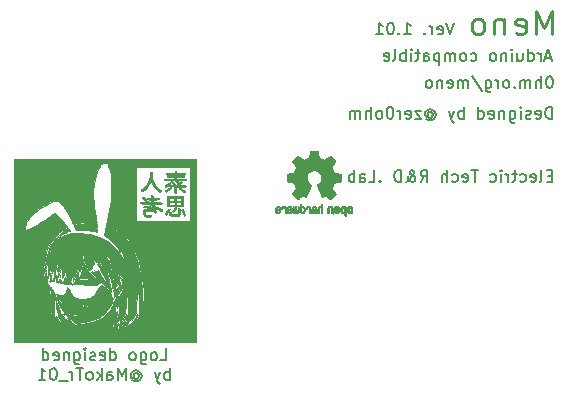
<source format=gbo>
G04 #@! TF.GenerationSoftware,KiCad,Pcbnew,(5.1.6)-1*
G04 #@! TF.CreationDate,2020-08-08T21:35:18+09:00*
G04 #@! TF.ProjectId,Meno_V101,4d656e6f-5f56-4313-9031-2e6b69636164,rev?*
G04 #@! TF.SameCoordinates,PX6cf7820PY7a67730*
G04 #@! TF.FileFunction,Legend,Bot*
G04 #@! TF.FilePolarity,Positive*
%FSLAX46Y46*%
G04 Gerber Fmt 4.6, Leading zero omitted, Abs format (unit mm)*
G04 Created by KiCad (PCBNEW (5.1.6)-1) date 2020-08-08 21:35:18*
%MOMM*%
%LPD*%
G01*
G04 APERTURE LIST*
%ADD10C,0.150000*%
%ADD11C,0.250000*%
%ADD12C,0.010000*%
G04 APERTURE END LIST*
D10*
X42767142Y41897620D02*
X42433809Y40897620D01*
X42100476Y41897620D01*
X41386190Y40945239D02*
X41481428Y40897620D01*
X41671904Y40897620D01*
X41767142Y40945239D01*
X41814761Y41040477D01*
X41814761Y41421429D01*
X41767142Y41516667D01*
X41671904Y41564286D01*
X41481428Y41564286D01*
X41386190Y41516667D01*
X41338571Y41421429D01*
X41338571Y41326191D01*
X41814761Y41230953D01*
X40910000Y40897620D02*
X40910000Y41564286D01*
X40910000Y41373810D02*
X40862380Y41469048D01*
X40814761Y41516667D01*
X40719523Y41564286D01*
X40624285Y41564286D01*
X40290952Y40992858D02*
X40243333Y40945239D01*
X40290952Y40897620D01*
X40338571Y40945239D01*
X40290952Y40992858D01*
X40290952Y40897620D01*
X38529047Y40897620D02*
X39100476Y40897620D01*
X38814761Y40897620D02*
X38814761Y41897620D01*
X38910000Y41754762D01*
X39005238Y41659524D01*
X39100476Y41611905D01*
X38100476Y40992858D02*
X38052857Y40945239D01*
X38100476Y40897620D01*
X38148095Y40945239D01*
X38100476Y40992858D01*
X38100476Y40897620D01*
X37433809Y41897620D02*
X37338571Y41897620D01*
X37243333Y41850000D01*
X37195714Y41802381D01*
X37148095Y41707143D01*
X37100476Y41516667D01*
X37100476Y41278572D01*
X37148095Y41088096D01*
X37195714Y40992858D01*
X37243333Y40945239D01*
X37338571Y40897620D01*
X37433809Y40897620D01*
X37529047Y40945239D01*
X37576666Y40992858D01*
X37624285Y41088096D01*
X37671904Y41278572D01*
X37671904Y41516667D01*
X37624285Y41707143D01*
X37576666Y41802381D01*
X37529047Y41850000D01*
X37433809Y41897620D01*
X36148095Y40897620D02*
X36719523Y40897620D01*
X36433809Y40897620D02*
X36433809Y41897620D01*
X36529047Y41754762D01*
X36624285Y41659524D01*
X36719523Y41611905D01*
X51075238Y28921429D02*
X50741904Y28921429D01*
X50599047Y28397620D02*
X51075238Y28397620D01*
X51075238Y29397620D01*
X50599047Y29397620D01*
X50027619Y28397620D02*
X50122857Y28445239D01*
X50170476Y28540477D01*
X50170476Y29397620D01*
X49265714Y28445239D02*
X49360952Y28397620D01*
X49551428Y28397620D01*
X49646666Y28445239D01*
X49694285Y28540477D01*
X49694285Y28921429D01*
X49646666Y29016667D01*
X49551428Y29064286D01*
X49360952Y29064286D01*
X49265714Y29016667D01*
X49218095Y28921429D01*
X49218095Y28826191D01*
X49694285Y28730953D01*
X48360952Y28445239D02*
X48456190Y28397620D01*
X48646666Y28397620D01*
X48741904Y28445239D01*
X48789523Y28492858D01*
X48837142Y28588096D01*
X48837142Y28873810D01*
X48789523Y28969048D01*
X48741904Y29016667D01*
X48646666Y29064286D01*
X48456190Y29064286D01*
X48360952Y29016667D01*
X48075238Y29064286D02*
X47694285Y29064286D01*
X47932380Y29397620D02*
X47932380Y28540477D01*
X47884761Y28445239D01*
X47789523Y28397620D01*
X47694285Y28397620D01*
X47360952Y28397620D02*
X47360952Y29064286D01*
X47360952Y28873810D02*
X47313333Y28969048D01*
X47265714Y29016667D01*
X47170476Y29064286D01*
X47075238Y29064286D01*
X46741904Y28397620D02*
X46741904Y29064286D01*
X46741904Y29397620D02*
X46789523Y29350000D01*
X46741904Y29302381D01*
X46694285Y29350000D01*
X46741904Y29397620D01*
X46741904Y29302381D01*
X45837142Y28445239D02*
X45932380Y28397620D01*
X46122857Y28397620D01*
X46218095Y28445239D01*
X46265714Y28492858D01*
X46313333Y28588096D01*
X46313333Y28873810D01*
X46265714Y28969048D01*
X46218095Y29016667D01*
X46122857Y29064286D01*
X45932380Y29064286D01*
X45837142Y29016667D01*
X44789523Y29397620D02*
X44218095Y29397620D01*
X44503809Y28397620D02*
X44503809Y29397620D01*
X43503809Y28445239D02*
X43599047Y28397620D01*
X43789523Y28397620D01*
X43884761Y28445239D01*
X43932380Y28540477D01*
X43932380Y28921429D01*
X43884761Y29016667D01*
X43789523Y29064286D01*
X43599047Y29064286D01*
X43503809Y29016667D01*
X43456190Y28921429D01*
X43456190Y28826191D01*
X43932380Y28730953D01*
X42599047Y28445239D02*
X42694285Y28397620D01*
X42884761Y28397620D01*
X42980000Y28445239D01*
X43027619Y28492858D01*
X43075238Y28588096D01*
X43075238Y28873810D01*
X43027619Y28969048D01*
X42980000Y29016667D01*
X42884761Y29064286D01*
X42694285Y29064286D01*
X42599047Y29016667D01*
X42170476Y28397620D02*
X42170476Y29397620D01*
X41741904Y28397620D02*
X41741904Y28921429D01*
X41789523Y29016667D01*
X41884761Y29064286D01*
X42027619Y29064286D01*
X42122857Y29016667D01*
X42170476Y28969048D01*
X39932380Y28397620D02*
X40265714Y28873810D01*
X40503809Y28397620D02*
X40503809Y29397620D01*
X40122857Y29397620D01*
X40027619Y29350000D01*
X39980000Y29302381D01*
X39932380Y29207143D01*
X39932380Y29064286D01*
X39980000Y28969048D01*
X40027619Y28921429D01*
X40122857Y28873810D01*
X40503809Y28873810D01*
X38694285Y28397620D02*
X38741904Y28397620D01*
X38837142Y28445239D01*
X38980000Y28588096D01*
X39218095Y28873810D01*
X39313333Y29016667D01*
X39360952Y29159524D01*
X39360952Y29254762D01*
X39313333Y29350000D01*
X39218095Y29397620D01*
X39170476Y29397620D01*
X39075238Y29350000D01*
X39027619Y29254762D01*
X39027619Y29207143D01*
X39075238Y29111905D01*
X39122857Y29064286D01*
X39408571Y28873810D01*
X39456190Y28826191D01*
X39503809Y28730953D01*
X39503809Y28588096D01*
X39456190Y28492858D01*
X39408571Y28445239D01*
X39313333Y28397620D01*
X39170476Y28397620D01*
X39075238Y28445239D01*
X39027619Y28492858D01*
X38884761Y28683334D01*
X38837142Y28826191D01*
X38837142Y28921429D01*
X38265714Y28397620D02*
X38265714Y29397620D01*
X38027619Y29397620D01*
X37884761Y29350000D01*
X37789523Y29254762D01*
X37741904Y29159524D01*
X37694285Y28969048D01*
X37694285Y28826191D01*
X37741904Y28635715D01*
X37789523Y28540477D01*
X37884761Y28445239D01*
X38027619Y28397620D01*
X38265714Y28397620D01*
X36503809Y28492858D02*
X36456190Y28445239D01*
X36503809Y28397620D01*
X36551428Y28445239D01*
X36503809Y28492858D01*
X36503809Y28397620D01*
X35551428Y28397620D02*
X36027619Y28397620D01*
X36027619Y29397620D01*
X34789523Y28397620D02*
X34789523Y28921429D01*
X34837142Y29016667D01*
X34932380Y29064286D01*
X35122857Y29064286D01*
X35218095Y29016667D01*
X34789523Y28445239D02*
X34884761Y28397620D01*
X35122857Y28397620D01*
X35218095Y28445239D01*
X35265714Y28540477D01*
X35265714Y28635715D01*
X35218095Y28730953D01*
X35122857Y28778572D01*
X34884761Y28778572D01*
X34789523Y28826191D01*
X34313333Y28397620D02*
X34313333Y29397620D01*
X34313333Y29016667D02*
X34218095Y29064286D01*
X34027619Y29064286D01*
X33932380Y29016667D01*
X33884761Y28969048D01*
X33837142Y28873810D01*
X33837142Y28588096D01*
X33884761Y28492858D01*
X33932380Y28445239D01*
X34027619Y28397620D01*
X34218095Y28397620D01*
X34313333Y28445239D01*
X17908095Y13302620D02*
X18384285Y13302620D01*
X18384285Y14302620D01*
X17431904Y13302620D02*
X17527142Y13350239D01*
X17574761Y13397858D01*
X17622380Y13493096D01*
X17622380Y13778810D01*
X17574761Y13874048D01*
X17527142Y13921667D01*
X17431904Y13969286D01*
X17289047Y13969286D01*
X17193809Y13921667D01*
X17146190Y13874048D01*
X17098571Y13778810D01*
X17098571Y13493096D01*
X17146190Y13397858D01*
X17193809Y13350239D01*
X17289047Y13302620D01*
X17431904Y13302620D01*
X16241428Y13969286D02*
X16241428Y13159762D01*
X16289047Y13064524D01*
X16336666Y13016905D01*
X16431904Y12969286D01*
X16574761Y12969286D01*
X16670000Y13016905D01*
X16241428Y13350239D02*
X16336666Y13302620D01*
X16527142Y13302620D01*
X16622380Y13350239D01*
X16670000Y13397858D01*
X16717619Y13493096D01*
X16717619Y13778810D01*
X16670000Y13874048D01*
X16622380Y13921667D01*
X16527142Y13969286D01*
X16336666Y13969286D01*
X16241428Y13921667D01*
X15622380Y13302620D02*
X15717619Y13350239D01*
X15765238Y13397858D01*
X15812857Y13493096D01*
X15812857Y13778810D01*
X15765238Y13874048D01*
X15717619Y13921667D01*
X15622380Y13969286D01*
X15479523Y13969286D01*
X15384285Y13921667D01*
X15336666Y13874048D01*
X15289047Y13778810D01*
X15289047Y13493096D01*
X15336666Y13397858D01*
X15384285Y13350239D01*
X15479523Y13302620D01*
X15622380Y13302620D01*
X13670000Y13302620D02*
X13670000Y14302620D01*
X13670000Y13350239D02*
X13765238Y13302620D01*
X13955714Y13302620D01*
X14050952Y13350239D01*
X14098571Y13397858D01*
X14146190Y13493096D01*
X14146190Y13778810D01*
X14098571Y13874048D01*
X14050952Y13921667D01*
X13955714Y13969286D01*
X13765238Y13969286D01*
X13670000Y13921667D01*
X12812857Y13350239D02*
X12908095Y13302620D01*
X13098571Y13302620D01*
X13193809Y13350239D01*
X13241428Y13445477D01*
X13241428Y13826429D01*
X13193809Y13921667D01*
X13098571Y13969286D01*
X12908095Y13969286D01*
X12812857Y13921667D01*
X12765238Y13826429D01*
X12765238Y13731191D01*
X13241428Y13635953D01*
X12384285Y13350239D02*
X12289047Y13302620D01*
X12098571Y13302620D01*
X12003333Y13350239D01*
X11955714Y13445477D01*
X11955714Y13493096D01*
X12003333Y13588334D01*
X12098571Y13635953D01*
X12241428Y13635953D01*
X12336666Y13683572D01*
X12384285Y13778810D01*
X12384285Y13826429D01*
X12336666Y13921667D01*
X12241428Y13969286D01*
X12098571Y13969286D01*
X12003333Y13921667D01*
X11527142Y13302620D02*
X11527142Y13969286D01*
X11527142Y14302620D02*
X11574761Y14255000D01*
X11527142Y14207381D01*
X11479523Y14255000D01*
X11527142Y14302620D01*
X11527142Y14207381D01*
X10622380Y13969286D02*
X10622380Y13159762D01*
X10670000Y13064524D01*
X10717619Y13016905D01*
X10812857Y12969286D01*
X10955714Y12969286D01*
X11050952Y13016905D01*
X10622380Y13350239D02*
X10717619Y13302620D01*
X10908095Y13302620D01*
X11003333Y13350239D01*
X11050952Y13397858D01*
X11098571Y13493096D01*
X11098571Y13778810D01*
X11050952Y13874048D01*
X11003333Y13921667D01*
X10908095Y13969286D01*
X10717619Y13969286D01*
X10622380Y13921667D01*
X10146190Y13969286D02*
X10146190Y13302620D01*
X10146190Y13874048D02*
X10098571Y13921667D01*
X10003333Y13969286D01*
X9860476Y13969286D01*
X9765238Y13921667D01*
X9717619Y13826429D01*
X9717619Y13302620D01*
X8860476Y13350239D02*
X8955714Y13302620D01*
X9146190Y13302620D01*
X9241428Y13350239D01*
X9289047Y13445477D01*
X9289047Y13826429D01*
X9241428Y13921667D01*
X9146190Y13969286D01*
X8955714Y13969286D01*
X8860476Y13921667D01*
X8812857Y13826429D01*
X8812857Y13731191D01*
X9289047Y13635953D01*
X7955714Y13302620D02*
X7955714Y14302620D01*
X7955714Y13350239D02*
X8050952Y13302620D01*
X8241428Y13302620D01*
X8336666Y13350239D01*
X8384285Y13397858D01*
X8431904Y13493096D01*
X8431904Y13778810D01*
X8384285Y13874048D01*
X8336666Y13921667D01*
X8241428Y13969286D01*
X8050952Y13969286D01*
X7955714Y13921667D01*
X18693809Y11652620D02*
X18693809Y12652620D01*
X18693809Y12271667D02*
X18598571Y12319286D01*
X18408095Y12319286D01*
X18312857Y12271667D01*
X18265238Y12224048D01*
X18217619Y12128810D01*
X18217619Y11843096D01*
X18265238Y11747858D01*
X18312857Y11700239D01*
X18408095Y11652620D01*
X18598571Y11652620D01*
X18693809Y11700239D01*
X17884285Y12319286D02*
X17646190Y11652620D01*
X17408095Y12319286D02*
X17646190Y11652620D01*
X17741428Y11414524D01*
X17789047Y11366905D01*
X17884285Y11319286D01*
X15646190Y12128810D02*
X15693809Y12176429D01*
X15789047Y12224048D01*
X15884285Y12224048D01*
X15979523Y12176429D01*
X16027142Y12128810D01*
X16074761Y12033572D01*
X16074761Y11938334D01*
X16027142Y11843096D01*
X15979523Y11795477D01*
X15884285Y11747858D01*
X15789047Y11747858D01*
X15693809Y11795477D01*
X15646190Y11843096D01*
X15646190Y12224048D02*
X15646190Y11843096D01*
X15598571Y11795477D01*
X15550952Y11795477D01*
X15455714Y11843096D01*
X15408095Y11938334D01*
X15408095Y12176429D01*
X15503333Y12319286D01*
X15646190Y12414524D01*
X15836666Y12462143D01*
X16027142Y12414524D01*
X16170000Y12319286D01*
X16265238Y12176429D01*
X16312857Y11985953D01*
X16265238Y11795477D01*
X16170000Y11652620D01*
X16027142Y11557381D01*
X15836666Y11509762D01*
X15646190Y11557381D01*
X15503333Y11652620D01*
X14979523Y11652620D02*
X14979523Y12652620D01*
X14646190Y11938334D01*
X14312857Y12652620D01*
X14312857Y11652620D01*
X13408095Y11652620D02*
X13408095Y12176429D01*
X13455714Y12271667D01*
X13550952Y12319286D01*
X13741428Y12319286D01*
X13836666Y12271667D01*
X13408095Y11700239D02*
X13503333Y11652620D01*
X13741428Y11652620D01*
X13836666Y11700239D01*
X13884285Y11795477D01*
X13884285Y11890715D01*
X13836666Y11985953D01*
X13741428Y12033572D01*
X13503333Y12033572D01*
X13408095Y12081191D01*
X12931904Y11652620D02*
X12931904Y12652620D01*
X12836666Y12033572D02*
X12550952Y11652620D01*
X12550952Y12319286D02*
X12931904Y11938334D01*
X11979523Y11652620D02*
X12074761Y11700239D01*
X12122380Y11747858D01*
X12170000Y11843096D01*
X12170000Y12128810D01*
X12122380Y12224048D01*
X12074761Y12271667D01*
X11979523Y12319286D01*
X11836666Y12319286D01*
X11741428Y12271667D01*
X11693809Y12224048D01*
X11646190Y12128810D01*
X11646190Y11843096D01*
X11693809Y11747858D01*
X11741428Y11700239D01*
X11836666Y11652620D01*
X11979523Y11652620D01*
X11360476Y12652620D02*
X10789047Y12652620D01*
X11074761Y11652620D02*
X11074761Y12652620D01*
X10455714Y11652620D02*
X10455714Y12319286D01*
X10455714Y12128810D02*
X10408095Y12224048D01*
X10360476Y12271667D01*
X10265238Y12319286D01*
X10170000Y12319286D01*
X10074761Y11557381D02*
X9312857Y11557381D01*
X8884285Y12652620D02*
X8789047Y12652620D01*
X8693809Y12605000D01*
X8646190Y12557381D01*
X8598571Y12462143D01*
X8550952Y12271667D01*
X8550952Y12033572D01*
X8598571Y11843096D01*
X8646190Y11747858D01*
X8693809Y11700239D01*
X8789047Y11652620D01*
X8884285Y11652620D01*
X8979523Y11700239D01*
X9027142Y11747858D01*
X9074761Y11843096D01*
X9122380Y12033572D01*
X9122380Y12271667D01*
X9074761Y12462143D01*
X9027142Y12557381D01*
X8979523Y12605000D01*
X8884285Y12652620D01*
X7598571Y11652620D02*
X8170000Y11652620D01*
X7884285Y11652620D02*
X7884285Y12652620D01*
X7979523Y12509762D01*
X8074761Y12414524D01*
X8170000Y12366905D01*
X51067219Y33761420D02*
X51067219Y34761420D01*
X50829123Y34761420D01*
X50686266Y34713800D01*
X50591028Y34618562D01*
X50543409Y34523324D01*
X50495790Y34332848D01*
X50495790Y34189991D01*
X50543409Y33999515D01*
X50591028Y33904277D01*
X50686266Y33809039D01*
X50829123Y33761420D01*
X51067219Y33761420D01*
X49686266Y33809039D02*
X49781504Y33761420D01*
X49971980Y33761420D01*
X50067219Y33809039D01*
X50114838Y33904277D01*
X50114838Y34285229D01*
X50067219Y34380467D01*
X49971980Y34428086D01*
X49781504Y34428086D01*
X49686266Y34380467D01*
X49638647Y34285229D01*
X49638647Y34189991D01*
X50114838Y34094753D01*
X49257695Y33809039D02*
X49162457Y33761420D01*
X48971980Y33761420D01*
X48876742Y33809039D01*
X48829123Y33904277D01*
X48829123Y33951896D01*
X48876742Y34047134D01*
X48971980Y34094753D01*
X49114838Y34094753D01*
X49210076Y34142372D01*
X49257695Y34237610D01*
X49257695Y34285229D01*
X49210076Y34380467D01*
X49114838Y34428086D01*
X48971980Y34428086D01*
X48876742Y34380467D01*
X48400552Y33761420D02*
X48400552Y34428086D01*
X48400552Y34761420D02*
X48448171Y34713800D01*
X48400552Y34666181D01*
X48352933Y34713800D01*
X48400552Y34761420D01*
X48400552Y34666181D01*
X47495790Y34428086D02*
X47495790Y33618562D01*
X47543409Y33523324D01*
X47591028Y33475705D01*
X47686266Y33428086D01*
X47829123Y33428086D01*
X47924361Y33475705D01*
X47495790Y33809039D02*
X47591028Y33761420D01*
X47781504Y33761420D01*
X47876742Y33809039D01*
X47924361Y33856658D01*
X47971980Y33951896D01*
X47971980Y34237610D01*
X47924361Y34332848D01*
X47876742Y34380467D01*
X47781504Y34428086D01*
X47591028Y34428086D01*
X47495790Y34380467D01*
X47019600Y34428086D02*
X47019600Y33761420D01*
X47019600Y34332848D02*
X46971980Y34380467D01*
X46876742Y34428086D01*
X46733885Y34428086D01*
X46638647Y34380467D01*
X46591028Y34285229D01*
X46591028Y33761420D01*
X45733885Y33809039D02*
X45829123Y33761420D01*
X46019600Y33761420D01*
X46114838Y33809039D01*
X46162457Y33904277D01*
X46162457Y34285229D01*
X46114838Y34380467D01*
X46019600Y34428086D01*
X45829123Y34428086D01*
X45733885Y34380467D01*
X45686266Y34285229D01*
X45686266Y34189991D01*
X46162457Y34094753D01*
X44829123Y33761420D02*
X44829123Y34761420D01*
X44829123Y33809039D02*
X44924361Y33761420D01*
X45114838Y33761420D01*
X45210076Y33809039D01*
X45257695Y33856658D01*
X45305314Y33951896D01*
X45305314Y34237610D01*
X45257695Y34332848D01*
X45210076Y34380467D01*
X45114838Y34428086D01*
X44924361Y34428086D01*
X44829123Y34380467D01*
X43591028Y33761420D02*
X43591028Y34761420D01*
X43591028Y34380467D02*
X43495790Y34428086D01*
X43305314Y34428086D01*
X43210076Y34380467D01*
X43162457Y34332848D01*
X43114838Y34237610D01*
X43114838Y33951896D01*
X43162457Y33856658D01*
X43210076Y33809039D01*
X43305314Y33761420D01*
X43495790Y33761420D01*
X43591028Y33809039D01*
X42781504Y34428086D02*
X42543409Y33761420D01*
X42305314Y34428086D02*
X42543409Y33761420D01*
X42638647Y33523324D01*
X42686266Y33475705D01*
X42781504Y33428086D01*
X40543409Y34237610D02*
X40591028Y34285229D01*
X40686266Y34332848D01*
X40781504Y34332848D01*
X40876742Y34285229D01*
X40924361Y34237610D01*
X40971980Y34142372D01*
X40971980Y34047134D01*
X40924361Y33951896D01*
X40876742Y33904277D01*
X40781504Y33856658D01*
X40686266Y33856658D01*
X40591028Y33904277D01*
X40543409Y33951896D01*
X40543409Y34332848D02*
X40543409Y33951896D01*
X40495790Y33904277D01*
X40448171Y33904277D01*
X40352933Y33951896D01*
X40305314Y34047134D01*
X40305314Y34285229D01*
X40400552Y34428086D01*
X40543409Y34523324D01*
X40733885Y34570943D01*
X40924361Y34523324D01*
X41067219Y34428086D01*
X41162457Y34285229D01*
X41210076Y34094753D01*
X41162457Y33904277D01*
X41067219Y33761420D01*
X40924361Y33666181D01*
X40733885Y33618562D01*
X40543409Y33666181D01*
X40400552Y33761420D01*
X39971980Y34428086D02*
X39448171Y34428086D01*
X39971980Y33761420D01*
X39448171Y33761420D01*
X38686266Y33809039D02*
X38781504Y33761420D01*
X38971980Y33761420D01*
X39067219Y33809039D01*
X39114838Y33904277D01*
X39114838Y34285229D01*
X39067219Y34380467D01*
X38971980Y34428086D01*
X38781504Y34428086D01*
X38686266Y34380467D01*
X38638647Y34285229D01*
X38638647Y34189991D01*
X39114838Y34094753D01*
X38210076Y33761420D02*
X38210076Y34428086D01*
X38210076Y34237610D02*
X38162457Y34332848D01*
X38114838Y34380467D01*
X38019600Y34428086D01*
X37924361Y34428086D01*
X37400552Y34761420D02*
X37305314Y34761420D01*
X37210076Y34713800D01*
X37162457Y34666181D01*
X37114838Y34570943D01*
X37067219Y34380467D01*
X37067219Y34142372D01*
X37114838Y33951896D01*
X37162457Y33856658D01*
X37210076Y33809039D01*
X37305314Y33761420D01*
X37400552Y33761420D01*
X37495790Y33809039D01*
X37543409Y33856658D01*
X37591028Y33951896D01*
X37638647Y34142372D01*
X37638647Y34380467D01*
X37591028Y34570943D01*
X37543409Y34666181D01*
X37495790Y34713800D01*
X37400552Y34761420D01*
X36495790Y33761420D02*
X36591028Y33809039D01*
X36638647Y33856658D01*
X36686266Y33951896D01*
X36686266Y34237610D01*
X36638647Y34332848D01*
X36591028Y34380467D01*
X36495790Y34428086D01*
X36352933Y34428086D01*
X36257695Y34380467D01*
X36210076Y34332848D01*
X36162457Y34237610D01*
X36162457Y33951896D01*
X36210076Y33856658D01*
X36257695Y33809039D01*
X36352933Y33761420D01*
X36495790Y33761420D01*
X35733885Y33761420D02*
X35733885Y34761420D01*
X35305314Y33761420D02*
X35305314Y34285229D01*
X35352933Y34380467D01*
X35448171Y34428086D01*
X35591028Y34428086D01*
X35686266Y34380467D01*
X35733885Y34332848D01*
X34829123Y33761420D02*
X34829123Y34428086D01*
X34829123Y34332848D02*
X34781504Y34380467D01*
X34686266Y34428086D01*
X34543409Y34428086D01*
X34448171Y34380467D01*
X34400552Y34285229D01*
X34400552Y33761420D01*
X34400552Y34285229D02*
X34352933Y34380467D01*
X34257695Y34428086D01*
X34114838Y34428086D01*
X34019600Y34380467D01*
X33971980Y34285229D01*
X33971980Y33761420D01*
X50892857Y37352220D02*
X50797619Y37352220D01*
X50702380Y37304600D01*
X50654761Y37256981D01*
X50607142Y37161743D01*
X50559523Y36971267D01*
X50559523Y36733172D01*
X50607142Y36542696D01*
X50654761Y36447458D01*
X50702380Y36399839D01*
X50797619Y36352220D01*
X50892857Y36352220D01*
X50988095Y36399839D01*
X51035714Y36447458D01*
X51083333Y36542696D01*
X51130952Y36733172D01*
X51130952Y36971267D01*
X51083333Y37161743D01*
X51035714Y37256981D01*
X50988095Y37304600D01*
X50892857Y37352220D01*
X50130952Y36352220D02*
X50130952Y37352220D01*
X49702380Y36352220D02*
X49702380Y36876029D01*
X49750000Y36971267D01*
X49845238Y37018886D01*
X49988095Y37018886D01*
X50083333Y36971267D01*
X50130952Y36923648D01*
X49226190Y36352220D02*
X49226190Y37018886D01*
X49226190Y36923648D02*
X49178571Y36971267D01*
X49083333Y37018886D01*
X48940476Y37018886D01*
X48845238Y36971267D01*
X48797619Y36876029D01*
X48797619Y36352220D01*
X48797619Y36876029D02*
X48750000Y36971267D01*
X48654761Y37018886D01*
X48511904Y37018886D01*
X48416666Y36971267D01*
X48369047Y36876029D01*
X48369047Y36352220D01*
X47892857Y36447458D02*
X47845238Y36399839D01*
X47892857Y36352220D01*
X47940476Y36399839D01*
X47892857Y36447458D01*
X47892857Y36352220D01*
X47273809Y36352220D02*
X47369047Y36399839D01*
X47416666Y36447458D01*
X47464285Y36542696D01*
X47464285Y36828410D01*
X47416666Y36923648D01*
X47369047Y36971267D01*
X47273809Y37018886D01*
X47130952Y37018886D01*
X47035714Y36971267D01*
X46988095Y36923648D01*
X46940476Y36828410D01*
X46940476Y36542696D01*
X46988095Y36447458D01*
X47035714Y36399839D01*
X47130952Y36352220D01*
X47273809Y36352220D01*
X46511904Y36352220D02*
X46511904Y37018886D01*
X46511904Y36828410D02*
X46464285Y36923648D01*
X46416666Y36971267D01*
X46321428Y37018886D01*
X46226190Y37018886D01*
X45464285Y37018886D02*
X45464285Y36209362D01*
X45511904Y36114124D01*
X45559523Y36066505D01*
X45654761Y36018886D01*
X45797619Y36018886D01*
X45892857Y36066505D01*
X45464285Y36399839D02*
X45559523Y36352220D01*
X45750000Y36352220D01*
X45845238Y36399839D01*
X45892857Y36447458D01*
X45940476Y36542696D01*
X45940476Y36828410D01*
X45892857Y36923648D01*
X45845238Y36971267D01*
X45750000Y37018886D01*
X45559523Y37018886D01*
X45464285Y36971267D01*
X44273809Y37399839D02*
X45130952Y36114124D01*
X43940476Y36352220D02*
X43940476Y37018886D01*
X43940476Y36923648D02*
X43892857Y36971267D01*
X43797619Y37018886D01*
X43654761Y37018886D01*
X43559523Y36971267D01*
X43511904Y36876029D01*
X43511904Y36352220D01*
X43511904Y36876029D02*
X43464285Y36971267D01*
X43369047Y37018886D01*
X43226190Y37018886D01*
X43130952Y36971267D01*
X43083333Y36876029D01*
X43083333Y36352220D01*
X42226190Y36399839D02*
X42321428Y36352220D01*
X42511904Y36352220D01*
X42607142Y36399839D01*
X42654761Y36495077D01*
X42654761Y36876029D01*
X42607142Y36971267D01*
X42511904Y37018886D01*
X42321428Y37018886D01*
X42226190Y36971267D01*
X42178571Y36876029D01*
X42178571Y36780791D01*
X42654761Y36685553D01*
X41750000Y37018886D02*
X41750000Y36352220D01*
X41750000Y36923648D02*
X41702380Y36971267D01*
X41607142Y37018886D01*
X41464285Y37018886D01*
X41369047Y36971267D01*
X41321428Y36876029D01*
X41321428Y36352220D01*
X40702380Y36352220D02*
X40797619Y36399839D01*
X40845238Y36447458D01*
X40892857Y36542696D01*
X40892857Y36828410D01*
X40845238Y36923648D01*
X40797619Y36971267D01*
X40702380Y37018886D01*
X40559523Y37018886D01*
X40464285Y36971267D01*
X40416666Y36923648D01*
X40369047Y36828410D01*
X40369047Y36542696D01*
X40416666Y36447458D01*
X40464285Y36399839D01*
X40559523Y36352220D01*
X40702380Y36352220D01*
X50995238Y38933334D02*
X50519047Y38933334D01*
X51090476Y38647620D02*
X50757142Y39647620D01*
X50423809Y38647620D01*
X50090476Y38647620D02*
X50090476Y39314286D01*
X50090476Y39123810D02*
X50042857Y39219048D01*
X49995238Y39266667D01*
X49900000Y39314286D01*
X49804761Y39314286D01*
X49042857Y38647620D02*
X49042857Y39647620D01*
X49042857Y38695239D02*
X49138095Y38647620D01*
X49328571Y38647620D01*
X49423809Y38695239D01*
X49471428Y38742858D01*
X49519047Y38838096D01*
X49519047Y39123810D01*
X49471428Y39219048D01*
X49423809Y39266667D01*
X49328571Y39314286D01*
X49138095Y39314286D01*
X49042857Y39266667D01*
X48138095Y39314286D02*
X48138095Y38647620D01*
X48566666Y39314286D02*
X48566666Y38790477D01*
X48519047Y38695239D01*
X48423809Y38647620D01*
X48280952Y38647620D01*
X48185714Y38695239D01*
X48138095Y38742858D01*
X47661904Y38647620D02*
X47661904Y39314286D01*
X47661904Y39647620D02*
X47709523Y39600000D01*
X47661904Y39552381D01*
X47614285Y39600000D01*
X47661904Y39647620D01*
X47661904Y39552381D01*
X47185714Y39314286D02*
X47185714Y38647620D01*
X47185714Y39219048D02*
X47138095Y39266667D01*
X47042857Y39314286D01*
X46900000Y39314286D01*
X46804761Y39266667D01*
X46757142Y39171429D01*
X46757142Y38647620D01*
X46138095Y38647620D02*
X46233333Y38695239D01*
X46280952Y38742858D01*
X46328571Y38838096D01*
X46328571Y39123810D01*
X46280952Y39219048D01*
X46233333Y39266667D01*
X46138095Y39314286D01*
X45995238Y39314286D01*
X45900000Y39266667D01*
X45852380Y39219048D01*
X45804761Y39123810D01*
X45804761Y38838096D01*
X45852380Y38742858D01*
X45900000Y38695239D01*
X45995238Y38647620D01*
X46138095Y38647620D01*
X44185714Y38695239D02*
X44280952Y38647620D01*
X44471428Y38647620D01*
X44566666Y38695239D01*
X44614285Y38742858D01*
X44661904Y38838096D01*
X44661904Y39123810D01*
X44614285Y39219048D01*
X44566666Y39266667D01*
X44471428Y39314286D01*
X44280952Y39314286D01*
X44185714Y39266667D01*
X43614285Y38647620D02*
X43709523Y38695239D01*
X43757142Y38742858D01*
X43804761Y38838096D01*
X43804761Y39123810D01*
X43757142Y39219048D01*
X43709523Y39266667D01*
X43614285Y39314286D01*
X43471428Y39314286D01*
X43376190Y39266667D01*
X43328571Y39219048D01*
X43280952Y39123810D01*
X43280952Y38838096D01*
X43328571Y38742858D01*
X43376190Y38695239D01*
X43471428Y38647620D01*
X43614285Y38647620D01*
X42852380Y38647620D02*
X42852380Y39314286D01*
X42852380Y39219048D02*
X42804761Y39266667D01*
X42709523Y39314286D01*
X42566666Y39314286D01*
X42471428Y39266667D01*
X42423809Y39171429D01*
X42423809Y38647620D01*
X42423809Y39171429D02*
X42376190Y39266667D01*
X42280952Y39314286D01*
X42138095Y39314286D01*
X42042857Y39266667D01*
X41995238Y39171429D01*
X41995238Y38647620D01*
X41519047Y39314286D02*
X41519047Y38314286D01*
X41519047Y39266667D02*
X41423809Y39314286D01*
X41233333Y39314286D01*
X41138095Y39266667D01*
X41090476Y39219048D01*
X41042857Y39123810D01*
X41042857Y38838096D01*
X41090476Y38742858D01*
X41138095Y38695239D01*
X41233333Y38647620D01*
X41423809Y38647620D01*
X41519047Y38695239D01*
X40185714Y38647620D02*
X40185714Y39171429D01*
X40233333Y39266667D01*
X40328571Y39314286D01*
X40519047Y39314286D01*
X40614285Y39266667D01*
X40185714Y38695239D02*
X40280952Y38647620D01*
X40519047Y38647620D01*
X40614285Y38695239D01*
X40661904Y38790477D01*
X40661904Y38885715D01*
X40614285Y38980953D01*
X40519047Y39028572D01*
X40280952Y39028572D01*
X40185714Y39076191D01*
X39852380Y39314286D02*
X39471428Y39314286D01*
X39709523Y39647620D02*
X39709523Y38790477D01*
X39661904Y38695239D01*
X39566666Y38647620D01*
X39471428Y38647620D01*
X39138095Y38647620D02*
X39138095Y39314286D01*
X39138095Y39647620D02*
X39185714Y39600000D01*
X39138095Y39552381D01*
X39090476Y39600000D01*
X39138095Y39647620D01*
X39138095Y39552381D01*
X38661904Y38647620D02*
X38661904Y39647620D01*
X38661904Y39266667D02*
X38566666Y39314286D01*
X38376190Y39314286D01*
X38280952Y39266667D01*
X38233333Y39219048D01*
X38185714Y39123810D01*
X38185714Y38838096D01*
X38233333Y38742858D01*
X38280952Y38695239D01*
X38376190Y38647620D01*
X38566666Y38647620D01*
X38661904Y38695239D01*
X37614285Y38647620D02*
X37709523Y38695239D01*
X37757142Y38790477D01*
X37757142Y39647620D01*
X36852380Y38695239D02*
X36947619Y38647620D01*
X37138095Y38647620D01*
X37233333Y38695239D01*
X37280952Y38790477D01*
X37280952Y39171429D01*
X37233333Y39266667D01*
X37138095Y39314286D01*
X36947619Y39314286D01*
X36852380Y39266667D01*
X36804761Y39171429D01*
X36804761Y39076191D01*
X37280952Y38980953D01*
D11*
X51033333Y40895239D02*
X51033333Y42895239D01*
X50366666Y41466667D01*
X49700000Y42895239D01*
X49700000Y40895239D01*
X47985714Y40990477D02*
X48176190Y40895239D01*
X48557142Y40895239D01*
X48747619Y40990477D01*
X48842857Y41180953D01*
X48842857Y41942858D01*
X48747619Y42133334D01*
X48557142Y42228572D01*
X48176190Y42228572D01*
X47985714Y42133334D01*
X47890476Y41942858D01*
X47890476Y41752381D01*
X48842857Y41561905D01*
X47033333Y42228572D02*
X47033333Y40895239D01*
X47033333Y42038096D02*
X46938095Y42133334D01*
X46747619Y42228572D01*
X46461904Y42228572D01*
X46271428Y42133334D01*
X46176190Y41942858D01*
X46176190Y40895239D01*
X44938095Y40895239D02*
X45128571Y40990477D01*
X45223809Y41085715D01*
X45319047Y41276191D01*
X45319047Y41847620D01*
X45223809Y42038096D01*
X45128571Y42133334D01*
X44938095Y42228572D01*
X44652380Y42228572D01*
X44461904Y42133334D01*
X44366666Y42038096D01*
X44271428Y41847620D01*
X44271428Y41276191D01*
X44366666Y41085715D01*
X44461904Y40990477D01*
X44652380Y40895239D01*
X44938095Y40895239D01*
D12*
G36*
X33300256Y26380082D02*
G01*
X33244799Y26352432D01*
X33195852Y26301520D01*
X33182371Y26282662D01*
X33167686Y26257985D01*
X33158158Y26231184D01*
X33152707Y26195413D01*
X33150253Y26143831D01*
X33149714Y26075733D01*
X33152148Y25982412D01*
X33160606Y25912343D01*
X33176826Y25860069D01*
X33202546Y25820131D01*
X33239503Y25787071D01*
X33242218Y25785114D01*
X33278640Y25765092D01*
X33322498Y25755185D01*
X33378276Y25752743D01*
X33468952Y25752743D01*
X33468990Y25664717D01*
X33469834Y25615692D01*
X33474976Y25586935D01*
X33488413Y25569689D01*
X33514142Y25555192D01*
X33520321Y25552231D01*
X33549236Y25538352D01*
X33571624Y25529586D01*
X33588271Y25528829D01*
X33599964Y25538977D01*
X33607490Y25562927D01*
X33611634Y25603574D01*
X33613185Y25663814D01*
X33612929Y25746545D01*
X33611651Y25854661D01*
X33611252Y25887000D01*
X33609815Y25998476D01*
X33608528Y26071397D01*
X33469029Y26071397D01*
X33468245Y26009501D01*
X33464760Y25969003D01*
X33456876Y25942292D01*
X33442895Y25921756D01*
X33433403Y25911740D01*
X33394596Y25882433D01*
X33360237Y25880048D01*
X33324784Y25904250D01*
X33323886Y25905143D01*
X33309461Y25923847D01*
X33300687Y25949268D01*
X33296261Y25988416D01*
X33294882Y26048303D01*
X33294857Y26061570D01*
X33298188Y26144099D01*
X33309031Y26201309D01*
X33328660Y26236234D01*
X33358350Y26251906D01*
X33375509Y26253486D01*
X33416234Y26246074D01*
X33444168Y26221670D01*
X33460983Y26177020D01*
X33468350Y26108870D01*
X33469029Y26071397D01*
X33608528Y26071397D01*
X33608292Y26084755D01*
X33606323Y26149667D01*
X33603550Y26197042D01*
X33599612Y26230710D01*
X33594151Y26254502D01*
X33586808Y26272247D01*
X33577223Y26287776D01*
X33573113Y26293619D01*
X33518595Y26348815D01*
X33449664Y26380110D01*
X33369928Y26388835D01*
X33300256Y26380082D01*
G37*
X33300256Y26380082D02*
X33244799Y26352432D01*
X33195852Y26301520D01*
X33182371Y26282662D01*
X33167686Y26257985D01*
X33158158Y26231184D01*
X33152707Y26195413D01*
X33150253Y26143831D01*
X33149714Y26075733D01*
X33152148Y25982412D01*
X33160606Y25912343D01*
X33176826Y25860069D01*
X33202546Y25820131D01*
X33239503Y25787071D01*
X33242218Y25785114D01*
X33278640Y25765092D01*
X33322498Y25755185D01*
X33378276Y25752743D01*
X33468952Y25752743D01*
X33468990Y25664717D01*
X33469834Y25615692D01*
X33474976Y25586935D01*
X33488413Y25569689D01*
X33514142Y25555192D01*
X33520321Y25552231D01*
X33549236Y25538352D01*
X33571624Y25529586D01*
X33588271Y25528829D01*
X33599964Y25538977D01*
X33607490Y25562927D01*
X33611634Y25603574D01*
X33613185Y25663814D01*
X33612929Y25746545D01*
X33611651Y25854661D01*
X33611252Y25887000D01*
X33609815Y25998476D01*
X33608528Y26071397D01*
X33469029Y26071397D01*
X33468245Y26009501D01*
X33464760Y25969003D01*
X33456876Y25942292D01*
X33442895Y25921756D01*
X33433403Y25911740D01*
X33394596Y25882433D01*
X33360237Y25880048D01*
X33324784Y25904250D01*
X33323886Y25905143D01*
X33309461Y25923847D01*
X33300687Y25949268D01*
X33296261Y25988416D01*
X33294882Y26048303D01*
X33294857Y26061570D01*
X33298188Y26144099D01*
X33309031Y26201309D01*
X33328660Y26236234D01*
X33358350Y26251906D01*
X33375509Y26253486D01*
X33416234Y26246074D01*
X33444168Y26221670D01*
X33460983Y26177020D01*
X33468350Y26108870D01*
X33469029Y26071397D01*
X33608528Y26071397D01*
X33608292Y26084755D01*
X33606323Y26149667D01*
X33603550Y26197042D01*
X33599612Y26230710D01*
X33594151Y26254502D01*
X33586808Y26272247D01*
X33577223Y26287776D01*
X33573113Y26293619D01*
X33518595Y26348815D01*
X33449664Y26380110D01*
X33369928Y26388835D01*
X33300256Y26380082D01*
G36*
X32183907Y26372220D02*
G01*
X32137328Y26345277D01*
X32104943Y26318534D01*
X32081258Y26290516D01*
X32064941Y26256252D01*
X32054661Y26210773D01*
X32049086Y26149108D01*
X32046884Y26066289D01*
X32046629Y26006754D01*
X32046629Y25787609D01*
X32108314Y25759956D01*
X32170000Y25732303D01*
X32177257Y25972330D01*
X32180256Y26061972D01*
X32183402Y26127038D01*
X32187299Y26171974D01*
X32192553Y26201230D01*
X32199769Y26219252D01*
X32209550Y26230489D01*
X32212688Y26232921D01*
X32260239Y26251917D01*
X32308303Y26244400D01*
X32336914Y26224457D01*
X32348553Y26210325D01*
X32356609Y26191780D01*
X32361729Y26163666D01*
X32364559Y26120827D01*
X32365744Y26058105D01*
X32365943Y25992739D01*
X32365982Y25910732D01*
X32367386Y25852684D01*
X32372086Y25813535D01*
X32382013Y25788220D01*
X32399097Y25771677D01*
X32425268Y25758844D01*
X32460225Y25745509D01*
X32498404Y25730993D01*
X32493859Y25988611D01*
X32492029Y26081481D01*
X32489888Y26150111D01*
X32486819Y26199289D01*
X32482206Y26233802D01*
X32475432Y26258438D01*
X32465881Y26277984D01*
X32454366Y26295230D01*
X32398810Y26350320D01*
X32331020Y26382178D01*
X32257287Y26389809D01*
X32183907Y26372220D01*
G37*
X32183907Y26372220D02*
X32137328Y26345277D01*
X32104943Y26318534D01*
X32081258Y26290516D01*
X32064941Y26256252D01*
X32054661Y26210773D01*
X32049086Y26149108D01*
X32046884Y26066289D01*
X32046629Y26006754D01*
X32046629Y25787609D01*
X32108314Y25759956D01*
X32170000Y25732303D01*
X32177257Y25972330D01*
X32180256Y26061972D01*
X32183402Y26127038D01*
X32187299Y26171974D01*
X32192553Y26201230D01*
X32199769Y26219252D01*
X32209550Y26230489D01*
X32212688Y26232921D01*
X32260239Y26251917D01*
X32308303Y26244400D01*
X32336914Y26224457D01*
X32348553Y26210325D01*
X32356609Y26191780D01*
X32361729Y26163666D01*
X32364559Y26120827D01*
X32365744Y26058105D01*
X32365943Y25992739D01*
X32365982Y25910732D01*
X32367386Y25852684D01*
X32372086Y25813535D01*
X32382013Y25788220D01*
X32399097Y25771677D01*
X32425268Y25758844D01*
X32460225Y25745509D01*
X32498404Y25730993D01*
X32493859Y25988611D01*
X32492029Y26081481D01*
X32489888Y26150111D01*
X32486819Y26199289D01*
X32482206Y26233802D01*
X32475432Y26258438D01*
X32465881Y26277984D01*
X32454366Y26295230D01*
X32398810Y26350320D01*
X32331020Y26382178D01*
X32257287Y26389809D01*
X32183907Y26372220D01*
G36*
X33858885Y26378038D02*
G01*
X33790855Y26342267D01*
X33740649Y26284699D01*
X33722815Y26247688D01*
X33708937Y26192118D01*
X33701833Y26121904D01*
X33701160Y26045273D01*
X33706573Y25970448D01*
X33717730Y25905658D01*
X33734286Y25859127D01*
X33739374Y25851113D01*
X33799645Y25791293D01*
X33871231Y25755465D01*
X33948908Y25744980D01*
X34027452Y25761190D01*
X34049311Y25770908D01*
X34091878Y25800857D01*
X34129237Y25840567D01*
X34132768Y25845603D01*
X34147119Y25869876D01*
X34156606Y25895822D01*
X34162210Y25929978D01*
X34164914Y25978881D01*
X34165701Y26049065D01*
X34165714Y26064800D01*
X34165678Y26069808D01*
X34020571Y26069808D01*
X34019727Y26003570D01*
X34016404Y25959614D01*
X34009417Y25931221D01*
X33997584Y25911675D01*
X33991543Y25905143D01*
X33956814Y25880320D01*
X33923097Y25881452D01*
X33889005Y25902984D01*
X33868671Y25925971D01*
X33856629Y25959522D01*
X33849866Y26012431D01*
X33849402Y26018601D01*
X33848248Y26114487D01*
X33860312Y26185701D01*
X33885430Y26231806D01*
X33923440Y26252365D01*
X33937008Y26253486D01*
X33972636Y26247848D01*
X33997006Y26228314D01*
X34011907Y26190958D01*
X34019125Y26131850D01*
X34020571Y26069808D01*
X34165678Y26069808D01*
X34165174Y26139587D01*
X34162904Y26191841D01*
X34157932Y26228051D01*
X34149287Y26254701D01*
X34135995Y26278278D01*
X34133057Y26282662D01*
X34083687Y26341751D01*
X34029891Y26376053D01*
X33964398Y26389669D01*
X33942158Y26390335D01*
X33858885Y26378038D01*
G37*
X33858885Y26378038D02*
X33790855Y26342267D01*
X33740649Y26284699D01*
X33722815Y26247688D01*
X33708937Y26192118D01*
X33701833Y26121904D01*
X33701160Y26045273D01*
X33706573Y25970448D01*
X33717730Y25905658D01*
X33734286Y25859127D01*
X33739374Y25851113D01*
X33799645Y25791293D01*
X33871231Y25755465D01*
X33948908Y25744980D01*
X34027452Y25761190D01*
X34049311Y25770908D01*
X34091878Y25800857D01*
X34129237Y25840567D01*
X34132768Y25845603D01*
X34147119Y25869876D01*
X34156606Y25895822D01*
X34162210Y25929978D01*
X34164914Y25978881D01*
X34165701Y26049065D01*
X34165714Y26064800D01*
X34165678Y26069808D01*
X34020571Y26069808D01*
X34019727Y26003570D01*
X34016404Y25959614D01*
X34009417Y25931221D01*
X33997584Y25911675D01*
X33991543Y25905143D01*
X33956814Y25880320D01*
X33923097Y25881452D01*
X33889005Y25902984D01*
X33868671Y25925971D01*
X33856629Y25959522D01*
X33849866Y26012431D01*
X33849402Y26018601D01*
X33848248Y26114487D01*
X33860312Y26185701D01*
X33885430Y26231806D01*
X33923440Y26252365D01*
X33937008Y26253486D01*
X33972636Y26247848D01*
X33997006Y26228314D01*
X34011907Y26190958D01*
X34019125Y26131850D01*
X34020571Y26069808D01*
X34165678Y26069808D01*
X34165174Y26139587D01*
X34162904Y26191841D01*
X34157932Y26228051D01*
X34149287Y26254701D01*
X34135995Y26278278D01*
X34133057Y26282662D01*
X34083687Y26341751D01*
X34029891Y26376053D01*
X33964398Y26389669D01*
X33942158Y26390335D01*
X33858885Y26378038D01*
G36*
X32731697Y26368761D02*
G01*
X32674473Y26330265D01*
X32630251Y26274665D01*
X32603833Y26203914D01*
X32598490Y26151838D01*
X32599097Y26130107D01*
X32604178Y26113469D01*
X32618145Y26098563D01*
X32645411Y26082027D01*
X32690388Y26060502D01*
X32757489Y26030626D01*
X32757829Y26030476D01*
X32819593Y26002187D01*
X32870241Y25977067D01*
X32904596Y25957821D01*
X32917482Y25947152D01*
X32917486Y25947066D01*
X32906128Y25923834D01*
X32879569Y25898226D01*
X32849077Y25879779D01*
X32833630Y25876114D01*
X32791485Y25888788D01*
X32755192Y25920529D01*
X32737483Y25955428D01*
X32720448Y25981155D01*
X32687078Y26010454D01*
X32647851Y26035765D01*
X32613244Y26049529D01*
X32606007Y26050286D01*
X32597861Y26037840D01*
X32597370Y26006028D01*
X32603357Y25963134D01*
X32614643Y25917442D01*
X32630050Y25877239D01*
X32630829Y25875678D01*
X32677196Y25810938D01*
X32737289Y25766903D01*
X32805535Y25745289D01*
X32876362Y25747815D01*
X32944196Y25776196D01*
X32947212Y25778192D01*
X33000573Y25826552D01*
X33035660Y25889648D01*
X33055078Y25972613D01*
X33057684Y25995922D01*
X33062299Y26105945D01*
X33056767Y26157252D01*
X32917486Y26157252D01*
X32915676Y26125247D01*
X32905778Y26115907D01*
X32881102Y26122895D01*
X32842205Y26139413D01*
X32798725Y26160119D01*
X32797644Y26160667D01*
X32760791Y26180051D01*
X32746000Y26192987D01*
X32749647Y26206549D01*
X32765005Y26224368D01*
X32804077Y26250155D01*
X32846154Y26252050D01*
X32883897Y26233283D01*
X32909966Y26197085D01*
X32917486Y26157252D01*
X33056767Y26157252D01*
X33052806Y26193973D01*
X33028450Y26263788D01*
X32994544Y26312698D01*
X32933347Y26362122D01*
X32865937Y26386641D01*
X32797120Y26388203D01*
X32731697Y26368761D01*
G37*
X32731697Y26368761D02*
X32674473Y26330265D01*
X32630251Y26274665D01*
X32603833Y26203914D01*
X32598490Y26151838D01*
X32599097Y26130107D01*
X32604178Y26113469D01*
X32618145Y26098563D01*
X32645411Y26082027D01*
X32690388Y26060502D01*
X32757489Y26030626D01*
X32757829Y26030476D01*
X32819593Y26002187D01*
X32870241Y25977067D01*
X32904596Y25957821D01*
X32917482Y25947152D01*
X32917486Y25947066D01*
X32906128Y25923834D01*
X32879569Y25898226D01*
X32849077Y25879779D01*
X32833630Y25876114D01*
X32791485Y25888788D01*
X32755192Y25920529D01*
X32737483Y25955428D01*
X32720448Y25981155D01*
X32687078Y26010454D01*
X32647851Y26035765D01*
X32613244Y26049529D01*
X32606007Y26050286D01*
X32597861Y26037840D01*
X32597370Y26006028D01*
X32603357Y25963134D01*
X32614643Y25917442D01*
X32630050Y25877239D01*
X32630829Y25875678D01*
X32677196Y25810938D01*
X32737289Y25766903D01*
X32805535Y25745289D01*
X32876362Y25747815D01*
X32944196Y25776196D01*
X32947212Y25778192D01*
X33000573Y25826552D01*
X33035660Y25889648D01*
X33055078Y25972613D01*
X33057684Y25995922D01*
X33062299Y26105945D01*
X33056767Y26157252D01*
X32917486Y26157252D01*
X32915676Y26125247D01*
X32905778Y26115907D01*
X32881102Y26122895D01*
X32842205Y26139413D01*
X32798725Y26160119D01*
X32797644Y26160667D01*
X32760791Y26180051D01*
X32746000Y26192987D01*
X32749647Y26206549D01*
X32765005Y26224368D01*
X32804077Y26250155D01*
X32846154Y26252050D01*
X32883897Y26233283D01*
X32909966Y26197085D01*
X32917486Y26157252D01*
X33056767Y26157252D01*
X33052806Y26193973D01*
X33028450Y26263788D01*
X32994544Y26312698D01*
X32933347Y26362122D01*
X32865937Y26386641D01*
X32797120Y26388203D01*
X32731697Y26368761D01*
G36*
X31524114Y26448711D02*
G01*
X31519861Y26389387D01*
X31514975Y26354428D01*
X31508205Y26339180D01*
X31498298Y26338985D01*
X31495086Y26340805D01*
X31452356Y26353985D01*
X31396773Y26353215D01*
X31340263Y26339667D01*
X31304918Y26322139D01*
X31268679Y26294139D01*
X31242187Y26262451D01*
X31224001Y26222187D01*
X31212678Y26168457D01*
X31206778Y26096374D01*
X31204857Y26001049D01*
X31204823Y25982763D01*
X31204800Y25777354D01*
X31250509Y25761420D01*
X31282973Y25750580D01*
X31300785Y25745532D01*
X31301309Y25745486D01*
X31303063Y25759172D01*
X31304556Y25796924D01*
X31305674Y25853776D01*
X31306303Y25924766D01*
X31306400Y25967927D01*
X31306602Y26053027D01*
X31307642Y26114019D01*
X31310169Y26155823D01*
X31314836Y26183358D01*
X31322293Y26201544D01*
X31333189Y26215302D01*
X31339993Y26221927D01*
X31386728Y26248625D01*
X31437728Y26250625D01*
X31483999Y26228045D01*
X31492556Y26219893D01*
X31505107Y26204564D01*
X31513812Y26186382D01*
X31519369Y26160091D01*
X31522474Y26120438D01*
X31523824Y26062168D01*
X31524114Y25981827D01*
X31524114Y25777354D01*
X31569823Y25761420D01*
X31602287Y25750580D01*
X31620099Y25745532D01*
X31620623Y25745486D01*
X31621963Y25759377D01*
X31623172Y25798561D01*
X31624199Y25859300D01*
X31624998Y25937859D01*
X31625519Y26030502D01*
X31625714Y26133491D01*
X31625714Y26530658D01*
X31578543Y26550556D01*
X31531371Y26570453D01*
X31524114Y26448711D01*
G37*
X31524114Y26448711D02*
X31519861Y26389387D01*
X31514975Y26354428D01*
X31508205Y26339180D01*
X31498298Y26338985D01*
X31495086Y26340805D01*
X31452356Y26353985D01*
X31396773Y26353215D01*
X31340263Y26339667D01*
X31304918Y26322139D01*
X31268679Y26294139D01*
X31242187Y26262451D01*
X31224001Y26222187D01*
X31212678Y26168457D01*
X31206778Y26096374D01*
X31204857Y26001049D01*
X31204823Y25982763D01*
X31204800Y25777354D01*
X31250509Y25761420D01*
X31282973Y25750580D01*
X31300785Y25745532D01*
X31301309Y25745486D01*
X31303063Y25759172D01*
X31304556Y25796924D01*
X31305674Y25853776D01*
X31306303Y25924766D01*
X31306400Y25967927D01*
X31306602Y26053027D01*
X31307642Y26114019D01*
X31310169Y26155823D01*
X31314836Y26183358D01*
X31322293Y26201544D01*
X31333189Y26215302D01*
X31339993Y26221927D01*
X31386728Y26248625D01*
X31437728Y26250625D01*
X31483999Y26228045D01*
X31492556Y26219893D01*
X31505107Y26204564D01*
X31513812Y26186382D01*
X31519369Y26160091D01*
X31522474Y26120438D01*
X31523824Y26062168D01*
X31524114Y25981827D01*
X31524114Y25777354D01*
X31569823Y25761420D01*
X31602287Y25750580D01*
X31620099Y25745532D01*
X31620623Y25745486D01*
X31621963Y25759377D01*
X31623172Y25798561D01*
X31624199Y25859300D01*
X31624998Y25937859D01*
X31625519Y26030502D01*
X31625714Y26133491D01*
X31625714Y26530658D01*
X31578543Y26550556D01*
X31531371Y26570453D01*
X31524114Y26448711D01*
G36*
X30860256Y26349032D02*
G01*
X30803384Y26327913D01*
X30802733Y26327507D01*
X30767560Y26301620D01*
X30741593Y26271367D01*
X30723330Y26231942D01*
X30711268Y26178538D01*
X30703904Y26106349D01*
X30699736Y26010568D01*
X30699371Y25996922D01*
X30694124Y25791158D01*
X30738284Y25768322D01*
X30770237Y25752890D01*
X30789530Y25745577D01*
X30790422Y25745486D01*
X30793761Y25758978D01*
X30796413Y25795374D01*
X30798044Y25848548D01*
X30798400Y25891607D01*
X30798408Y25961359D01*
X30801597Y26005163D01*
X30812712Y26026056D01*
X30836499Y26027075D01*
X30877704Y26011259D01*
X30939914Y25982185D01*
X30985659Y25958037D01*
X31009187Y25937087D01*
X31016104Y25914253D01*
X31016114Y25913123D01*
X31004701Y25873788D01*
X30970908Y25852538D01*
X30919191Y25849461D01*
X30881939Y25849994D01*
X30862297Y25839265D01*
X30850048Y25813495D01*
X30842998Y25780663D01*
X30853158Y25762034D01*
X30856983Y25759368D01*
X30892999Y25748660D01*
X30943434Y25747144D01*
X30995374Y25754241D01*
X31032178Y25767212D01*
X31083062Y25810415D01*
X31111986Y25870554D01*
X31117714Y25917538D01*
X31113343Y25959918D01*
X31097525Y25994512D01*
X31066203Y26025237D01*
X31015322Y26056010D01*
X30940824Y26090748D01*
X30936286Y26092712D01*
X30869179Y26123713D01*
X30827768Y26149138D01*
X30810019Y26171986D01*
X30813893Y26195255D01*
X30837357Y26221944D01*
X30844373Y26228086D01*
X30891370Y26251900D01*
X30940067Y26250897D01*
X30982478Y26227549D01*
X31010616Y26184325D01*
X31013231Y26175840D01*
X31038692Y26134692D01*
X31070999Y26114872D01*
X31117714Y26095230D01*
X31117714Y26146050D01*
X31103504Y26219918D01*
X31061325Y26287673D01*
X31039376Y26310339D01*
X30989483Y26339431D01*
X30926033Y26352600D01*
X30860256Y26349032D01*
G37*
X30860256Y26349032D02*
X30803384Y26327913D01*
X30802733Y26327507D01*
X30767560Y26301620D01*
X30741593Y26271367D01*
X30723330Y26231942D01*
X30711268Y26178538D01*
X30703904Y26106349D01*
X30699736Y26010568D01*
X30699371Y25996922D01*
X30694124Y25791158D01*
X30738284Y25768322D01*
X30770237Y25752890D01*
X30789530Y25745577D01*
X30790422Y25745486D01*
X30793761Y25758978D01*
X30796413Y25795374D01*
X30798044Y25848548D01*
X30798400Y25891607D01*
X30798408Y25961359D01*
X30801597Y26005163D01*
X30812712Y26026056D01*
X30836499Y26027075D01*
X30877704Y26011259D01*
X30939914Y25982185D01*
X30985659Y25958037D01*
X31009187Y25937087D01*
X31016104Y25914253D01*
X31016114Y25913123D01*
X31004701Y25873788D01*
X30970908Y25852538D01*
X30919191Y25849461D01*
X30881939Y25849994D01*
X30862297Y25839265D01*
X30850048Y25813495D01*
X30842998Y25780663D01*
X30853158Y25762034D01*
X30856983Y25759368D01*
X30892999Y25748660D01*
X30943434Y25747144D01*
X30995374Y25754241D01*
X31032178Y25767212D01*
X31083062Y25810415D01*
X31111986Y25870554D01*
X31117714Y25917538D01*
X31113343Y25959918D01*
X31097525Y25994512D01*
X31066203Y26025237D01*
X31015322Y26056010D01*
X30940824Y26090748D01*
X30936286Y26092712D01*
X30869179Y26123713D01*
X30827768Y26149138D01*
X30810019Y26171986D01*
X30813893Y26195255D01*
X30837357Y26221944D01*
X30844373Y26228086D01*
X30891370Y26251900D01*
X30940067Y26250897D01*
X30982478Y26227549D01*
X31010616Y26184325D01*
X31013231Y26175840D01*
X31038692Y26134692D01*
X31070999Y26114872D01*
X31117714Y26095230D01*
X31117714Y26146050D01*
X31103504Y26219918D01*
X31061325Y26287673D01*
X31039376Y26310339D01*
X30989483Y26339431D01*
X30926033Y26352600D01*
X30860256Y26349032D01*
G36*
X30370074Y26350245D02*
G01*
X30304142Y26325916D01*
X30250727Y26282883D01*
X30229836Y26252591D01*
X30207061Y26197006D01*
X30207534Y26156814D01*
X30231438Y26129783D01*
X30240283Y26125187D01*
X30278470Y26110856D01*
X30297972Y26114528D01*
X30304578Y26138593D01*
X30304914Y26151886D01*
X30317008Y26200790D01*
X30348529Y26235001D01*
X30392341Y26251524D01*
X30441305Y26247366D01*
X30481106Y26225773D01*
X30494550Y26213456D01*
X30504079Y26198513D01*
X30510515Y26175925D01*
X30514683Y26140672D01*
X30517403Y26087734D01*
X30519498Y26012093D01*
X30520040Y25988143D01*
X30522019Y25906210D01*
X30524269Y25848545D01*
X30527643Y25810392D01*
X30532994Y25786996D01*
X30541176Y25773602D01*
X30553041Y25765455D01*
X30560638Y25761856D01*
X30592898Y25749548D01*
X30611889Y25745486D01*
X30618164Y25759052D01*
X30621994Y25800066D01*
X30623400Y25869001D01*
X30622402Y25966331D01*
X30622092Y25981343D01*
X30619899Y26070141D01*
X30617307Y26134981D01*
X30613618Y26180933D01*
X30608136Y26213065D01*
X30600165Y26236447D01*
X30589007Y26256148D01*
X30583170Y26264590D01*
X30549704Y26301943D01*
X30512273Y26330997D01*
X30507691Y26333533D01*
X30440574Y26353557D01*
X30370074Y26350245D01*
G37*
X30370074Y26350245D02*
X30304142Y26325916D01*
X30250727Y26282883D01*
X30229836Y26252591D01*
X30207061Y26197006D01*
X30207534Y26156814D01*
X30231438Y26129783D01*
X30240283Y26125187D01*
X30278470Y26110856D01*
X30297972Y26114528D01*
X30304578Y26138593D01*
X30304914Y26151886D01*
X30317008Y26200790D01*
X30348529Y26235001D01*
X30392341Y26251524D01*
X30441305Y26247366D01*
X30481106Y26225773D01*
X30494550Y26213456D01*
X30504079Y26198513D01*
X30510515Y26175925D01*
X30514683Y26140672D01*
X30517403Y26087734D01*
X30519498Y26012093D01*
X30520040Y25988143D01*
X30522019Y25906210D01*
X30524269Y25848545D01*
X30527643Y25810392D01*
X30532994Y25786996D01*
X30541176Y25773602D01*
X30553041Y25765455D01*
X30560638Y25761856D01*
X30592898Y25749548D01*
X30611889Y25745486D01*
X30618164Y25759052D01*
X30621994Y25800066D01*
X30623400Y25869001D01*
X30622402Y25966331D01*
X30622092Y25981343D01*
X30619899Y26070141D01*
X30617307Y26134981D01*
X30613618Y26180933D01*
X30608136Y26213065D01*
X30600165Y26236447D01*
X30589007Y26256148D01*
X30583170Y26264590D01*
X30549704Y26301943D01*
X30512273Y26330997D01*
X30507691Y26333533D01*
X30440574Y26353557D01*
X30370074Y26350245D01*
G36*
X29709883Y26234642D02*
G01*
X29710067Y26126163D01*
X29710781Y26042713D01*
X29712325Y25980296D01*
X29714999Y25934915D01*
X29719106Y25902571D01*
X29724945Y25879267D01*
X29732818Y25861005D01*
X29738779Y25850582D01*
X29788145Y25794055D01*
X29850736Y25758623D01*
X29919987Y25745910D01*
X29989332Y25757537D01*
X30030625Y25778432D01*
X30073975Y25814578D01*
X30103519Y25858724D01*
X30121345Y25916538D01*
X30129537Y25993687D01*
X30130698Y26050286D01*
X30130542Y26054353D01*
X30029143Y26054353D01*
X30028524Y25989450D01*
X30025686Y25946486D01*
X30019160Y25918378D01*
X30007477Y25898047D01*
X29993517Y25882712D01*
X29946635Y25853110D01*
X29896299Y25850581D01*
X29848724Y25875295D01*
X29845021Y25878644D01*
X29829217Y25896065D01*
X29819307Y25916791D01*
X29813942Y25947638D01*
X29811772Y25995423D01*
X29811429Y26048252D01*
X29812173Y26114619D01*
X29815252Y26158894D01*
X29821939Y26187991D01*
X29833504Y26208827D01*
X29842987Y26219893D01*
X29887040Y26247802D01*
X29937776Y26251157D01*
X29986204Y26229841D01*
X29995550Y26221927D01*
X30011460Y26204353D01*
X30021390Y26183413D01*
X30026722Y26152218D01*
X30028837Y26103878D01*
X30029143Y26054353D01*
X30130542Y26054353D01*
X30127190Y26141432D01*
X30115274Y26209914D01*
X30092865Y26261400D01*
X30057876Y26301557D01*
X30030625Y26322139D01*
X29981093Y26344375D01*
X29923684Y26354696D01*
X29870318Y26351933D01*
X29840457Y26340788D01*
X29828739Y26337617D01*
X29820963Y26349443D01*
X29815535Y26381134D01*
X29811429Y26429407D01*
X29806933Y26483171D01*
X29800687Y26515518D01*
X29789324Y26534015D01*
X29769472Y26546230D01*
X29757000Y26551638D01*
X29709829Y26571399D01*
X29709883Y26234642D01*
G37*
X29709883Y26234642D02*
X29710067Y26126163D01*
X29710781Y26042713D01*
X29712325Y25980296D01*
X29714999Y25934915D01*
X29719106Y25902571D01*
X29724945Y25879267D01*
X29732818Y25861005D01*
X29738779Y25850582D01*
X29788145Y25794055D01*
X29850736Y25758623D01*
X29919987Y25745910D01*
X29989332Y25757537D01*
X30030625Y25778432D01*
X30073975Y25814578D01*
X30103519Y25858724D01*
X30121345Y25916538D01*
X30129537Y25993687D01*
X30130698Y26050286D01*
X30130542Y26054353D01*
X30029143Y26054353D01*
X30028524Y25989450D01*
X30025686Y25946486D01*
X30019160Y25918378D01*
X30007477Y25898047D01*
X29993517Y25882712D01*
X29946635Y25853110D01*
X29896299Y25850581D01*
X29848724Y25875295D01*
X29845021Y25878644D01*
X29829217Y25896065D01*
X29819307Y25916791D01*
X29813942Y25947638D01*
X29811772Y25995423D01*
X29811429Y26048252D01*
X29812173Y26114619D01*
X29815252Y26158894D01*
X29821939Y26187991D01*
X29833504Y26208827D01*
X29842987Y26219893D01*
X29887040Y26247802D01*
X29937776Y26251157D01*
X29986204Y26229841D01*
X29995550Y26221927D01*
X30011460Y26204353D01*
X30021390Y26183413D01*
X30026722Y26152218D01*
X30028837Y26103878D01*
X30029143Y26054353D01*
X30130542Y26054353D01*
X30127190Y26141432D01*
X30115274Y26209914D01*
X30092865Y26261400D01*
X30057876Y26301557D01*
X30030625Y26322139D01*
X29981093Y26344375D01*
X29923684Y26354696D01*
X29870318Y26351933D01*
X29840457Y26340788D01*
X29828739Y26337617D01*
X29820963Y26349443D01*
X29815535Y26381134D01*
X29811429Y26429407D01*
X29806933Y26483171D01*
X29800687Y26515518D01*
X29789324Y26534015D01*
X29769472Y26546230D01*
X29757000Y26551638D01*
X29709829Y26571399D01*
X29709883Y26234642D01*
G36*
X29120167Y26341337D02*
G01*
X29117952Y26303150D01*
X29116216Y26245114D01*
X29115101Y26171820D01*
X29114743Y26094945D01*
X29114743Y25834804D01*
X29160674Y25788873D01*
X29192325Y25760571D01*
X29220110Y25749107D01*
X29258085Y25749832D01*
X29273160Y25751679D01*
X29320274Y25757052D01*
X29359244Y25760131D01*
X29368743Y25760415D01*
X29400767Y25758555D01*
X29446568Y25753886D01*
X29464326Y25751679D01*
X29507943Y25748265D01*
X29537255Y25755680D01*
X29566320Y25778573D01*
X29576812Y25788873D01*
X29622743Y25834804D01*
X29622743Y26321398D01*
X29585774Y26338242D01*
X29553941Y26350718D01*
X29535317Y26355086D01*
X29530542Y26341282D01*
X29526079Y26302714D01*
X29522225Y26243644D01*
X29519278Y26168337D01*
X29517857Y26104714D01*
X29513886Y25854343D01*
X29479241Y25849444D01*
X29447732Y25852869D01*
X29432292Y25863959D01*
X29427977Y25884692D01*
X29424292Y25928855D01*
X29421531Y25990854D01*
X29419988Y26065091D01*
X29419765Y26103294D01*
X29419543Y26323217D01*
X29373834Y26339151D01*
X29341482Y26349985D01*
X29323885Y26355038D01*
X29323377Y26355086D01*
X29321612Y26341352D01*
X29319671Y26303270D01*
X29317718Y26245518D01*
X29315916Y26172773D01*
X29314657Y26104714D01*
X29310686Y25854343D01*
X29223600Y25854343D01*
X29219604Y26082760D01*
X29215608Y26311178D01*
X29173153Y26333132D01*
X29141808Y26348207D01*
X29123256Y26355049D01*
X29122721Y26355086D01*
X29120167Y26341337D01*
G37*
X29120167Y26341337D02*
X29117952Y26303150D01*
X29116216Y26245114D01*
X29115101Y26171820D01*
X29114743Y26094945D01*
X29114743Y25834804D01*
X29160674Y25788873D01*
X29192325Y25760571D01*
X29220110Y25749107D01*
X29258085Y25749832D01*
X29273160Y25751679D01*
X29320274Y25757052D01*
X29359244Y25760131D01*
X29368743Y25760415D01*
X29400767Y25758555D01*
X29446568Y25753886D01*
X29464326Y25751679D01*
X29507943Y25748265D01*
X29537255Y25755680D01*
X29566320Y25778573D01*
X29576812Y25788873D01*
X29622743Y25834804D01*
X29622743Y26321398D01*
X29585774Y26338242D01*
X29553941Y26350718D01*
X29535317Y26355086D01*
X29530542Y26341282D01*
X29526079Y26302714D01*
X29522225Y26243644D01*
X29519278Y26168337D01*
X29517857Y26104714D01*
X29513886Y25854343D01*
X29479241Y25849444D01*
X29447732Y25852869D01*
X29432292Y25863959D01*
X29427977Y25884692D01*
X29424292Y25928855D01*
X29421531Y25990854D01*
X29419988Y26065091D01*
X29419765Y26103294D01*
X29419543Y26323217D01*
X29373834Y26339151D01*
X29341482Y26349985D01*
X29323885Y26355038D01*
X29323377Y26355086D01*
X29321612Y26341352D01*
X29319671Y26303270D01*
X29317718Y26245518D01*
X29315916Y26172773D01*
X29314657Y26104714D01*
X29310686Y25854343D01*
X29223600Y25854343D01*
X29219604Y26082760D01*
X29215608Y26311178D01*
X29173153Y26333132D01*
X29141808Y26348207D01*
X29123256Y26355049D01*
X29122721Y26355086D01*
X29120167Y26341337D01*
G36*
X28755124Y26343665D02*
G01*
X28713333Y26324656D01*
X28680531Y26301622D01*
X28656497Y26275867D01*
X28639903Y26242642D01*
X28629423Y26197200D01*
X28623729Y26134793D01*
X28621493Y26050673D01*
X28621257Y25995279D01*
X28621257Y25779174D01*
X28658226Y25762330D01*
X28687344Y25750019D01*
X28701769Y25745486D01*
X28704528Y25758975D01*
X28706718Y25795347D01*
X28708058Y25848458D01*
X28708343Y25890628D01*
X28709566Y25951553D01*
X28712864Y25999885D01*
X28717679Y26029482D01*
X28721504Y26035771D01*
X28747217Y26029348D01*
X28787582Y26012875D01*
X28834321Y25990542D01*
X28879155Y25966543D01*
X28913807Y25945070D01*
X28929998Y25930315D01*
X28930062Y25930155D01*
X28928670Y25902848D01*
X28916182Y25876781D01*
X28894257Y25855608D01*
X28862257Y25848526D01*
X28834908Y25849351D01*
X28796174Y25849958D01*
X28775842Y25840884D01*
X28763631Y25816908D01*
X28762091Y25812387D01*
X28756797Y25778194D01*
X28770953Y25757432D01*
X28807852Y25747538D01*
X28847711Y25745708D01*
X28919438Y25759273D01*
X28956568Y25778645D01*
X29002424Y25824155D01*
X29026744Y25880017D01*
X29028927Y25939043D01*
X29008371Y25994047D01*
X28977451Y26028514D01*
X28946580Y26047811D01*
X28898058Y26072241D01*
X28841515Y26097015D01*
X28832090Y26100801D01*
X28769981Y26128209D01*
X28734178Y26152366D01*
X28722663Y26176381D01*
X28733420Y26203365D01*
X28751886Y26224457D01*
X28795531Y26250428D01*
X28843554Y26252376D01*
X28887594Y26232363D01*
X28919291Y26192449D01*
X28923451Y26182152D01*
X28947673Y26144276D01*
X28983035Y26116158D01*
X29027657Y26093083D01*
X29027657Y26158515D01*
X29025031Y26198494D01*
X29013770Y26230003D01*
X28988801Y26263622D01*
X28964831Y26289516D01*
X28927559Y26326183D01*
X28898599Y26345879D01*
X28867495Y26353780D01*
X28832287Y26355086D01*
X28755124Y26343665D01*
G37*
X28755124Y26343665D02*
X28713333Y26324656D01*
X28680531Y26301622D01*
X28656497Y26275867D01*
X28639903Y26242642D01*
X28629423Y26197200D01*
X28623729Y26134793D01*
X28621493Y26050673D01*
X28621257Y25995279D01*
X28621257Y25779174D01*
X28658226Y25762330D01*
X28687344Y25750019D01*
X28701769Y25745486D01*
X28704528Y25758975D01*
X28706718Y25795347D01*
X28708058Y25848458D01*
X28708343Y25890628D01*
X28709566Y25951553D01*
X28712864Y25999885D01*
X28717679Y26029482D01*
X28721504Y26035771D01*
X28747217Y26029348D01*
X28787582Y26012875D01*
X28834321Y25990542D01*
X28879155Y25966543D01*
X28913807Y25945070D01*
X28929998Y25930315D01*
X28930062Y25930155D01*
X28928670Y25902848D01*
X28916182Y25876781D01*
X28894257Y25855608D01*
X28862257Y25848526D01*
X28834908Y25849351D01*
X28796174Y25849958D01*
X28775842Y25840884D01*
X28763631Y25816908D01*
X28762091Y25812387D01*
X28756797Y25778194D01*
X28770953Y25757432D01*
X28807852Y25747538D01*
X28847711Y25745708D01*
X28919438Y25759273D01*
X28956568Y25778645D01*
X29002424Y25824155D01*
X29026744Y25880017D01*
X29028927Y25939043D01*
X29008371Y25994047D01*
X28977451Y26028514D01*
X28946580Y26047811D01*
X28898058Y26072241D01*
X28841515Y26097015D01*
X28832090Y26100801D01*
X28769981Y26128209D01*
X28734178Y26152366D01*
X28722663Y26176381D01*
X28733420Y26203365D01*
X28751886Y26224457D01*
X28795531Y26250428D01*
X28843554Y26252376D01*
X28887594Y26232363D01*
X28919291Y26192449D01*
X28923451Y26182152D01*
X28947673Y26144276D01*
X28983035Y26116158D01*
X29027657Y26093083D01*
X29027657Y26158515D01*
X29025031Y26198494D01*
X29013770Y26230003D01*
X28988801Y26263622D01*
X28964831Y26289516D01*
X28927559Y26326183D01*
X28898599Y26345879D01*
X28867495Y26353780D01*
X28832287Y26355086D01*
X28755124Y26343665D01*
G36*
X28247400Y26341248D02*
G01*
X28230052Y26333666D01*
X28188644Y26300872D01*
X28153235Y26253453D01*
X28131336Y26202849D01*
X28127771Y26177902D01*
X28139721Y26143073D01*
X28165933Y26124643D01*
X28194036Y26113484D01*
X28206905Y26111428D01*
X28213171Y26126351D01*
X28225544Y26158825D01*
X28230972Y26173498D01*
X28261410Y26224256D01*
X28305480Y26249573D01*
X28361990Y26248794D01*
X28366175Y26247797D01*
X28396345Y26233493D01*
X28418524Y26205607D01*
X28433673Y26160713D01*
X28442750Y26095385D01*
X28446714Y26006196D01*
X28447086Y25958739D01*
X28447270Y25883929D01*
X28448478Y25832931D01*
X28451691Y25800529D01*
X28457891Y25781505D01*
X28468060Y25770644D01*
X28483181Y25762728D01*
X28484054Y25762330D01*
X28513172Y25750019D01*
X28527597Y25745486D01*
X28529814Y25759191D01*
X28531711Y25797075D01*
X28533153Y25854285D01*
X28534002Y25925973D01*
X28534171Y25978435D01*
X28533308Y26079953D01*
X28529930Y26156968D01*
X28522858Y26213977D01*
X28510912Y26255474D01*
X28492910Y26285957D01*
X28467673Y26309920D01*
X28442753Y26326645D01*
X28382829Y26348903D01*
X28313089Y26353924D01*
X28247400Y26341248D01*
G37*
X28247400Y26341248D02*
X28230052Y26333666D01*
X28188644Y26300872D01*
X28153235Y26253453D01*
X28131336Y26202849D01*
X28127771Y26177902D01*
X28139721Y26143073D01*
X28165933Y26124643D01*
X28194036Y26113484D01*
X28206905Y26111428D01*
X28213171Y26126351D01*
X28225544Y26158825D01*
X28230972Y26173498D01*
X28261410Y26224256D01*
X28305480Y26249573D01*
X28361990Y26248794D01*
X28366175Y26247797D01*
X28396345Y26233493D01*
X28418524Y26205607D01*
X28433673Y26160713D01*
X28442750Y26095385D01*
X28446714Y26006196D01*
X28447086Y25958739D01*
X28447270Y25883929D01*
X28448478Y25832931D01*
X28451691Y25800529D01*
X28457891Y25781505D01*
X28468060Y25770644D01*
X28483181Y25762728D01*
X28484054Y25762330D01*
X28513172Y25750019D01*
X28527597Y25745486D01*
X28529814Y25759191D01*
X28531711Y25797075D01*
X28533153Y25854285D01*
X28534002Y25925973D01*
X28534171Y25978435D01*
X28533308Y26079953D01*
X28529930Y26156968D01*
X28522858Y26213977D01*
X28510912Y26255474D01*
X28492910Y26285957D01*
X28467673Y26309920D01*
X28442753Y26326645D01*
X28382829Y26348903D01*
X28313089Y26353924D01*
X28247400Y26341248D01*
G36*
X27746405Y26333034D02*
G01*
X27688979Y26295503D01*
X27661281Y26261904D01*
X27639338Y26200936D01*
X27637595Y26152692D01*
X27641543Y26088184D01*
X27790314Y26023066D01*
X27862651Y25989798D01*
X27909916Y25963036D01*
X27934493Y25939856D01*
X27938763Y25917333D01*
X27925111Y25892545D01*
X27910057Y25876114D01*
X27866254Y25849765D01*
X27818611Y25847919D01*
X27774855Y25868454D01*
X27742711Y25909248D01*
X27736962Y25923653D01*
X27709424Y25968644D01*
X27677742Y25987818D01*
X27634286Y26004221D01*
X27634286Y25942034D01*
X27638128Y25899717D01*
X27653177Y25864031D01*
X27684720Y25823057D01*
X27689408Y25817733D01*
X27724494Y25781280D01*
X27754653Y25761717D01*
X27792385Y25752717D01*
X27823665Y25749770D01*
X27879615Y25749035D01*
X27919445Y25758340D01*
X27944292Y25772154D01*
X27983344Y25802533D01*
X28010375Y25835387D01*
X28027483Y25876706D01*
X28036762Y25932479D01*
X28040307Y26008695D01*
X28040590Y26047378D01*
X28039628Y26093753D01*
X27951993Y26093753D01*
X27950977Y26068874D01*
X27948444Y26064800D01*
X27931726Y26070335D01*
X27895751Y26084983D01*
X27847669Y26105810D01*
X27837614Y26110286D01*
X27776848Y26141186D01*
X27743368Y26168343D01*
X27736010Y26193780D01*
X27753609Y26219519D01*
X27768144Y26230891D01*
X27820590Y26253636D01*
X27869678Y26249878D01*
X27910773Y26222116D01*
X27939242Y26172848D01*
X27948369Y26133743D01*
X27951993Y26093753D01*
X28039628Y26093753D01*
X28038715Y26137751D01*
X28031804Y26204616D01*
X28018116Y26253305D01*
X27995904Y26289151D01*
X27963426Y26317487D01*
X27949267Y26326645D01*
X27884947Y26350493D01*
X27814527Y26351994D01*
X27746405Y26333034D01*
G37*
X27746405Y26333034D02*
X27688979Y26295503D01*
X27661281Y26261904D01*
X27639338Y26200936D01*
X27637595Y26152692D01*
X27641543Y26088184D01*
X27790314Y26023066D01*
X27862651Y25989798D01*
X27909916Y25963036D01*
X27934493Y25939856D01*
X27938763Y25917333D01*
X27925111Y25892545D01*
X27910057Y25876114D01*
X27866254Y25849765D01*
X27818611Y25847919D01*
X27774855Y25868454D01*
X27742711Y25909248D01*
X27736962Y25923653D01*
X27709424Y25968644D01*
X27677742Y25987818D01*
X27634286Y26004221D01*
X27634286Y25942034D01*
X27638128Y25899717D01*
X27653177Y25864031D01*
X27684720Y25823057D01*
X27689408Y25817733D01*
X27724494Y25781280D01*
X27754653Y25761717D01*
X27792385Y25752717D01*
X27823665Y25749770D01*
X27879615Y25749035D01*
X27919445Y25758340D01*
X27944292Y25772154D01*
X27983344Y25802533D01*
X28010375Y25835387D01*
X28027483Y25876706D01*
X28036762Y25932479D01*
X28040307Y26008695D01*
X28040590Y26047378D01*
X28039628Y26093753D01*
X27951993Y26093753D01*
X27950977Y26068874D01*
X27948444Y26064800D01*
X27931726Y26070335D01*
X27895751Y26084983D01*
X27847669Y26105810D01*
X27837614Y26110286D01*
X27776848Y26141186D01*
X27743368Y26168343D01*
X27736010Y26193780D01*
X27753609Y26219519D01*
X27768144Y26230891D01*
X27820590Y26253636D01*
X27869678Y26249878D01*
X27910773Y26222116D01*
X27939242Y26172848D01*
X27948369Y26133743D01*
X27951993Y26093753D01*
X28039628Y26093753D01*
X28038715Y26137751D01*
X28031804Y26204616D01*
X28018116Y26253305D01*
X27995904Y26289151D01*
X27963426Y26317487D01*
X27949267Y26326645D01*
X27884947Y26350493D01*
X27814527Y26351994D01*
X27746405Y26333034D01*
G36*
X30796090Y31057652D02*
G01*
X30717546Y31057222D01*
X30660702Y31056058D01*
X30621895Y31053793D01*
X30597462Y31050060D01*
X30583738Y31044494D01*
X30577060Y31036727D01*
X30573764Y31026395D01*
X30573444Y31025057D01*
X30568438Y31000921D01*
X30559171Y30953299D01*
X30546608Y30887259D01*
X30531713Y30807872D01*
X30515449Y30720204D01*
X30514881Y30717125D01*
X30498590Y30631211D01*
X30483348Y30555304D01*
X30470139Y30493955D01*
X30459946Y30451718D01*
X30453752Y30433145D01*
X30453457Y30432816D01*
X30435212Y30423747D01*
X30397595Y30408633D01*
X30348729Y30390738D01*
X30348457Y30390642D01*
X30286907Y30367507D01*
X30214343Y30338035D01*
X30145943Y30308403D01*
X30142706Y30306938D01*
X30031298Y30256374D01*
X29784601Y30424840D01*
X29708923Y30476197D01*
X29640369Y30522111D01*
X29582912Y30559970D01*
X29540524Y30587163D01*
X29517175Y30601079D01*
X29514958Y30602111D01*
X29497990Y30597516D01*
X29466299Y30575345D01*
X29418648Y30534553D01*
X29353802Y30474095D01*
X29287603Y30409773D01*
X29223786Y30346388D01*
X29166671Y30288549D01*
X29119695Y30239825D01*
X29086297Y30203790D01*
X29069915Y30184016D01*
X29069306Y30182998D01*
X29067495Y30169428D01*
X29074317Y30147267D01*
X29091460Y30113522D01*
X29120607Y30065200D01*
X29163445Y29999308D01*
X29220552Y29914483D01*
X29271234Y29839823D01*
X29316539Y29772860D01*
X29353850Y29717484D01*
X29380548Y29677580D01*
X29394015Y29657038D01*
X29394863Y29655644D01*
X29393219Y29635962D01*
X29380755Y29597707D01*
X29359952Y29548111D01*
X29352538Y29532272D01*
X29320186Y29461710D01*
X29285672Y29381647D01*
X29257635Y29312371D01*
X29237432Y29260955D01*
X29221385Y29221881D01*
X29212112Y29201459D01*
X29210959Y29199886D01*
X29193904Y29197279D01*
X29153702Y29190137D01*
X29095698Y29179477D01*
X29025237Y29166315D01*
X28947665Y29151667D01*
X28868328Y29136551D01*
X28792569Y29121982D01*
X28725736Y29108978D01*
X28673172Y29098555D01*
X28640224Y29091730D01*
X28632143Y29089801D01*
X28623795Y29085038D01*
X28617494Y29074282D01*
X28612955Y29053902D01*
X28609896Y29020266D01*
X28608033Y28969745D01*
X28607082Y28898708D01*
X28606760Y28803524D01*
X28606743Y28764508D01*
X28606743Y28447201D01*
X28682943Y28432161D01*
X28725337Y28424005D01*
X28788600Y28412101D01*
X28865038Y28397884D01*
X28946957Y28382790D01*
X28969600Y28378645D01*
X29045194Y28363947D01*
X29111047Y28349495D01*
X29161634Y28336625D01*
X29191426Y28326678D01*
X29196388Y28323713D01*
X29208574Y28302717D01*
X29226047Y28262033D01*
X29245423Y28209678D01*
X29249266Y28198400D01*
X29274661Y28128477D01*
X29306183Y28049582D01*
X29337031Y27978734D01*
X29337183Y27978405D01*
X29388553Y27867267D01*
X29219601Y27618747D01*
X29050648Y27370228D01*
X29267571Y27152942D01*
X29333181Y27088274D01*
X29393021Y27031267D01*
X29443733Y26984967D01*
X29481954Y26952416D01*
X29504325Y26936657D01*
X29507534Y26935657D01*
X29526374Y26943531D01*
X29564820Y26965422D01*
X29618670Y26998733D01*
X29683724Y27040869D01*
X29754060Y27088057D01*
X29825445Y27136190D01*
X29889092Y27178072D01*
X29940959Y27211129D01*
X29977005Y27232782D01*
X29993133Y27240457D01*
X30012811Y27233963D01*
X30050125Y27216850D01*
X30097379Y27192674D01*
X30102388Y27189987D01*
X30166023Y27158073D01*
X30209659Y27142421D01*
X30236798Y27142255D01*
X30250943Y27156796D01*
X30251025Y27157000D01*
X30258095Y27174221D01*
X30274958Y27215101D01*
X30300305Y27276475D01*
X30332829Y27355181D01*
X30371222Y27448053D01*
X30414178Y27551928D01*
X30455778Y27652498D01*
X30501496Y27763484D01*
X30543474Y27866297D01*
X30580452Y27957785D01*
X30611173Y28034799D01*
X30634378Y28094185D01*
X30648810Y28132791D01*
X30653257Y28147200D01*
X30642104Y28163728D01*
X30612931Y28190070D01*
X30574029Y28219113D01*
X30463243Y28310961D01*
X30376649Y28416241D01*
X30315284Y28532734D01*
X30280185Y28658224D01*
X30272392Y28790493D01*
X30278057Y28851543D01*
X30308922Y28978205D01*
X30362080Y29090059D01*
X30434233Y29185999D01*
X30522083Y29264924D01*
X30622335Y29325730D01*
X30731690Y29367313D01*
X30846853Y29388572D01*
X30964525Y29388401D01*
X31081410Y29365699D01*
X31194211Y29319362D01*
X31299631Y29248287D01*
X31343632Y29208089D01*
X31428021Y29104871D01*
X31486778Y28992075D01*
X31520296Y28872990D01*
X31528965Y28750905D01*
X31513177Y28629107D01*
X31473322Y28510884D01*
X31409793Y28399525D01*
X31322979Y28298316D01*
X31225971Y28219113D01*
X31185563Y28188838D01*
X31157018Y28162781D01*
X31146743Y28147175D01*
X31152123Y28130157D01*
X31167425Y28089500D01*
X31191388Y28028358D01*
X31222756Y27949881D01*
X31260268Y27857220D01*
X31302667Y27753528D01*
X31344337Y27652474D01*
X31390310Y27541393D01*
X31432893Y27438459D01*
X31470779Y27346835D01*
X31502660Y27269684D01*
X31527229Y27210169D01*
X31543180Y27171456D01*
X31549090Y27157000D01*
X31563052Y27142315D01*
X31590060Y27142358D01*
X31633587Y27157901D01*
X31697110Y27189716D01*
X31697612Y27189987D01*
X31745440Y27214677D01*
X31784103Y27232662D01*
X31805905Y27240386D01*
X31806867Y27240457D01*
X31823279Y27232622D01*
X31859513Y27210835D01*
X31911526Y27177672D01*
X31975275Y27135709D01*
X32045940Y27088057D01*
X32117884Y27039809D01*
X32182726Y26997849D01*
X32236265Y26964773D01*
X32274303Y26943179D01*
X32292467Y26935657D01*
X32309192Y26945543D01*
X32342820Y26973174D01*
X32389990Y27015505D01*
X32447342Y27069495D01*
X32511516Y27132101D01*
X32532503Y27153017D01*
X32749501Y27370377D01*
X32584332Y27612780D01*
X32534136Y27687219D01*
X32490081Y27754028D01*
X32454638Y27809335D01*
X32430281Y27849271D01*
X32419478Y27869964D01*
X32419162Y27871437D01*
X32424857Y27890942D01*
X32440174Y27930178D01*
X32462463Y27982570D01*
X32478107Y28017645D01*
X32507359Y28084799D01*
X32534906Y28152642D01*
X32556263Y28209966D01*
X32562065Y28227428D01*
X32578548Y28274062D01*
X32594660Y28310095D01*
X32603510Y28323713D01*
X32623040Y28332048D01*
X32665666Y28343863D01*
X32725855Y28357819D01*
X32798078Y28372578D01*
X32830400Y28378645D01*
X32912478Y28393727D01*
X32991205Y28408331D01*
X33058891Y28421020D01*
X33107840Y28430358D01*
X33117057Y28432161D01*
X33193257Y28447201D01*
X33193257Y28764508D01*
X33193086Y28868846D01*
X33192384Y28947787D01*
X33190866Y29004962D01*
X33188251Y29044001D01*
X33184254Y29068535D01*
X33178591Y29082195D01*
X33170980Y29088611D01*
X33167857Y29089801D01*
X33149022Y29094020D01*
X33107412Y29102438D01*
X33048370Y29114039D01*
X32977243Y29127805D01*
X32899375Y29142720D01*
X32820113Y29157768D01*
X32744802Y29171931D01*
X32678787Y29184194D01*
X32627413Y29193539D01*
X32596025Y29198950D01*
X32589041Y29199886D01*
X32582715Y29212404D01*
X32568710Y29245754D01*
X32549645Y29293623D01*
X32542366Y29312371D01*
X32513004Y29384805D01*
X32478429Y29464830D01*
X32447463Y29532272D01*
X32424677Y29583841D01*
X32409518Y29626215D01*
X32404458Y29652166D01*
X32405264Y29655644D01*
X32415959Y29672064D01*
X32440380Y29708583D01*
X32475905Y29761313D01*
X32519913Y29826365D01*
X32569783Y29899849D01*
X32579644Y29914355D01*
X32637508Y30000296D01*
X32680044Y30065739D01*
X32708946Y30113696D01*
X32725910Y30147180D01*
X32732633Y30169205D01*
X32730810Y30182783D01*
X32730764Y30182869D01*
X32716414Y30200703D01*
X32684677Y30235183D01*
X32638990Y30282732D01*
X32582796Y30339778D01*
X32519532Y30402745D01*
X32512398Y30409773D01*
X32432670Y30486980D01*
X32371143Y30543670D01*
X32326579Y30580890D01*
X32297743Y30599685D01*
X32285042Y30602111D01*
X32266506Y30591529D01*
X32228039Y30567084D01*
X32173614Y30531388D01*
X32107202Y30487053D01*
X32032775Y30436689D01*
X32015399Y30424840D01*
X31768703Y30256374D01*
X31657294Y30306938D01*
X31589543Y30336405D01*
X31516817Y30366041D01*
X31454297Y30389670D01*
X31451543Y30390642D01*
X31402640Y30408543D01*
X31364943Y30423680D01*
X31346575Y30432790D01*
X31346544Y30432816D01*
X31340715Y30449283D01*
X31330808Y30489781D01*
X31317805Y30549758D01*
X31302691Y30624660D01*
X31286448Y30709936D01*
X31285119Y30717125D01*
X31268825Y30804986D01*
X31253867Y30884740D01*
X31241209Y30951319D01*
X31231814Y30999653D01*
X31226646Y31024675D01*
X31226556Y31025057D01*
X31223411Y31035701D01*
X31217296Y31043738D01*
X31204547Y31049533D01*
X31181500Y31053453D01*
X31144491Y31055865D01*
X31089856Y31057135D01*
X31013933Y31057629D01*
X30913056Y31057714D01*
X30900000Y31057714D01*
X30796090Y31057652D01*
G37*
X30796090Y31057652D02*
X30717546Y31057222D01*
X30660702Y31056058D01*
X30621895Y31053793D01*
X30597462Y31050060D01*
X30583738Y31044494D01*
X30577060Y31036727D01*
X30573764Y31026395D01*
X30573444Y31025057D01*
X30568438Y31000921D01*
X30559171Y30953299D01*
X30546608Y30887259D01*
X30531713Y30807872D01*
X30515449Y30720204D01*
X30514881Y30717125D01*
X30498590Y30631211D01*
X30483348Y30555304D01*
X30470139Y30493955D01*
X30459946Y30451718D01*
X30453752Y30433145D01*
X30453457Y30432816D01*
X30435212Y30423747D01*
X30397595Y30408633D01*
X30348729Y30390738D01*
X30348457Y30390642D01*
X30286907Y30367507D01*
X30214343Y30338035D01*
X30145943Y30308403D01*
X30142706Y30306938D01*
X30031298Y30256374D01*
X29784601Y30424840D01*
X29708923Y30476197D01*
X29640369Y30522111D01*
X29582912Y30559970D01*
X29540524Y30587163D01*
X29517175Y30601079D01*
X29514958Y30602111D01*
X29497990Y30597516D01*
X29466299Y30575345D01*
X29418648Y30534553D01*
X29353802Y30474095D01*
X29287603Y30409773D01*
X29223786Y30346388D01*
X29166671Y30288549D01*
X29119695Y30239825D01*
X29086297Y30203790D01*
X29069915Y30184016D01*
X29069306Y30182998D01*
X29067495Y30169428D01*
X29074317Y30147267D01*
X29091460Y30113522D01*
X29120607Y30065200D01*
X29163445Y29999308D01*
X29220552Y29914483D01*
X29271234Y29839823D01*
X29316539Y29772860D01*
X29353850Y29717484D01*
X29380548Y29677580D01*
X29394015Y29657038D01*
X29394863Y29655644D01*
X29393219Y29635962D01*
X29380755Y29597707D01*
X29359952Y29548111D01*
X29352538Y29532272D01*
X29320186Y29461710D01*
X29285672Y29381647D01*
X29257635Y29312371D01*
X29237432Y29260955D01*
X29221385Y29221881D01*
X29212112Y29201459D01*
X29210959Y29199886D01*
X29193904Y29197279D01*
X29153702Y29190137D01*
X29095698Y29179477D01*
X29025237Y29166315D01*
X28947665Y29151667D01*
X28868328Y29136551D01*
X28792569Y29121982D01*
X28725736Y29108978D01*
X28673172Y29098555D01*
X28640224Y29091730D01*
X28632143Y29089801D01*
X28623795Y29085038D01*
X28617494Y29074282D01*
X28612955Y29053902D01*
X28609896Y29020266D01*
X28608033Y28969745D01*
X28607082Y28898708D01*
X28606760Y28803524D01*
X28606743Y28764508D01*
X28606743Y28447201D01*
X28682943Y28432161D01*
X28725337Y28424005D01*
X28788600Y28412101D01*
X28865038Y28397884D01*
X28946957Y28382790D01*
X28969600Y28378645D01*
X29045194Y28363947D01*
X29111047Y28349495D01*
X29161634Y28336625D01*
X29191426Y28326678D01*
X29196388Y28323713D01*
X29208574Y28302717D01*
X29226047Y28262033D01*
X29245423Y28209678D01*
X29249266Y28198400D01*
X29274661Y28128477D01*
X29306183Y28049582D01*
X29337031Y27978734D01*
X29337183Y27978405D01*
X29388553Y27867267D01*
X29219601Y27618747D01*
X29050648Y27370228D01*
X29267571Y27152942D01*
X29333181Y27088274D01*
X29393021Y27031267D01*
X29443733Y26984967D01*
X29481954Y26952416D01*
X29504325Y26936657D01*
X29507534Y26935657D01*
X29526374Y26943531D01*
X29564820Y26965422D01*
X29618670Y26998733D01*
X29683724Y27040869D01*
X29754060Y27088057D01*
X29825445Y27136190D01*
X29889092Y27178072D01*
X29940959Y27211129D01*
X29977005Y27232782D01*
X29993133Y27240457D01*
X30012811Y27233963D01*
X30050125Y27216850D01*
X30097379Y27192674D01*
X30102388Y27189987D01*
X30166023Y27158073D01*
X30209659Y27142421D01*
X30236798Y27142255D01*
X30250943Y27156796D01*
X30251025Y27157000D01*
X30258095Y27174221D01*
X30274958Y27215101D01*
X30300305Y27276475D01*
X30332829Y27355181D01*
X30371222Y27448053D01*
X30414178Y27551928D01*
X30455778Y27652498D01*
X30501496Y27763484D01*
X30543474Y27866297D01*
X30580452Y27957785D01*
X30611173Y28034799D01*
X30634378Y28094185D01*
X30648810Y28132791D01*
X30653257Y28147200D01*
X30642104Y28163728D01*
X30612931Y28190070D01*
X30574029Y28219113D01*
X30463243Y28310961D01*
X30376649Y28416241D01*
X30315284Y28532734D01*
X30280185Y28658224D01*
X30272392Y28790493D01*
X30278057Y28851543D01*
X30308922Y28978205D01*
X30362080Y29090059D01*
X30434233Y29185999D01*
X30522083Y29264924D01*
X30622335Y29325730D01*
X30731690Y29367313D01*
X30846853Y29388572D01*
X30964525Y29388401D01*
X31081410Y29365699D01*
X31194211Y29319362D01*
X31299631Y29248287D01*
X31343632Y29208089D01*
X31428021Y29104871D01*
X31486778Y28992075D01*
X31520296Y28872990D01*
X31528965Y28750905D01*
X31513177Y28629107D01*
X31473322Y28510884D01*
X31409793Y28399525D01*
X31322979Y28298316D01*
X31225971Y28219113D01*
X31185563Y28188838D01*
X31157018Y28162781D01*
X31146743Y28147175D01*
X31152123Y28130157D01*
X31167425Y28089500D01*
X31191388Y28028358D01*
X31222756Y27949881D01*
X31260268Y27857220D01*
X31302667Y27753528D01*
X31344337Y27652474D01*
X31390310Y27541393D01*
X31432893Y27438459D01*
X31470779Y27346835D01*
X31502660Y27269684D01*
X31527229Y27210169D01*
X31543180Y27171456D01*
X31549090Y27157000D01*
X31563052Y27142315D01*
X31590060Y27142358D01*
X31633587Y27157901D01*
X31697110Y27189716D01*
X31697612Y27189987D01*
X31745440Y27214677D01*
X31784103Y27232662D01*
X31805905Y27240386D01*
X31806867Y27240457D01*
X31823279Y27232622D01*
X31859513Y27210835D01*
X31911526Y27177672D01*
X31975275Y27135709D01*
X32045940Y27088057D01*
X32117884Y27039809D01*
X32182726Y26997849D01*
X32236265Y26964773D01*
X32274303Y26943179D01*
X32292467Y26935657D01*
X32309192Y26945543D01*
X32342820Y26973174D01*
X32389990Y27015505D01*
X32447342Y27069495D01*
X32511516Y27132101D01*
X32532503Y27153017D01*
X32749501Y27370377D01*
X32584332Y27612780D01*
X32534136Y27687219D01*
X32490081Y27754028D01*
X32454638Y27809335D01*
X32430281Y27849271D01*
X32419478Y27869964D01*
X32419162Y27871437D01*
X32424857Y27890942D01*
X32440174Y27930178D01*
X32462463Y27982570D01*
X32478107Y28017645D01*
X32507359Y28084799D01*
X32534906Y28152642D01*
X32556263Y28209966D01*
X32562065Y28227428D01*
X32578548Y28274062D01*
X32594660Y28310095D01*
X32603510Y28323713D01*
X32623040Y28332048D01*
X32665666Y28343863D01*
X32725855Y28357819D01*
X32798078Y28372578D01*
X32830400Y28378645D01*
X32912478Y28393727D01*
X32991205Y28408331D01*
X33058891Y28421020D01*
X33107840Y28430358D01*
X33117057Y28432161D01*
X33193257Y28447201D01*
X33193257Y28764508D01*
X33193086Y28868846D01*
X33192384Y28947787D01*
X33190866Y29004962D01*
X33188251Y29044001D01*
X33184254Y29068535D01*
X33178591Y29082195D01*
X33170980Y29088611D01*
X33167857Y29089801D01*
X33149022Y29094020D01*
X33107412Y29102438D01*
X33048370Y29114039D01*
X32977243Y29127805D01*
X32899375Y29142720D01*
X32820113Y29157768D01*
X32744802Y29171931D01*
X32678787Y29184194D01*
X32627413Y29193539D01*
X32596025Y29198950D01*
X32589041Y29199886D01*
X32582715Y29212404D01*
X32568710Y29245754D01*
X32549645Y29293623D01*
X32542366Y29312371D01*
X32513004Y29384805D01*
X32478429Y29464830D01*
X32447463Y29532272D01*
X32424677Y29583841D01*
X32409518Y29626215D01*
X32404458Y29652166D01*
X32405264Y29655644D01*
X32415959Y29672064D01*
X32440380Y29708583D01*
X32475905Y29761313D01*
X32519913Y29826365D01*
X32569783Y29899849D01*
X32579644Y29914355D01*
X32637508Y30000296D01*
X32680044Y30065739D01*
X32708946Y30113696D01*
X32725910Y30147180D01*
X32732633Y30169205D01*
X32730810Y30182783D01*
X32730764Y30182869D01*
X32716414Y30200703D01*
X32684677Y30235183D01*
X32638990Y30282732D01*
X32582796Y30339778D01*
X32519532Y30402745D01*
X32512398Y30409773D01*
X32432670Y30486980D01*
X32371143Y30543670D01*
X32326579Y30580890D01*
X32297743Y30599685D01*
X32285042Y30602111D01*
X32266506Y30591529D01*
X32228039Y30567084D01*
X32173614Y30531388D01*
X32107202Y30487053D01*
X32032775Y30436689D01*
X32015399Y30424840D01*
X31768703Y30256374D01*
X31657294Y30306938D01*
X31589543Y30336405D01*
X31516817Y30366041D01*
X31454297Y30389670D01*
X31451543Y30390642D01*
X31402640Y30408543D01*
X31364943Y30423680D01*
X31346575Y30432790D01*
X31346544Y30432816D01*
X31340715Y30449283D01*
X31330808Y30489781D01*
X31317805Y30549758D01*
X31302691Y30624660D01*
X31286448Y30709936D01*
X31285119Y30717125D01*
X31268825Y30804986D01*
X31253867Y30884740D01*
X31241209Y30951319D01*
X31231814Y30999653D01*
X31226646Y31024675D01*
X31226556Y31025057D01*
X31223411Y31035701D01*
X31217296Y31043738D01*
X31204547Y31049533D01*
X31181500Y31053453D01*
X31144491Y31055865D01*
X31089856Y31057135D01*
X31013933Y31057629D01*
X30913056Y31057714D01*
X30900000Y31057714D01*
X30796090Y31057652D01*
G36*
X18696158Y27940827D02*
G01*
X18607880Y27895563D01*
X18503037Y27832429D01*
X18391359Y27761766D01*
X18324823Y27714544D01*
X18295630Y27682026D01*
X18295982Y27655477D01*
X18318081Y27626160D01*
X18318492Y27625704D01*
X18364966Y27582035D01*
X18389984Y27568875D01*
X18421892Y27586561D01*
X18491170Y27632204D01*
X18585093Y27697313D01*
X18625244Y27725853D01*
X18723059Y27797778D01*
X18797940Y27856496D01*
X18838242Y27892722D01*
X18842073Y27898786D01*
X18819388Y27927872D01*
X18791358Y27948531D01*
X18753822Y27957076D01*
X18696158Y27940827D01*
G37*
X18696158Y27940827D02*
X18607880Y27895563D01*
X18503037Y27832429D01*
X18391359Y27761766D01*
X18324823Y27714544D01*
X18295630Y27682026D01*
X18295982Y27655477D01*
X18318081Y27626160D01*
X18318492Y27625704D01*
X18364966Y27582035D01*
X18389984Y27568875D01*
X18421892Y27586561D01*
X18491170Y27632204D01*
X18585093Y27697313D01*
X18625244Y27725853D01*
X18723059Y27797778D01*
X18797940Y27856496D01*
X18838242Y27892722D01*
X18842073Y27898786D01*
X18819388Y27927872D01*
X18791358Y27948531D01*
X18753822Y27957076D01*
X18696158Y27940827D01*
G36*
X17061314Y29265708D02*
G01*
X17039075Y29240400D01*
X17030980Y29179449D01*
X17030000Y29106055D01*
X17009734Y28846128D01*
X16953092Y28588650D01*
X16889854Y28414223D01*
X16806146Y28269018D01*
X16684534Y28113433D01*
X16541802Y27966196D01*
X16394735Y27846032D01*
X16359591Y27822626D01*
X16276067Y27768355D01*
X16237187Y27732698D01*
X16235343Y27700981D01*
X16262930Y27658533D01*
X16269808Y27649447D01*
X16311561Y27614117D01*
X16364225Y27612561D01*
X16434898Y27648348D01*
X16530681Y27725049D01*
X16656022Y27843614D01*
X16793599Y27991451D01*
X16898192Y28136603D01*
X16990321Y28307610D01*
X16991597Y28310274D01*
X17114383Y28567082D01*
X17135407Y28455014D01*
X17178882Y28316236D01*
X17255700Y28157027D01*
X17353751Y27999044D01*
X17460921Y27863946D01*
X17473322Y27850815D01*
X17546972Y27780417D01*
X17636392Y27703212D01*
X17727687Y27630135D01*
X17806966Y27572124D01*
X17860333Y27540112D01*
X17871923Y27537071D01*
X17895099Y27559866D01*
X17933918Y27609784D01*
X17964402Y27658031D01*
X17957971Y27688282D01*
X17906217Y27719439D01*
X17879403Y27732358D01*
X17767454Y27802220D01*
X17641540Y27905838D01*
X17521420Y28025005D01*
X17426856Y28141510D01*
X17413542Y28161631D01*
X17346193Y28299678D01*
X17286114Y28482696D01*
X17237657Y28693773D01*
X17205173Y28915995D01*
X17197933Y28999695D01*
X17188112Y29129476D01*
X17177688Y29209437D01*
X17162523Y29251612D01*
X17138474Y29268031D01*
X17104658Y29270732D01*
X17061314Y29265708D01*
G37*
X17061314Y29265708D02*
X17039075Y29240400D01*
X17030980Y29179449D01*
X17030000Y29106055D01*
X17009734Y28846128D01*
X16953092Y28588650D01*
X16889854Y28414223D01*
X16806146Y28269018D01*
X16684534Y28113433D01*
X16541802Y27966196D01*
X16394735Y27846032D01*
X16359591Y27822626D01*
X16276067Y27768355D01*
X16237187Y27732698D01*
X16235343Y27700981D01*
X16262930Y27658533D01*
X16269808Y27649447D01*
X16311561Y27614117D01*
X16364225Y27612561D01*
X16434898Y27648348D01*
X16530681Y27725049D01*
X16656022Y27843614D01*
X16793599Y27991451D01*
X16898192Y28136603D01*
X16990321Y28307610D01*
X16991597Y28310274D01*
X17114383Y28567082D01*
X17135407Y28455014D01*
X17178882Y28316236D01*
X17255700Y28157027D01*
X17353751Y27999044D01*
X17460921Y27863946D01*
X17473322Y27850815D01*
X17546972Y27780417D01*
X17636392Y27703212D01*
X17727687Y27630135D01*
X17806966Y27572124D01*
X17860333Y27540112D01*
X17871923Y27537071D01*
X17895099Y27559866D01*
X17933918Y27609784D01*
X17964402Y27658031D01*
X17957971Y27688282D01*
X17906217Y27719439D01*
X17879403Y27732358D01*
X17767454Y27802220D01*
X17641540Y27905838D01*
X17521420Y28025005D01*
X17426856Y28141510D01*
X17413542Y28161631D01*
X17346193Y28299678D01*
X17286114Y28482696D01*
X17237657Y28693773D01*
X17205173Y28915995D01*
X17197933Y28999695D01*
X17188112Y29129476D01*
X17177688Y29209437D01*
X17162523Y29251612D01*
X17138474Y29268031D01*
X17104658Y29270732D01*
X17061314Y29265708D01*
G36*
X19508987Y27923590D02*
G01*
X19458509Y27898209D01*
X19446098Y27880537D01*
X19470133Y27839092D01*
X19532501Y27776663D01*
X19618592Y27704441D01*
X19713797Y27633615D01*
X19803506Y27575377D01*
X19873111Y27540915D01*
X19895774Y27536098D01*
X19945979Y27557776D01*
X19973304Y27583310D01*
X19998229Y27616852D01*
X19995322Y27640699D01*
X19954909Y27668423D01*
X19887918Y27703103D01*
X19799382Y27757285D01*
X19703234Y27828958D01*
X19679771Y27848818D01*
X19591928Y27912181D01*
X19524312Y27926991D01*
X19508987Y27923590D01*
G37*
X19508987Y27923590D02*
X19458509Y27898209D01*
X19446098Y27880537D01*
X19470133Y27839092D01*
X19532501Y27776663D01*
X19618592Y27704441D01*
X19713797Y27633615D01*
X19803506Y27575377D01*
X19873111Y27540915D01*
X19895774Y27536098D01*
X19945979Y27557776D01*
X19973304Y27583310D01*
X19998229Y27616852D01*
X19995322Y27640699D01*
X19954909Y27668423D01*
X19887918Y27703103D01*
X19799382Y27757285D01*
X19703234Y27828958D01*
X19679771Y27848818D01*
X19591928Y27912181D01*
X19524312Y27926991D01*
X19508987Y27923590D01*
G36*
X19121971Y29318080D02*
G01*
X19106005Y29263744D01*
X19105366Y29239756D01*
X19105366Y29146829D01*
X18733659Y29146829D01*
X18576683Y29146197D01*
X18471402Y29143177D01*
X18407563Y29136089D01*
X18374912Y29123251D01*
X18363197Y29102982D01*
X18361951Y29085861D01*
X18366205Y29059765D01*
X18385854Y29041946D01*
X18431234Y29030424D01*
X18512679Y29023221D01*
X18640524Y29018358D01*
X18725915Y29016166D01*
X18884911Y29011056D01*
X18991359Y29003811D01*
X19054658Y28993005D01*
X19084208Y28977213D01*
X19089878Y28960976D01*
X19078862Y28939119D01*
X19039232Y28924087D01*
X18961121Y28914162D01*
X18834658Y28907624D01*
X18772378Y28905685D01*
X18623565Y28899755D01*
X18527356Y28890835D01*
X18474421Y28877364D01*
X18455428Y28857781D01*
X18454878Y28852561D01*
X18467725Y28831442D01*
X18512485Y28816775D01*
X18598490Y28806998D01*
X18735070Y28800551D01*
X18772378Y28799437D01*
X18915565Y28794569D01*
X19007855Y28787906D01*
X19060297Y28776982D01*
X19083941Y28759337D01*
X19089838Y28732505D01*
X19089878Y28728659D01*
X19086356Y28703874D01*
X19069397Y28686433D01*
X19029410Y28674746D01*
X18956802Y28667225D01*
X18841983Y28662280D01*
X18675361Y28658321D01*
X18663963Y28658089D01*
X18489760Y28653498D01*
X18368797Y28647231D01*
X18292367Y28638180D01*
X18251761Y28625236D01*
X18238272Y28607291D01*
X18238049Y28603882D01*
X18246919Y28586231D01*
X18279130Y28573673D01*
X18343078Y28565411D01*
X18447163Y28560643D01*
X18599783Y28558573D01*
X18717199Y28558293D01*
X18905336Y28557246D01*
X19038717Y28553698D01*
X19124506Y28547035D01*
X19169870Y28536644D01*
X19181975Y28521912D01*
X19181117Y28518600D01*
X19192693Y28475698D01*
X19239221Y28410965D01*
X19274644Y28373494D01*
X19338079Y28308627D01*
X19361684Y28268132D01*
X19351601Y28234852D01*
X19332510Y28211845D01*
X19280375Y28168224D01*
X19247699Y28155749D01*
X19210106Y28175232D01*
X19140420Y28226847D01*
X19051927Y28300549D01*
X19026585Y28322887D01*
X18930659Y28405769D01*
X18866676Y28451765D01*
X18822328Y28467349D01*
X18785310Y28458994D01*
X18776586Y28454394D01*
X18745515Y28432314D01*
X18743522Y28407500D01*
X18776791Y28368261D01*
X18851504Y28302903D01*
X18860876Y28295000D01*
X18938118Y28227923D01*
X18992245Y28177090D01*
X19010273Y28155610D01*
X18983106Y28149423D01*
X18909298Y28147438D01*
X18804039Y28149996D01*
X18789292Y28150658D01*
X18566005Y28161194D01*
X18642088Y28220125D01*
X18690753Y28264343D01*
X18691889Y28292988D01*
X18671707Y28309786D01*
X18615516Y28336141D01*
X18594268Y28339759D01*
X18553610Y28318842D01*
X18487356Y28266715D01*
X18410653Y28197641D01*
X18338647Y28125887D01*
X18286485Y28065718D01*
X18269024Y28033448D01*
X18292899Y27991357D01*
X18347969Y27979771D01*
X18409402Y28002758D01*
X18417312Y28009157D01*
X18455369Y28031241D01*
X18515675Y28043129D01*
X18610887Y28045908D01*
X18753658Y28040665D01*
X18772378Y28039669D01*
X19074390Y28023266D01*
X19074390Y27764194D01*
X19075130Y27637935D01*
X19079814Y27561263D01*
X19092137Y27521813D01*
X19115796Y27507221D01*
X19151829Y27505122D01*
X19190236Y27507763D01*
X19213233Y27524111D01*
X19224771Y27566808D01*
X19228798Y27648492D01*
X19229268Y27752927D01*
X19229268Y28000732D01*
X19631951Y28000732D01*
X19796418Y28001284D01*
X19908797Y28003932D01*
X19978945Y28010166D01*
X20016723Y28021475D01*
X20031991Y28039349D01*
X20034634Y28061561D01*
X20029604Y28089735D01*
X20006988Y28108222D01*
X19955499Y28119625D01*
X19863850Y28126550D01*
X19732622Y28131256D01*
X19430610Y28140122D01*
X19591687Y28261739D01*
X19676767Y28328474D01*
X19718067Y28370588D01*
X19722781Y28398669D01*
X19700348Y28421684D01*
X19650820Y28442761D01*
X19591854Y28425806D01*
X19562208Y28409372D01*
X19507159Y28380848D01*
X19466703Y28381563D01*
X19418693Y28417384D01*
X19376703Y28458513D01*
X19276923Y28558293D01*
X19671266Y28558293D01*
X19837494Y28559408D01*
X19950920Y28563458D01*
X20020667Y28571496D01*
X20055856Y28584576D01*
X20065610Y28603751D01*
X20065610Y28603857D01*
X20055446Y28623016D01*
X20019067Y28636831D01*
X19947642Y28646467D01*
X19832337Y28653091D01*
X19664323Y28657870D01*
X19655183Y28658064D01*
X19489048Y28661994D01*
X19374797Y28666803D01*
X19302372Y28674364D01*
X19261712Y28686554D01*
X19242760Y28705247D01*
X19235456Y28732317D01*
X19234858Y28736402D01*
X19232844Y28767328D01*
X19244453Y28787412D01*
X19280340Y28798994D01*
X19351160Y28804411D01*
X19467570Y28806004D01*
X19552358Y28806098D01*
X19701442Y28807508D01*
X19798595Y28812682D01*
X19853792Y28823036D01*
X19877006Y28839985D01*
X19879756Y28852561D01*
X19869785Y28873779D01*
X19833204Y28887582D01*
X19760013Y28895398D01*
X19640211Y28898657D01*
X19554512Y28899024D01*
X19409417Y28899801D01*
X19315313Y28903522D01*
X19261250Y28912274D01*
X19236273Y28928143D01*
X19229429Y28953215D01*
X19229268Y28960976D01*
X19232915Y28987127D01*
X19250700Y29004665D01*
X19292889Y29015300D01*
X19369749Y29020744D01*
X19491545Y29022707D01*
X19600976Y29022927D01*
X19757884Y29023535D01*
X19863110Y29026499D01*
X19926921Y29033530D01*
X19959583Y29046340D01*
X19971362Y29066640D01*
X19972683Y29084878D01*
X19969036Y29111029D01*
X19951251Y29128567D01*
X19909062Y29139202D01*
X19832203Y29144646D01*
X19710407Y29146609D01*
X19600976Y29146829D01*
X19229268Y29146829D01*
X19229268Y29239756D01*
X19219533Y29307776D01*
X19183309Y29331724D01*
X19167317Y29332683D01*
X19121971Y29318080D01*
G37*
X19121971Y29318080D02*
X19106005Y29263744D01*
X19105366Y29239756D01*
X19105366Y29146829D01*
X18733659Y29146829D01*
X18576683Y29146197D01*
X18471402Y29143177D01*
X18407563Y29136089D01*
X18374912Y29123251D01*
X18363197Y29102982D01*
X18361951Y29085861D01*
X18366205Y29059765D01*
X18385854Y29041946D01*
X18431234Y29030424D01*
X18512679Y29023221D01*
X18640524Y29018358D01*
X18725915Y29016166D01*
X18884911Y29011056D01*
X18991359Y29003811D01*
X19054658Y28993005D01*
X19084208Y28977213D01*
X19089878Y28960976D01*
X19078862Y28939119D01*
X19039232Y28924087D01*
X18961121Y28914162D01*
X18834658Y28907624D01*
X18772378Y28905685D01*
X18623565Y28899755D01*
X18527356Y28890835D01*
X18474421Y28877364D01*
X18455428Y28857781D01*
X18454878Y28852561D01*
X18467725Y28831442D01*
X18512485Y28816775D01*
X18598490Y28806998D01*
X18735070Y28800551D01*
X18772378Y28799437D01*
X18915565Y28794569D01*
X19007855Y28787906D01*
X19060297Y28776982D01*
X19083941Y28759337D01*
X19089838Y28732505D01*
X19089878Y28728659D01*
X19086356Y28703874D01*
X19069397Y28686433D01*
X19029410Y28674746D01*
X18956802Y28667225D01*
X18841983Y28662280D01*
X18675361Y28658321D01*
X18663963Y28658089D01*
X18489760Y28653498D01*
X18368797Y28647231D01*
X18292367Y28638180D01*
X18251761Y28625236D01*
X18238272Y28607291D01*
X18238049Y28603882D01*
X18246919Y28586231D01*
X18279130Y28573673D01*
X18343078Y28565411D01*
X18447163Y28560643D01*
X18599783Y28558573D01*
X18717199Y28558293D01*
X18905336Y28557246D01*
X19038717Y28553698D01*
X19124506Y28547035D01*
X19169870Y28536644D01*
X19181975Y28521912D01*
X19181117Y28518600D01*
X19192693Y28475698D01*
X19239221Y28410965D01*
X19274644Y28373494D01*
X19338079Y28308627D01*
X19361684Y28268132D01*
X19351601Y28234852D01*
X19332510Y28211845D01*
X19280375Y28168224D01*
X19247699Y28155749D01*
X19210106Y28175232D01*
X19140420Y28226847D01*
X19051927Y28300549D01*
X19026585Y28322887D01*
X18930659Y28405769D01*
X18866676Y28451765D01*
X18822328Y28467349D01*
X18785310Y28458994D01*
X18776586Y28454394D01*
X18745515Y28432314D01*
X18743522Y28407500D01*
X18776791Y28368261D01*
X18851504Y28302903D01*
X18860876Y28295000D01*
X18938118Y28227923D01*
X18992245Y28177090D01*
X19010273Y28155610D01*
X18983106Y28149423D01*
X18909298Y28147438D01*
X18804039Y28149996D01*
X18789292Y28150658D01*
X18566005Y28161194D01*
X18642088Y28220125D01*
X18690753Y28264343D01*
X18691889Y28292988D01*
X18671707Y28309786D01*
X18615516Y28336141D01*
X18594268Y28339759D01*
X18553610Y28318842D01*
X18487356Y28266715D01*
X18410653Y28197641D01*
X18338647Y28125887D01*
X18286485Y28065718D01*
X18269024Y28033448D01*
X18292899Y27991357D01*
X18347969Y27979771D01*
X18409402Y28002758D01*
X18417312Y28009157D01*
X18455369Y28031241D01*
X18515675Y28043129D01*
X18610887Y28045908D01*
X18753658Y28040665D01*
X18772378Y28039669D01*
X19074390Y28023266D01*
X19074390Y27764194D01*
X19075130Y27637935D01*
X19079814Y27561263D01*
X19092137Y27521813D01*
X19115796Y27507221D01*
X19151829Y27505122D01*
X19190236Y27507763D01*
X19213233Y27524111D01*
X19224771Y27566808D01*
X19228798Y27648492D01*
X19229268Y27752927D01*
X19229268Y28000732D01*
X19631951Y28000732D01*
X19796418Y28001284D01*
X19908797Y28003932D01*
X19978945Y28010166D01*
X20016723Y28021475D01*
X20031991Y28039349D01*
X20034634Y28061561D01*
X20029604Y28089735D01*
X20006988Y28108222D01*
X19955499Y28119625D01*
X19863850Y28126550D01*
X19732622Y28131256D01*
X19430610Y28140122D01*
X19591687Y28261739D01*
X19676767Y28328474D01*
X19718067Y28370588D01*
X19722781Y28398669D01*
X19700348Y28421684D01*
X19650820Y28442761D01*
X19591854Y28425806D01*
X19562208Y28409372D01*
X19507159Y28380848D01*
X19466703Y28381563D01*
X19418693Y28417384D01*
X19376703Y28458513D01*
X19276923Y28558293D01*
X19671266Y28558293D01*
X19837494Y28559408D01*
X19950920Y28563458D01*
X20020667Y28571496D01*
X20055856Y28584576D01*
X20065610Y28603751D01*
X20065610Y28603857D01*
X20055446Y28623016D01*
X20019067Y28636831D01*
X19947642Y28646467D01*
X19832337Y28653091D01*
X19664323Y28657870D01*
X19655183Y28658064D01*
X19489048Y28661994D01*
X19374797Y28666803D01*
X19302372Y28674364D01*
X19261712Y28686554D01*
X19242760Y28705247D01*
X19235456Y28732317D01*
X19234858Y28736402D01*
X19232844Y28767328D01*
X19244453Y28787412D01*
X19280340Y28798994D01*
X19351160Y28804411D01*
X19467570Y28806004D01*
X19552358Y28806098D01*
X19701442Y28807508D01*
X19798595Y28812682D01*
X19853792Y28823036D01*
X19877006Y28839985D01*
X19879756Y28852561D01*
X19869785Y28873779D01*
X19833204Y28887582D01*
X19760013Y28895398D01*
X19640211Y28898657D01*
X19554512Y28899024D01*
X19409417Y28899801D01*
X19315313Y28903522D01*
X19261250Y28912274D01*
X19236273Y28928143D01*
X19229429Y28953215D01*
X19229268Y28960976D01*
X19232915Y28987127D01*
X19250700Y29004665D01*
X19292889Y29015300D01*
X19369749Y29020744D01*
X19491545Y29022707D01*
X19600976Y29022927D01*
X19757884Y29023535D01*
X19863110Y29026499D01*
X19926921Y29033530D01*
X19959583Y29046340D01*
X19971362Y29066640D01*
X19972683Y29084878D01*
X19969036Y29111029D01*
X19951251Y29128567D01*
X19909062Y29139202D01*
X19832203Y29144646D01*
X19710407Y29146609D01*
X19600976Y29146829D01*
X19229268Y29146829D01*
X19229268Y29239756D01*
X19219533Y29307776D01*
X19183309Y29331724D01*
X19167317Y29332683D01*
X19121971Y29318080D01*
G36*
X19159573Y27188215D02*
G01*
X18470366Y27179878D01*
X18461748Y26753963D01*
X18453130Y26328049D01*
X19848781Y26328049D01*
X19848781Y26699756D01*
X19693902Y26699756D01*
X19693902Y26451951D01*
X19229268Y26451951D01*
X19229268Y26699756D01*
X19105366Y26699756D01*
X19105366Y26451951D01*
X18609756Y26451951D01*
X18609756Y26699756D01*
X19105366Y26699756D01*
X19229268Y26699756D01*
X19693902Y26699756D01*
X19848781Y26699756D01*
X19848781Y27071463D01*
X19693902Y27071463D01*
X19693902Y26823659D01*
X19229268Y26823659D01*
X19109106Y26823659D01*
X18609756Y26823659D01*
X18609756Y27074069D01*
X18849817Y27065023D01*
X19089878Y27055976D01*
X19099492Y26939817D01*
X19109106Y26823659D01*
X19229268Y26823659D01*
X19229268Y27071463D01*
X19693902Y27071463D01*
X19848781Y27071463D01*
X19848781Y27196551D01*
X19159573Y27188215D01*
G37*
X19159573Y27188215D02*
X18470366Y27179878D01*
X18461748Y26753963D01*
X18453130Y26328049D01*
X19848781Y26328049D01*
X19848781Y26699756D01*
X19693902Y26699756D01*
X19693902Y26451951D01*
X19229268Y26451951D01*
X19229268Y26699756D01*
X19105366Y26699756D01*
X19105366Y26451951D01*
X18609756Y26451951D01*
X18609756Y26699756D01*
X19105366Y26699756D01*
X19229268Y26699756D01*
X19693902Y26699756D01*
X19848781Y26699756D01*
X19848781Y27071463D01*
X19693902Y27071463D01*
X19693902Y26823659D01*
X19229268Y26823659D01*
X19109106Y26823659D01*
X18609756Y26823659D01*
X18609756Y27074069D01*
X18849817Y27065023D01*
X19089878Y27055976D01*
X19099492Y26939817D01*
X19109106Y26823659D01*
X19229268Y26823659D01*
X19229268Y27071463D01*
X19693902Y27071463D01*
X19848781Y27071463D01*
X19848781Y27196551D01*
X19159573Y27188215D01*
G36*
X19151349Y26259074D02*
G01*
X19099471Y26207158D01*
X19044036Y26139288D01*
X18969226Y26041319D01*
X18931474Y25978430D01*
X18927464Y25938712D01*
X18953882Y25910257D01*
X18976596Y25896995D01*
X19012027Y25888096D01*
X19049466Y25907800D01*
X19099454Y25964796D01*
X19157762Y26046260D01*
X19221337Y26140873D01*
X19252644Y26198468D01*
X19255797Y26232169D01*
X19234908Y26255102D01*
X19225202Y26261448D01*
X19189205Y26274438D01*
X19151349Y26259074D01*
G37*
X19151349Y26259074D02*
X19099471Y26207158D01*
X19044036Y26139288D01*
X18969226Y26041319D01*
X18931474Y25978430D01*
X18927464Y25938712D01*
X18953882Y25910257D01*
X18976596Y25896995D01*
X19012027Y25888096D01*
X19049466Y25907800D01*
X19099454Y25964796D01*
X19157762Y26046260D01*
X19221337Y26140873D01*
X19252644Y26198468D01*
X19255797Y26232169D01*
X19234908Y26255102D01*
X19225202Y26261448D01*
X19189205Y26274438D01*
X19151349Y26259074D01*
G36*
X18590561Y26149185D02*
G01*
X18511887Y26089636D01*
X18414942Y25974494D01*
X18341895Y25869976D01*
X18283579Y25779569D01*
X18256725Y25725335D01*
X18257600Y25692463D01*
X18282470Y25666144D01*
X18289207Y25660959D01*
X18340005Y25626961D01*
X18361951Y25617620D01*
X18384457Y25641857D01*
X18431888Y25706800D01*
X18495964Y25800853D01*
X18532317Y25856190D01*
X18611951Y25978817D01*
X18662445Y26059039D01*
X18687805Y26106792D01*
X18692039Y26132009D01*
X18679152Y26144625D01*
X18653150Y26154575D01*
X18652713Y26154742D01*
X18590561Y26149185D01*
G37*
X18590561Y26149185D02*
X18511887Y26089636D01*
X18414942Y25974494D01*
X18341895Y25869976D01*
X18283579Y25779569D01*
X18256725Y25725335D01*
X18257600Y25692463D01*
X18282470Y25666144D01*
X18289207Y25660959D01*
X18340005Y25626961D01*
X18361951Y25617620D01*
X18384457Y25641857D01*
X18431888Y25706800D01*
X18495964Y25800853D01*
X18532317Y25856190D01*
X18611951Y25978817D01*
X18662445Y26059039D01*
X18687805Y26106792D01*
X18692039Y26132009D01*
X18679152Y26144625D01*
X18653150Y26154575D01*
X18652713Y26154742D01*
X18590561Y26149185D01*
G36*
X19706291Y26092960D02*
G01*
X19686969Y26043925D01*
X19687956Y26033781D01*
X19703667Y25982537D01*
X19737010Y25898155D01*
X19780926Y25796190D01*
X19828355Y25692201D01*
X19872235Y25601746D01*
X19905508Y25540382D01*
X19919892Y25522683D01*
X19947498Y25542787D01*
X19982012Y25577829D01*
X20007212Y25612843D01*
X20010888Y25651818D01*
X19990286Y25711827D01*
X19945481Y25804337D01*
X19895886Y25908047D01*
X19856932Y25999214D01*
X19840684Y26045910D01*
X19806224Y26095785D01*
X19753735Y26110857D01*
X19706291Y26092960D01*
G37*
X19706291Y26092960D02*
X19686969Y26043925D01*
X19687956Y26033781D01*
X19703667Y25982537D01*
X19737010Y25898155D01*
X19780926Y25796190D01*
X19828355Y25692201D01*
X19872235Y25601746D01*
X19905508Y25540382D01*
X19919892Y25522683D01*
X19947498Y25542787D01*
X19982012Y25577829D01*
X20007212Y25612843D01*
X20010888Y25651818D01*
X19990286Y25711827D01*
X19945481Y25804337D01*
X19895886Y25908047D01*
X19856932Y25999214D01*
X19840684Y26045910D01*
X19806224Y26095785D01*
X19753735Y26110857D01*
X19706291Y26092960D01*
G36*
X19425393Y26170178D02*
G01*
X19402204Y26152914D01*
X19389125Y26108948D01*
X19382015Y26025851D01*
X19377655Y25917622D01*
X19368659Y25662073D01*
X19125661Y25652974D01*
X18976710Y25652264D01*
X18879090Y25666453D01*
X18823061Y25700034D01*
X18798881Y25757502D01*
X18795610Y25805256D01*
X18780125Y25875496D01*
X18733954Y25891950D01*
X18674454Y25865768D01*
X18646539Y25815566D01*
X18648521Y25735589D01*
X18674741Y25646792D01*
X18719541Y25570131D01*
X18764634Y25531785D01*
X18844567Y25508958D01*
X18963062Y25495413D01*
X19101519Y25490934D01*
X19241339Y25495307D01*
X19363923Y25508318D01*
X19450671Y25529752D01*
X19470181Y25539927D01*
X19502540Y25567856D01*
X19522834Y25605698D01*
X19533830Y25667151D01*
X19538295Y25765910D01*
X19539024Y25880659D01*
X19538451Y26016499D01*
X19534710Y26102026D01*
X19524770Y26148878D01*
X19505600Y26168693D01*
X19474169Y26173109D01*
X19462838Y26173171D01*
X19425393Y26170178D01*
G37*
X19425393Y26170178D02*
X19402204Y26152914D01*
X19389125Y26108948D01*
X19382015Y26025851D01*
X19377655Y25917622D01*
X19368659Y25662073D01*
X19125661Y25652974D01*
X18976710Y25652264D01*
X18879090Y25666453D01*
X18823061Y25700034D01*
X18798881Y25757502D01*
X18795610Y25805256D01*
X18780125Y25875496D01*
X18733954Y25891950D01*
X18674454Y25865768D01*
X18646539Y25815566D01*
X18648521Y25735589D01*
X18674741Y25646792D01*
X18719541Y25570131D01*
X18764634Y25531785D01*
X18844567Y25508958D01*
X18963062Y25495413D01*
X19101519Y25490934D01*
X19241339Y25495307D01*
X19363923Y25508318D01*
X19450671Y25529752D01*
X19470181Y25539927D01*
X19502540Y25567856D01*
X19522834Y25605698D01*
X19533830Y25667151D01*
X19538295Y25765910D01*
X19539024Y25880659D01*
X19538451Y26016499D01*
X19534710Y26102026D01*
X19524770Y26148878D01*
X19505600Y26168693D01*
X19474169Y26173109D01*
X19462838Y26173171D01*
X19425393Y26170178D01*
G36*
X17144347Y27277902D02*
G01*
X17126434Y27235906D01*
X17122927Y27164390D01*
X17122927Y27040488D01*
X16937073Y27040488D01*
X16833270Y27038227D01*
X16777180Y27028298D01*
X16754636Y27005976D01*
X16751220Y26978537D01*
X16758001Y26943936D01*
X16787790Y26925239D01*
X16854755Y26917724D01*
X16937073Y26916585D01*
X17122927Y26916585D01*
X17122927Y26792683D01*
X17118782Y26712927D01*
X17098887Y26677474D01*
X17052053Y26668844D01*
X17043611Y26668781D01*
X16989784Y26683882D01*
X16916027Y26732675D01*
X16815422Y26820396D01*
X16717049Y26916025D01*
X16608035Y27023355D01*
X16532411Y27091970D01*
X16480976Y27128140D01*
X16444528Y27138137D01*
X16413864Y27128233D01*
X16409502Y27125610D01*
X16383664Y27104635D01*
X16380316Y27078924D01*
X16405196Y27038405D01*
X16464042Y26973008D01*
X16541570Y26893853D01*
X16733942Y26699756D01*
X16463800Y26699756D01*
X16333806Y26698658D01*
X16253781Y26693533D01*
X16211758Y26681638D01*
X16195769Y26660226D01*
X16193659Y26637805D01*
X16197482Y26611029D01*
X16215987Y26593320D01*
X16259728Y26582815D01*
X16339258Y26577652D01*
X16465132Y26575971D01*
X16544836Y26575854D01*
X16896012Y26575854D01*
X17077176Y26446126D01*
X17160106Y26382087D01*
X17212649Y26332169D01*
X17225030Y26305876D01*
X17222800Y26304551D01*
X17179378Y26305560D01*
X17089529Y26317502D01*
X16967387Y26338256D01*
X16858293Y26359296D01*
X16713130Y26388111D01*
X16616573Y26404539D01*
X16556593Y26408903D01*
X16521163Y26401526D01*
X16498253Y26382730D01*
X16487789Y26369224D01*
X16462826Y26323193D01*
X16484339Y26298898D01*
X16498067Y26293319D01*
X16558739Y26277961D01*
X16666283Y26257524D01*
X16806073Y26234406D01*
X16963480Y26211008D01*
X17123879Y26189728D01*
X17146159Y26187004D01*
X17255439Y26166075D01*
X17305125Y26136561D01*
X17308781Y26123801D01*
X17298164Y26106317D01*
X17260764Y26094031D01*
X17188257Y26086136D01*
X17072317Y26081825D01*
X16904621Y26080289D01*
X16859634Y26080244D01*
X16673572Y26078862D01*
X16542609Y26074324D01*
X16459947Y26066043D01*
X16418785Y26053434D01*
X16411026Y26041524D01*
X16420546Y25955977D01*
X16443703Y25843128D01*
X16475113Y25722686D01*
X16509392Y25614355D01*
X16541157Y25537843D01*
X16554018Y25518108D01*
X16591770Y25488690D01*
X16649135Y25471118D01*
X16740664Y25462701D01*
X16864435Y25460732D01*
X16990512Y25461423D01*
X17067019Y25466042D01*
X17106336Y25478404D01*
X17120845Y25502324D01*
X17122927Y25540400D01*
X17119850Y25585751D01*
X17100490Y25607023D01*
X17049652Y25609566D01*
X16955911Y25599200D01*
X16817221Y25588815D01*
X16725160Y25602536D01*
X16667407Y25645419D01*
X16631642Y25722519D01*
X16628454Y25733550D01*
X16603886Y25824691D01*
X16595521Y25886837D01*
X16611809Y25925532D01*
X16661198Y25946322D01*
X16752138Y25954751D01*
X16893078Y25956363D01*
X16967960Y25956342D01*
X17339578Y25956342D01*
X17378387Y25861929D01*
X17409101Y25800411D01*
X17438734Y25788578D01*
X17472022Y25807759D01*
X17502038Y25835319D01*
X17511467Y25870689D01*
X17500805Y25932029D01*
X17477658Y26013641D01*
X17452775Y26106266D01*
X17440126Y26171648D01*
X17440802Y26191615D01*
X17471863Y26183930D01*
X17544330Y26152874D01*
X17644985Y26104305D01*
X17692381Y26080145D01*
X17805432Y26023994D01*
X17900365Y25981136D01*
X17961834Y25958338D01*
X17973109Y25956342D01*
X18009360Y25976791D01*
X18041023Y26019804D01*
X18049714Y26057875D01*
X18045180Y26064158D01*
X18015791Y26079311D01*
X17941519Y26116421D01*
X17833101Y26170153D01*
X17701269Y26235173D01*
X17680488Y26245398D01*
X17537639Y26317465D01*
X17408827Y26385739D01*
X17307805Y26442715D01*
X17248328Y26480886D01*
X17246829Y26482057D01*
X17169390Y26543501D01*
X17595305Y26544189D01*
X17765138Y26544942D01*
X17882625Y26547496D01*
X17957371Y26553265D01*
X17998979Y26563661D01*
X18017055Y26580097D01*
X18021201Y26603985D01*
X18021220Y26606829D01*
X18017573Y26632981D01*
X17999788Y26650518D01*
X17957599Y26661154D01*
X17880739Y26666597D01*
X17758943Y26668560D01*
X17649512Y26668781D01*
X17277805Y26668781D01*
X17277805Y26916585D01*
X17525610Y26916585D01*
X17649077Y26917879D01*
X17723074Y26923836D01*
X17760062Y26937572D01*
X17772503Y26962203D01*
X17773415Y26978537D01*
X17768515Y27008659D01*
X17745740Y27027059D01*
X17692977Y27036585D01*
X17598111Y27040090D01*
X17510122Y27040488D01*
X17246829Y27040488D01*
X17246829Y27164390D01*
X17241634Y27245452D01*
X17220636Y27281278D01*
X17184878Y27288293D01*
X17144347Y27277902D01*
G37*
X17144347Y27277902D02*
X17126434Y27235906D01*
X17122927Y27164390D01*
X17122927Y27040488D01*
X16937073Y27040488D01*
X16833270Y27038227D01*
X16777180Y27028298D01*
X16754636Y27005976D01*
X16751220Y26978537D01*
X16758001Y26943936D01*
X16787790Y26925239D01*
X16854755Y26917724D01*
X16937073Y26916585D01*
X17122927Y26916585D01*
X17122927Y26792683D01*
X17118782Y26712927D01*
X17098887Y26677474D01*
X17052053Y26668844D01*
X17043611Y26668781D01*
X16989784Y26683882D01*
X16916027Y26732675D01*
X16815422Y26820396D01*
X16717049Y26916025D01*
X16608035Y27023355D01*
X16532411Y27091970D01*
X16480976Y27128140D01*
X16444528Y27138137D01*
X16413864Y27128233D01*
X16409502Y27125610D01*
X16383664Y27104635D01*
X16380316Y27078924D01*
X16405196Y27038405D01*
X16464042Y26973008D01*
X16541570Y26893853D01*
X16733942Y26699756D01*
X16463800Y26699756D01*
X16333806Y26698658D01*
X16253781Y26693533D01*
X16211758Y26681638D01*
X16195769Y26660226D01*
X16193659Y26637805D01*
X16197482Y26611029D01*
X16215987Y26593320D01*
X16259728Y26582815D01*
X16339258Y26577652D01*
X16465132Y26575971D01*
X16544836Y26575854D01*
X16896012Y26575854D01*
X17077176Y26446126D01*
X17160106Y26382087D01*
X17212649Y26332169D01*
X17225030Y26305876D01*
X17222800Y26304551D01*
X17179378Y26305560D01*
X17089529Y26317502D01*
X16967387Y26338256D01*
X16858293Y26359296D01*
X16713130Y26388111D01*
X16616573Y26404539D01*
X16556593Y26408903D01*
X16521163Y26401526D01*
X16498253Y26382730D01*
X16487789Y26369224D01*
X16462826Y26323193D01*
X16484339Y26298898D01*
X16498067Y26293319D01*
X16558739Y26277961D01*
X16666283Y26257524D01*
X16806073Y26234406D01*
X16963480Y26211008D01*
X17123879Y26189728D01*
X17146159Y26187004D01*
X17255439Y26166075D01*
X17305125Y26136561D01*
X17308781Y26123801D01*
X17298164Y26106317D01*
X17260764Y26094031D01*
X17188257Y26086136D01*
X17072317Y26081825D01*
X16904621Y26080289D01*
X16859634Y26080244D01*
X16673572Y26078862D01*
X16542609Y26074324D01*
X16459947Y26066043D01*
X16418785Y26053434D01*
X16411026Y26041524D01*
X16420546Y25955977D01*
X16443703Y25843128D01*
X16475113Y25722686D01*
X16509392Y25614355D01*
X16541157Y25537843D01*
X16554018Y25518108D01*
X16591770Y25488690D01*
X16649135Y25471118D01*
X16740664Y25462701D01*
X16864435Y25460732D01*
X16990512Y25461423D01*
X17067019Y25466042D01*
X17106336Y25478404D01*
X17120845Y25502324D01*
X17122927Y25540400D01*
X17119850Y25585751D01*
X17100490Y25607023D01*
X17049652Y25609566D01*
X16955911Y25599200D01*
X16817221Y25588815D01*
X16725160Y25602536D01*
X16667407Y25645419D01*
X16631642Y25722519D01*
X16628454Y25733550D01*
X16603886Y25824691D01*
X16595521Y25886837D01*
X16611809Y25925532D01*
X16661198Y25946322D01*
X16752138Y25954751D01*
X16893078Y25956363D01*
X16967960Y25956342D01*
X17339578Y25956342D01*
X17378387Y25861929D01*
X17409101Y25800411D01*
X17438734Y25788578D01*
X17472022Y25807759D01*
X17502038Y25835319D01*
X17511467Y25870689D01*
X17500805Y25932029D01*
X17477658Y26013641D01*
X17452775Y26106266D01*
X17440126Y26171648D01*
X17440802Y26191615D01*
X17471863Y26183930D01*
X17544330Y26152874D01*
X17644985Y26104305D01*
X17692381Y26080145D01*
X17805432Y26023994D01*
X17900365Y25981136D01*
X17961834Y25958338D01*
X17973109Y25956342D01*
X18009360Y25976791D01*
X18041023Y26019804D01*
X18049714Y26057875D01*
X18045180Y26064158D01*
X18015791Y26079311D01*
X17941519Y26116421D01*
X17833101Y26170153D01*
X17701269Y26235173D01*
X17680488Y26245398D01*
X17537639Y26317465D01*
X17408827Y26385739D01*
X17307805Y26442715D01*
X17248328Y26480886D01*
X17246829Y26482057D01*
X17169390Y26543501D01*
X17595305Y26544189D01*
X17765138Y26544942D01*
X17882625Y26547496D01*
X17957371Y26553265D01*
X17998979Y26563661D01*
X18017055Y26580097D01*
X18021201Y26603985D01*
X18021220Y26606829D01*
X18017573Y26632981D01*
X17999788Y26650518D01*
X17957599Y26661154D01*
X17880739Y26666597D01*
X17758943Y26668560D01*
X17649512Y26668781D01*
X17277805Y26668781D01*
X17277805Y26916585D01*
X17525610Y26916585D01*
X17649077Y26917879D01*
X17723074Y26923836D01*
X17760062Y26937572D01*
X17772503Y26962203D01*
X17773415Y26978537D01*
X17768515Y27008659D01*
X17745740Y27027059D01*
X17692977Y27036585D01*
X17598111Y27040090D01*
X17510122Y27040488D01*
X17246829Y27040488D01*
X17246829Y27164390D01*
X17241634Y27245452D01*
X17220636Y27281278D01*
X17184878Y27288293D01*
X17144347Y27277902D01*
G36*
X11773828Y24920992D02*
G01*
X11544296Y24903360D01*
X11307329Y24875975D01*
X11071837Y24839095D01*
X10913893Y24808037D01*
X10788609Y24778895D01*
X10686408Y24751093D01*
X10622535Y24728961D01*
X10610068Y24721727D01*
X10608363Y24681619D01*
X10631764Y24604638D01*
X10665261Y24528102D01*
X10747074Y24361098D01*
X11000061Y24371596D01*
X11223561Y24371284D01*
X11484096Y24355442D01*
X11759351Y24326304D01*
X12027013Y24286104D01*
X12205221Y24250959D01*
X12355459Y24217777D01*
X12454951Y24199394D01*
X12513632Y24198136D01*
X12541439Y24216330D01*
X12548308Y24256302D01*
X12544174Y24320377D01*
X12543385Y24330122D01*
X12526398Y24429118D01*
X12495701Y24468635D01*
X12488954Y24469512D01*
X12449776Y24487276D01*
X12445610Y24500488D01*
X12470699Y24527969D01*
X12492073Y24531463D01*
X12521706Y24558235D01*
X12537159Y24624844D01*
X12538054Y24710736D01*
X12524013Y24795356D01*
X12497996Y24853845D01*
X12439336Y24888841D01*
X12328677Y24912796D01*
X12174930Y24925968D01*
X11987010Y24928614D01*
X11773828Y24920992D01*
G37*
X11773828Y24920992D02*
X11544296Y24903360D01*
X11307329Y24875975D01*
X11071837Y24839095D01*
X10913893Y24808037D01*
X10788609Y24778895D01*
X10686408Y24751093D01*
X10622535Y24728961D01*
X10610068Y24721727D01*
X10608363Y24681619D01*
X10631764Y24604638D01*
X10665261Y24528102D01*
X10747074Y24361098D01*
X11000061Y24371596D01*
X11223561Y24371284D01*
X11484096Y24355442D01*
X11759351Y24326304D01*
X12027013Y24286104D01*
X12205221Y24250959D01*
X12355459Y24217777D01*
X12454951Y24199394D01*
X12513632Y24198136D01*
X12541439Y24216330D01*
X12548308Y24256302D01*
X12544174Y24320377D01*
X12543385Y24330122D01*
X12526398Y24429118D01*
X12495701Y24468635D01*
X12488954Y24469512D01*
X12449776Y24487276D01*
X12445610Y24500488D01*
X12470699Y24527969D01*
X12492073Y24531463D01*
X12521706Y24558235D01*
X12537159Y24624844D01*
X12538054Y24710736D01*
X12524013Y24795356D01*
X12497996Y24853845D01*
X12439336Y24888841D01*
X12328677Y24912796D01*
X12174930Y24925968D01*
X11987010Y24928614D01*
X11773828Y24920992D01*
G36*
X12616467Y21527291D02*
G01*
X12545840Y21460941D01*
X12611884Y21339262D01*
X12663974Y21255500D01*
X12708927Y21224376D01*
X12761831Y21240704D01*
X12805590Y21272660D01*
X12871302Y21325488D01*
X12814113Y21408739D01*
X12767545Y21408739D01*
X12737686Y21370354D01*
X12698772Y21355405D01*
X12689905Y21358633D01*
X12664687Y21401217D01*
X12662439Y21420243D01*
X12685537Y21457770D01*
X12734363Y21462502D01*
X12765422Y21444496D01*
X12767545Y21408739D01*
X12814113Y21408739D01*
X12687094Y21593642D01*
X12616467Y21527291D01*
G37*
X12616467Y21527291D02*
X12545840Y21460941D01*
X12611884Y21339262D01*
X12663974Y21255500D01*
X12708927Y21224376D01*
X12761831Y21240704D01*
X12805590Y21272660D01*
X12871302Y21325488D01*
X12814113Y21408739D01*
X12767545Y21408739D01*
X12737686Y21370354D01*
X12698772Y21355405D01*
X12689905Y21358633D01*
X12664687Y21401217D01*
X12662439Y21420243D01*
X12685537Y21457770D01*
X12734363Y21462502D01*
X12765422Y21444496D01*
X12767545Y21408739D01*
X12814113Y21408739D01*
X12687094Y21593642D01*
X12616467Y21527291D01*
G36*
X12259756Y20953781D02*
G01*
X12275244Y20938293D01*
X12290732Y20953781D01*
X12275244Y20969268D01*
X12259756Y20953781D01*
G37*
X12259756Y20953781D02*
X12275244Y20938293D01*
X12290732Y20953781D01*
X12275244Y20969268D01*
X12259756Y20953781D01*
G36*
X12112622Y20845817D02*
G01*
X12048513Y20800308D01*
X12013915Y20769746D01*
X12011951Y20765818D01*
X12017604Y20754534D01*
X12042456Y20768080D01*
X12098351Y20813752D01*
X12120366Y20832592D01*
X12213293Y20912437D01*
X12112622Y20845817D01*
G37*
X12112622Y20845817D02*
X12048513Y20800308D01*
X12013915Y20769746D01*
X12011951Y20765818D01*
X12017604Y20754534D01*
X12042456Y20768080D01*
X12098351Y20813752D01*
X12120366Y20832592D01*
X12213293Y20912437D01*
X12112622Y20845817D01*
G36*
X8016098Y20675000D02*
G01*
X8031585Y20659512D01*
X8047073Y20675000D01*
X8031585Y20690488D01*
X8016098Y20675000D01*
G37*
X8016098Y20675000D02*
X8031585Y20659512D01*
X8047073Y20675000D01*
X8031585Y20690488D01*
X8016098Y20675000D01*
G36*
X8583984Y20711138D02*
G01*
X8580277Y20674377D01*
X8583984Y20669837D01*
X8602399Y20674089D01*
X8604634Y20690488D01*
X8593301Y20715984D01*
X8583984Y20711138D01*
G37*
X8583984Y20711138D02*
X8580277Y20674377D01*
X8583984Y20669837D01*
X8602399Y20674089D01*
X8604634Y20690488D01*
X8593301Y20715984D01*
X8583984Y20711138D01*
G36*
X9399619Y20508426D02*
G01*
X9380231Y20446890D01*
X9366464Y20378543D01*
X9380795Y20351977D01*
X9396675Y20349756D01*
X9429432Y20375426D01*
X9440924Y20455302D01*
X9440976Y20463333D01*
X9436357Y20539594D01*
X9422549Y20554619D01*
X9399619Y20508426D01*
G37*
X9399619Y20508426D02*
X9380231Y20446890D01*
X9366464Y20378543D01*
X9380795Y20351977D01*
X9396675Y20349756D01*
X9429432Y20375426D01*
X9440924Y20455302D01*
X9440976Y20463333D01*
X9436357Y20539594D01*
X9422549Y20554619D01*
X9399619Y20508426D01*
G36*
X9076681Y20465915D02*
G01*
X9072054Y20365569D01*
X9076681Y20295549D01*
X9088209Y20210366D01*
X9113072Y20295549D01*
X9123175Y20392031D01*
X9113072Y20465915D01*
X9088209Y20551098D01*
X9076681Y20465915D01*
G37*
X9076681Y20465915D02*
X9072054Y20365569D01*
X9076681Y20295549D01*
X9088209Y20210366D01*
X9113072Y20295549D01*
X9123175Y20392031D01*
X9113072Y20465915D01*
X9088209Y20551098D01*
X9076681Y20465915D01*
G36*
X8575995Y20611500D02*
G01*
X8562966Y20561537D01*
X8569741Y20470368D01*
X8574646Y20442683D01*
X8591601Y20323424D01*
X8601967Y20188357D01*
X8603285Y20140671D01*
X8610128Y20035431D01*
X8629529Y19984855D01*
X8645935Y19978049D01*
X8695243Y19988637D01*
X8703453Y19994266D01*
X8704337Y20029884D01*
X8692225Y20109959D01*
X8669611Y20218964D01*
X8662394Y20249814D01*
X8634845Y20374200D01*
X8614476Y20483812D01*
X8605101Y20557751D01*
X8604876Y20565037D01*
X8596065Y20614169D01*
X8575995Y20611500D01*
G37*
X8575995Y20611500D02*
X8562966Y20561537D01*
X8569741Y20470368D01*
X8574646Y20442683D01*
X8591601Y20323424D01*
X8601967Y20188357D01*
X8603285Y20140671D01*
X8610128Y20035431D01*
X8629529Y19984855D01*
X8645935Y19978049D01*
X8695243Y19988637D01*
X8703453Y19994266D01*
X8704337Y20029884D01*
X8692225Y20109959D01*
X8669611Y20218964D01*
X8662394Y20249814D01*
X8634845Y20374200D01*
X8614476Y20483812D01*
X8605101Y20557751D01*
X8604876Y20565037D01*
X8596065Y20614169D01*
X8575995Y20611500D01*
G36*
X8826436Y20295634D02*
G01*
X8821944Y20231103D01*
X8821463Y20172678D01*
X8825824Y20075695D01*
X8842625Y20024086D01*
X8877444Y20001655D01*
X8880671Y20000767D01*
X8913725Y19995462D01*
X8925258Y20011460D01*
X8916404Y20061962D01*
X8892983Y20144288D01*
X8859202Y20253319D01*
X8837937Y20303403D01*
X8826436Y20295634D01*
G37*
X8826436Y20295634D02*
X8821944Y20231103D01*
X8821463Y20172678D01*
X8825824Y20075695D01*
X8842625Y20024086D01*
X8877444Y20001655D01*
X8880671Y20000767D01*
X8913725Y19995462D01*
X8925258Y20011460D01*
X8916404Y20061962D01*
X8892983Y20144288D01*
X8859202Y20253319D01*
X8837937Y20303403D01*
X8826436Y20295634D01*
G36*
X8522750Y20067968D02*
G01*
X8521217Y20062642D01*
X8516682Y19995168D01*
X8522365Y19969715D01*
X8532534Y19968686D01*
X8536687Y20017177D01*
X8536644Y20024512D01*
X8532178Y20072554D01*
X8522750Y20067968D01*
G37*
X8522750Y20067968D02*
X8521217Y20062642D01*
X8516682Y19995168D01*
X8522365Y19969715D01*
X8532534Y19968686D01*
X8536687Y20017177D01*
X8536644Y20024512D01*
X8532178Y20072554D01*
X8522750Y20067968D01*
G36*
X9087256Y20140183D02*
G01*
X9054278Y20066484D01*
X9050232Y20047465D01*
X9038453Y19974508D01*
X9048507Y19936975D01*
X9094238Y19917762D01*
X9166364Y19903986D01*
X9278947Y19883656D01*
X9229431Y20021355D01*
X9181903Y20116589D01*
X9132155Y20156541D01*
X9087256Y20140183D01*
G37*
X9087256Y20140183D02*
X9054278Y20066484D01*
X9050232Y20047465D01*
X9038453Y19974508D01*
X9048507Y19936975D01*
X9094238Y19917762D01*
X9166364Y19903986D01*
X9278947Y19883656D01*
X9229431Y20021355D01*
X9181903Y20116589D01*
X9132155Y20156541D01*
X9087256Y20140183D01*
G36*
X9808163Y20337573D02*
G01*
X9780558Y20265207D01*
X9759729Y20168342D01*
X9768841Y20098769D01*
X9780518Y20073199D01*
X9802598Y20025505D01*
X9786871Y20021775D01*
X9756544Y20036889D01*
X9712106Y20050009D01*
X9672242Y20026926D01*
X9622553Y19962007D01*
X9572738Y19895409D01*
X9535806Y19857597D01*
X9528620Y19854358D01*
X9509242Y19880485D01*
X9489092Y19941489D01*
X9475254Y20010794D01*
X9474136Y20058781D01*
X9469718Y20132431D01*
X9417467Y20170759D01*
X9410000Y20172878D01*
X9374028Y20176295D01*
X9355506Y20153181D01*
X9348778Y20090033D01*
X9348049Y20024970D01*
X9348291Y19951759D01*
X9355503Y19900723D01*
X9379417Y19866269D01*
X9429762Y19842806D01*
X9516270Y19824742D01*
X9648671Y19806484D01*
X9750732Y19793550D01*
X9880583Y19776256D01*
X9993723Y19759839D01*
X10070665Y19747168D01*
X10083720Y19744538D01*
X10137576Y19737105D01*
X10153415Y19741389D01*
X10138653Y19772120D01*
X10099961Y19840804D01*
X10045991Y19932108D01*
X9983441Y20044070D01*
X9930232Y20153418D01*
X9902859Y20222386D01*
X9866334Y20320160D01*
X9836026Y20358115D01*
X9808163Y20337573D01*
G37*
X9808163Y20337573D02*
X9780558Y20265207D01*
X9759729Y20168342D01*
X9768841Y20098769D01*
X9780518Y20073199D01*
X9802598Y20025505D01*
X9786871Y20021775D01*
X9756544Y20036889D01*
X9712106Y20050009D01*
X9672242Y20026926D01*
X9622553Y19962007D01*
X9572738Y19895409D01*
X9535806Y19857597D01*
X9528620Y19854358D01*
X9509242Y19880485D01*
X9489092Y19941489D01*
X9475254Y20010794D01*
X9474136Y20058781D01*
X9469718Y20132431D01*
X9417467Y20170759D01*
X9410000Y20172878D01*
X9374028Y20176295D01*
X9355506Y20153181D01*
X9348778Y20090033D01*
X9348049Y20024970D01*
X9348291Y19951759D01*
X9355503Y19900723D01*
X9379417Y19866269D01*
X9429762Y19842806D01*
X9516270Y19824742D01*
X9648671Y19806484D01*
X9750732Y19793550D01*
X9880583Y19776256D01*
X9993723Y19759839D01*
X10070665Y19747168D01*
X10083720Y19744538D01*
X10137576Y19737105D01*
X10153415Y19741389D01*
X10138653Y19772120D01*
X10099961Y19840804D01*
X10045991Y19932108D01*
X9983441Y20044070D01*
X9930232Y20153418D01*
X9902859Y20222386D01*
X9866334Y20320160D01*
X9836026Y20358115D01*
X9808163Y20337573D01*
G36*
X10318601Y19926315D02*
G01*
X10283903Y19861890D01*
X10243291Y19782931D01*
X10231162Y19744251D01*
X10246835Y19731475D01*
X10277660Y19730244D01*
X10337011Y19749080D01*
X10358038Y19774091D01*
X10367036Y19836296D01*
X10364281Y19905737D01*
X10356560Y19955751D01*
X10344249Y19964201D01*
X10318601Y19926315D01*
G37*
X10318601Y19926315D02*
X10283903Y19861890D01*
X10243291Y19782931D01*
X10231162Y19744251D01*
X10246835Y19731475D01*
X10277660Y19730244D01*
X10337011Y19749080D01*
X10358038Y19774091D01*
X10367036Y19836296D01*
X10364281Y19905737D01*
X10356560Y19955751D01*
X10344249Y19964201D01*
X10318601Y19926315D01*
G36*
X11354667Y21440890D02*
G01*
X11335579Y21291378D01*
X11309029Y21131631D01*
X11287072Y21024642D01*
X11251282Y20891034D01*
X11204263Y20743571D01*
X11151377Y20596207D01*
X11097983Y20462893D01*
X11049442Y20357581D01*
X11011113Y20294222D01*
X11003395Y20286270D01*
X10981515Y20276057D01*
X10967960Y20296141D01*
X10960755Y20356124D01*
X10957922Y20465608D01*
X10957633Y20508585D01*
X10956486Y20767927D01*
X10852057Y20501219D01*
X10772086Y20303949D01*
X10702403Y20150275D01*
X10634924Y20024630D01*
X10561566Y19911446D01*
X10508097Y19838750D01*
X10449030Y19755333D01*
X10432858Y19715909D01*
X10452139Y19716377D01*
X10522466Y19733113D01*
X10613797Y19737588D01*
X10618049Y19737404D01*
X10737366Y19732783D01*
X10894265Y19728392D01*
X11079409Y19724329D01*
X11283462Y19720694D01*
X11497088Y19717586D01*
X11710952Y19715105D01*
X11915716Y19713349D01*
X12102045Y19712418D01*
X12260603Y19712412D01*
X12382054Y19713429D01*
X12457061Y19715569D01*
X12476585Y19717643D01*
X12590257Y19762189D01*
X12683591Y19805036D01*
X12742377Y19839228D01*
X12755366Y19854074D01*
X12733770Y19882392D01*
X12675314Y19942382D01*
X12589490Y20024620D01*
X12543784Y20066701D01*
X12182317Y20066701D01*
X12044679Y20088061D01*
X11898207Y20103226D01*
X11724914Y20109266D01*
X11536802Y20107088D01*
X11345875Y20097600D01*
X11164136Y20081709D01*
X11003586Y20060321D01*
X10876230Y20034344D01*
X10794069Y20004685D01*
X10776803Y19992251D01*
X10734864Y19976707D01*
X10695451Y19989755D01*
X10687404Y20016768D01*
X10719464Y20048782D01*
X10792582Y20097723D01*
X10891917Y20153811D01*
X10908021Y20162164D01*
X11024322Y20217518D01*
X11124594Y20251612D01*
X11234331Y20270792D01*
X11379029Y20281405D01*
X11388946Y20281887D01*
X11662360Y20275101D01*
X11893369Y20226961D01*
X12079745Y20137946D01*
X12089390Y20131364D01*
X12182317Y20066701D01*
X12543784Y20066701D01*
X12507801Y20099830D01*
X12275854Y20324697D01*
X12054705Y20567100D01*
X11852809Y20816094D01*
X11678622Y21060732D01*
X11540602Y21290070D01*
X11463263Y21451850D01*
X11376951Y21662374D01*
X11354667Y21440890D01*
G37*
X11354667Y21440890D02*
X11335579Y21291378D01*
X11309029Y21131631D01*
X11287072Y21024642D01*
X11251282Y20891034D01*
X11204263Y20743571D01*
X11151377Y20596207D01*
X11097983Y20462893D01*
X11049442Y20357581D01*
X11011113Y20294222D01*
X11003395Y20286270D01*
X10981515Y20276057D01*
X10967960Y20296141D01*
X10960755Y20356124D01*
X10957922Y20465608D01*
X10957633Y20508585D01*
X10956486Y20767927D01*
X10852057Y20501219D01*
X10772086Y20303949D01*
X10702403Y20150275D01*
X10634924Y20024630D01*
X10561566Y19911446D01*
X10508097Y19838750D01*
X10449030Y19755333D01*
X10432858Y19715909D01*
X10452139Y19716377D01*
X10522466Y19733113D01*
X10613797Y19737588D01*
X10618049Y19737404D01*
X10737366Y19732783D01*
X10894265Y19728392D01*
X11079409Y19724329D01*
X11283462Y19720694D01*
X11497088Y19717586D01*
X11710952Y19715105D01*
X11915716Y19713349D01*
X12102045Y19712418D01*
X12260603Y19712412D01*
X12382054Y19713429D01*
X12457061Y19715569D01*
X12476585Y19717643D01*
X12590257Y19762189D01*
X12683591Y19805036D01*
X12742377Y19839228D01*
X12755366Y19854074D01*
X12733770Y19882392D01*
X12675314Y19942382D01*
X12589490Y20024620D01*
X12543784Y20066701D01*
X12182317Y20066701D01*
X12044679Y20088061D01*
X11898207Y20103226D01*
X11724914Y20109266D01*
X11536802Y20107088D01*
X11345875Y20097600D01*
X11164136Y20081709D01*
X11003586Y20060321D01*
X10876230Y20034344D01*
X10794069Y20004685D01*
X10776803Y19992251D01*
X10734864Y19976707D01*
X10695451Y19989755D01*
X10687404Y20016768D01*
X10719464Y20048782D01*
X10792582Y20097723D01*
X10891917Y20153811D01*
X10908021Y20162164D01*
X11024322Y20217518D01*
X11124594Y20251612D01*
X11234331Y20270792D01*
X11379029Y20281405D01*
X11388946Y20281887D01*
X11662360Y20275101D01*
X11893369Y20226961D01*
X12079745Y20137946D01*
X12089390Y20131364D01*
X12182317Y20066701D01*
X12543784Y20066701D01*
X12507801Y20099830D01*
X12275854Y20324697D01*
X12054705Y20567100D01*
X11852809Y20816094D01*
X11678622Y21060732D01*
X11540602Y21290070D01*
X11463263Y21451850D01*
X11376951Y21662374D01*
X11354667Y21440890D01*
G36*
X13880304Y19271418D02*
G01*
X13876611Y19223007D01*
X13882749Y19212048D01*
X13896828Y19221286D01*
X13899018Y19252703D01*
X13891453Y19285755D01*
X13880304Y19271418D01*
G37*
X13880304Y19271418D02*
X13876611Y19223007D01*
X13882749Y19212048D01*
X13896828Y19221286D01*
X13899018Y19252703D01*
X13891453Y19285755D01*
X13880304Y19271418D01*
G36*
X13567749Y21805688D02*
G01*
X13590319Y21738535D01*
X13610938Y21685771D01*
X13683843Y21477869D01*
X13756760Y21220763D01*
X13826487Y20927118D01*
X13889821Y20609599D01*
X13905633Y20520122D01*
X13930865Y20343741D01*
X13952299Y20136594D01*
X13969557Y19910147D01*
X13982258Y19675863D01*
X13990024Y19445209D01*
X13992474Y19229649D01*
X13989229Y19040649D01*
X13979910Y18889674D01*
X13964136Y18788189D01*
X13963099Y18784362D01*
X13941349Y18691586D01*
X13937165Y18638524D01*
X13949415Y18631862D01*
X13976967Y18678282D01*
X13979958Y18684844D01*
X14030047Y18739689D01*
X14105560Y18775838D01*
X14201460Y18825112D01*
X14310372Y18922249D01*
X14423447Y19057149D01*
X14531834Y19219709D01*
X14555635Y19262894D01*
X14451340Y19262894D01*
X14407760Y19198354D01*
X14360977Y19151717D01*
X14340304Y19155321D01*
X14335202Y19214430D01*
X14335122Y19234634D01*
X14344858Y19302654D01*
X14381081Y19326602D01*
X14397073Y19327561D01*
X14449323Y19310213D01*
X14451340Y19262894D01*
X14555635Y19262894D01*
X14595235Y19334743D01*
X14661501Y19475447D01*
X14701200Y19591865D01*
X14722196Y19711213D01*
X14729268Y19798570D01*
X14729188Y19804553D01*
X14643203Y19804553D01*
X14629446Y19677760D01*
X14606463Y19528902D01*
X14577014Y19620204D01*
X14409607Y19620204D01*
X14406178Y19537916D01*
X14355683Y19473183D01*
X14273007Y19443991D01*
X14263576Y19443720D01*
X14208731Y19436054D01*
X14196518Y19419215D01*
X14199331Y19367295D01*
X14173308Y19301122D01*
X14132619Y19248507D01*
X14102482Y19234634D01*
X14071095Y19244710D01*
X14081525Y19285314D01*
X14088289Y19298402D01*
X14107113Y19375614D01*
X14102753Y19451698D01*
X14099048Y19526984D01*
X14135865Y19573981D01*
X14142815Y19578525D01*
X14180985Y19616360D01*
X14192578Y19677419D01*
X14187819Y19746436D01*
X14185330Y19831213D01*
X14196718Y19887356D01*
X14203810Y19896030D01*
X14236586Y19883889D01*
X14285889Y19832822D01*
X14339730Y19758899D01*
X14386117Y19678191D01*
X14409607Y19620204D01*
X14577014Y19620204D01*
X14520682Y19794852D01*
X14475822Y19927429D01*
X14431152Y20048600D01*
X14394333Y20137903D01*
X14385011Y20157277D01*
X14351619Y20226255D01*
X14335413Y20268380D01*
X14335122Y20270779D01*
X14358299Y20290093D01*
X14414702Y20282465D01*
X14484637Y20253167D01*
X14538714Y20216287D01*
X14603424Y20122276D01*
X14638763Y19982004D01*
X14643203Y19804553D01*
X14729188Y19804553D01*
X14726408Y20011262D01*
X14688140Y20175107D01*
X14612051Y20293691D01*
X14495727Y20370603D01*
X14336756Y20409427D01*
X14316852Y20411500D01*
X14218463Y20427419D01*
X14159640Y20450102D01*
X14146875Y20474232D01*
X14186660Y20494490D01*
X14209993Y20499045D01*
X14260950Y20510310D01*
X14273171Y20516935D01*
X14259491Y20563726D01*
X14222238Y20653453D01*
X14167095Y20774442D01*
X14099742Y20915019D01*
X14025862Y21063510D01*
X13951137Y21208242D01*
X13881248Y21337542D01*
X13832698Y21421924D01*
X13724695Y21600135D01*
X13645590Y21725961D01*
X13593992Y21801057D01*
X13568509Y21827081D01*
X13567749Y21805688D01*
G37*
X13567749Y21805688D02*
X13590319Y21738535D01*
X13610938Y21685771D01*
X13683843Y21477869D01*
X13756760Y21220763D01*
X13826487Y20927118D01*
X13889821Y20609599D01*
X13905633Y20520122D01*
X13930865Y20343741D01*
X13952299Y20136594D01*
X13969557Y19910147D01*
X13982258Y19675863D01*
X13990024Y19445209D01*
X13992474Y19229649D01*
X13989229Y19040649D01*
X13979910Y18889674D01*
X13964136Y18788189D01*
X13963099Y18784362D01*
X13941349Y18691586D01*
X13937165Y18638524D01*
X13949415Y18631862D01*
X13976967Y18678282D01*
X13979958Y18684844D01*
X14030047Y18739689D01*
X14105560Y18775838D01*
X14201460Y18825112D01*
X14310372Y18922249D01*
X14423447Y19057149D01*
X14531834Y19219709D01*
X14555635Y19262894D01*
X14451340Y19262894D01*
X14407760Y19198354D01*
X14360977Y19151717D01*
X14340304Y19155321D01*
X14335202Y19214430D01*
X14335122Y19234634D01*
X14344858Y19302654D01*
X14381081Y19326602D01*
X14397073Y19327561D01*
X14449323Y19310213D01*
X14451340Y19262894D01*
X14555635Y19262894D01*
X14595235Y19334743D01*
X14661501Y19475447D01*
X14701200Y19591865D01*
X14722196Y19711213D01*
X14729268Y19798570D01*
X14729188Y19804553D01*
X14643203Y19804553D01*
X14629446Y19677760D01*
X14606463Y19528902D01*
X14577014Y19620204D01*
X14409607Y19620204D01*
X14406178Y19537916D01*
X14355683Y19473183D01*
X14273007Y19443991D01*
X14263576Y19443720D01*
X14208731Y19436054D01*
X14196518Y19419215D01*
X14199331Y19367295D01*
X14173308Y19301122D01*
X14132619Y19248507D01*
X14102482Y19234634D01*
X14071095Y19244710D01*
X14081525Y19285314D01*
X14088289Y19298402D01*
X14107113Y19375614D01*
X14102753Y19451698D01*
X14099048Y19526984D01*
X14135865Y19573981D01*
X14142815Y19578525D01*
X14180985Y19616360D01*
X14192578Y19677419D01*
X14187819Y19746436D01*
X14185330Y19831213D01*
X14196718Y19887356D01*
X14203810Y19896030D01*
X14236586Y19883889D01*
X14285889Y19832822D01*
X14339730Y19758899D01*
X14386117Y19678191D01*
X14409607Y19620204D01*
X14577014Y19620204D01*
X14520682Y19794852D01*
X14475822Y19927429D01*
X14431152Y20048600D01*
X14394333Y20137903D01*
X14385011Y20157277D01*
X14351619Y20226255D01*
X14335413Y20268380D01*
X14335122Y20270779D01*
X14358299Y20290093D01*
X14414702Y20282465D01*
X14484637Y20253167D01*
X14538714Y20216287D01*
X14603424Y20122276D01*
X14638763Y19982004D01*
X14643203Y19804553D01*
X14729188Y19804553D01*
X14726408Y20011262D01*
X14688140Y20175107D01*
X14612051Y20293691D01*
X14495727Y20370603D01*
X14336756Y20409427D01*
X14316852Y20411500D01*
X14218463Y20427419D01*
X14159640Y20450102D01*
X14146875Y20474232D01*
X14186660Y20494490D01*
X14209993Y20499045D01*
X14260950Y20510310D01*
X14273171Y20516935D01*
X14259491Y20563726D01*
X14222238Y20653453D01*
X14167095Y20774442D01*
X14099742Y20915019D01*
X14025862Y21063510D01*
X13951137Y21208242D01*
X13881248Y21337542D01*
X13832698Y21421924D01*
X13724695Y21600135D01*
X13645590Y21725961D01*
X13593992Y21801057D01*
X13568509Y21827081D01*
X13567749Y21805688D01*
G36*
X14507685Y18955450D02*
G01*
X14500777Y18949321D01*
X14467490Y18905801D01*
X14447676Y18838363D01*
X14437677Y18731377D01*
X14435515Y18670541D01*
X14430612Y18532406D01*
X14422671Y18362844D01*
X14413155Y18192216D01*
X14410043Y18142744D01*
X14402977Y18014651D01*
X14399815Y17913512D01*
X14400830Y17852553D01*
X14403758Y17840732D01*
X14412507Y17869563D01*
X14426907Y17948401D01*
X14445076Y18065761D01*
X14465131Y18210157D01*
X14468476Y18235671D01*
X14490319Y18406140D01*
X14511237Y18573747D01*
X14528778Y18718598D01*
X14540023Y18816463D01*
X14550153Y18917970D01*
X14550153Y18968155D01*
X14537004Y18977242D01*
X14507685Y18955450D01*
G37*
X14507685Y18955450D02*
X14500777Y18949321D01*
X14467490Y18905801D01*
X14447676Y18838363D01*
X14437677Y18731377D01*
X14435515Y18670541D01*
X14430612Y18532406D01*
X14422671Y18362844D01*
X14413155Y18192216D01*
X14410043Y18142744D01*
X14402977Y18014651D01*
X14399815Y17913512D01*
X14400830Y17852553D01*
X14403758Y17840732D01*
X14412507Y17869563D01*
X14426907Y17948401D01*
X14445076Y18065761D01*
X14465131Y18210157D01*
X14468476Y18235671D01*
X14490319Y18406140D01*
X14511237Y18573747D01*
X14528778Y18718598D01*
X14540023Y18816463D01*
X14550153Y18917970D01*
X14550153Y18968155D01*
X14537004Y18977242D01*
X14507685Y18955450D01*
G36*
X13720396Y17766251D02*
G01*
X13687403Y17737456D01*
X13684634Y17730489D01*
X13699334Y17717758D01*
X13729940Y17746285D01*
X13734056Y17752591D01*
X13737706Y17773787D01*
X13720396Y17766251D01*
G37*
X13720396Y17766251D02*
X13687403Y17737456D01*
X13684634Y17730489D01*
X13699334Y17717758D01*
X13729940Y17746285D01*
X13734056Y17752591D01*
X13737706Y17773787D01*
X13720396Y17766251D01*
G36*
X14265427Y18718064D02*
G01*
X14198609Y18666584D01*
X14146762Y18638208D01*
X14111935Y18601969D01*
X14068359Y18523768D01*
X14027000Y18424507D01*
X13974175Y18289778D01*
X13907909Y18136868D01*
X13852252Y18018842D01*
X13804198Y17919337D01*
X13771254Y17845522D01*
X13759345Y17810821D01*
X13759996Y17809756D01*
X13785479Y17833313D01*
X13834826Y17894539D01*
X13897974Y17979271D01*
X13964860Y18073344D01*
X14025419Y18162595D01*
X14069587Y18232858D01*
X14087300Y18269970D01*
X14087317Y18270435D01*
X14107720Y18303637D01*
X14116889Y18305366D01*
X14144026Y18274813D01*
X14165538Y18184394D01*
X14181097Y18035966D01*
X14188114Y17902683D01*
X14193168Y17797152D01*
X14200282Y17745157D01*
X14212717Y17738297D01*
X14233736Y17768168D01*
X14237674Y17775023D01*
X14259155Y17840450D01*
X14280616Y17953752D01*
X14300443Y18100874D01*
X14317019Y18267760D01*
X14328728Y18440357D01*
X14333952Y18604607D01*
X14334017Y18612778D01*
X14335122Y18780799D01*
X14265427Y18718064D01*
G37*
X14265427Y18718064D02*
X14198609Y18666584D01*
X14146762Y18638208D01*
X14111935Y18601969D01*
X14068359Y18523768D01*
X14027000Y18424507D01*
X13974175Y18289778D01*
X13907909Y18136868D01*
X13852252Y18018842D01*
X13804198Y17919337D01*
X13771254Y17845522D01*
X13759345Y17810821D01*
X13759996Y17809756D01*
X13785479Y17833313D01*
X13834826Y17894539D01*
X13897974Y17979271D01*
X13964860Y18073344D01*
X14025419Y18162595D01*
X14069587Y18232858D01*
X14087300Y18269970D01*
X14087317Y18270435D01*
X14107720Y18303637D01*
X14116889Y18305366D01*
X14144026Y18274813D01*
X14165538Y18184394D01*
X14181097Y18035966D01*
X14188114Y17902683D01*
X14193168Y17797152D01*
X14200282Y17745157D01*
X14212717Y17738297D01*
X14233736Y17768168D01*
X14237674Y17775023D01*
X14259155Y17840450D01*
X14280616Y17953752D01*
X14300443Y18100874D01*
X14317019Y18267760D01*
X14328728Y18440357D01*
X14333952Y18604607D01*
X14334017Y18612778D01*
X14335122Y18780799D01*
X14265427Y18718064D01*
G36*
X14376559Y17786524D02*
G01*
X14372467Y17723107D01*
X14376559Y17709085D01*
X14387865Y17705194D01*
X14392182Y17747805D01*
X14387314Y17791779D01*
X14376559Y17786524D01*
G37*
X14376559Y17786524D02*
X14372467Y17723107D01*
X14376559Y17709085D01*
X14387865Y17705194D01*
X14392182Y17747805D01*
X14387314Y17791779D01*
X14376559Y17786524D01*
G36*
X9696360Y17205955D02*
G01*
X9718735Y17174756D01*
X9756785Y17122537D01*
X9772942Y17099898D01*
X9781287Y17110079D01*
X9781707Y17119337D01*
X9759762Y17162498D01*
X9727500Y17194195D01*
X9691272Y17220590D01*
X9696360Y17205955D01*
G37*
X9696360Y17205955D02*
X9718735Y17174756D01*
X9756785Y17122537D01*
X9772942Y17099898D01*
X9781287Y17110079D01*
X9781707Y17119337D01*
X9759762Y17162498D01*
X9727500Y17194195D01*
X9691272Y17220590D01*
X9696360Y17205955D01*
G36*
X12772056Y19593496D02*
G01*
X12666795Y19486430D01*
X12602144Y19376346D01*
X12598586Y19366136D01*
X12487976Y19098853D01*
X12344881Y18883195D01*
X12166664Y18716498D01*
X11950686Y18596100D01*
X11779091Y18538843D01*
X11534200Y18497793D01*
X11283165Y18496583D01*
X11037848Y18532256D01*
X10810110Y18601856D01*
X10611813Y18702426D01*
X10454819Y18831009D01*
X10414083Y18879103D01*
X10360219Y18960419D01*
X10296068Y19072400D01*
X10242469Y19176771D01*
X10159150Y19336801D01*
X10091405Y19437570D01*
X10038246Y19479516D01*
X9998684Y19463075D01*
X9971731Y19388683D01*
X9959768Y19301608D01*
X9924344Y19110291D01*
X9855705Y18967477D01*
X9751171Y18867763D01*
X9741484Y18861673D01*
X9636344Y18815845D01*
X9520311Y18806260D01*
X9377828Y18832919D01*
X9286429Y18861688D01*
X9193078Y18891231D01*
X9126201Y18907379D01*
X9103767Y18907751D01*
X9104192Y18874088D01*
X9115157Y18792813D01*
X9134688Y18676990D01*
X9154759Y18570254D01*
X9227751Y18275404D01*
X9329538Y18000925D01*
X9464880Y17739962D01*
X9638539Y17485662D01*
X9855276Y17231170D01*
X10119852Y16969633D01*
X10437028Y16694196D01*
X10485632Y16654355D01*
X10619834Y16555701D01*
X10742284Y16485535D01*
X10843240Y16448171D01*
X10912962Y16447922D01*
X10928877Y16458084D01*
X10963346Y16468732D01*
X11048664Y16487892D01*
X11174641Y16513483D01*
X11331088Y16543422D01*
X11478104Y16570320D01*
X11824481Y16638076D01*
X12118275Y16709257D01*
X12368849Y16787924D01*
X12585570Y16878140D01*
X12777800Y16983970D01*
X12954905Y17109475D01*
X12969660Y17122327D01*
X10860247Y17122327D01*
X10848643Y17094530D01*
X10805956Y17077423D01*
X10718095Y17074038D01*
X10599898Y17082719D01*
X10466203Y17101811D01*
X10331849Y17129658D01*
X10211674Y17164606D01*
X10207622Y17166038D01*
X10112731Y17206289D01*
X10048403Y17246010D01*
X10029512Y17271833D01*
X10044402Y17304787D01*
X10093947Y17310200D01*
X10185458Y17287512D01*
X10284729Y17252211D01*
X10454355Y17207303D01*
X10637258Y17190263D01*
X10639452Y17190260D01*
X10769519Y17183154D01*
X10842132Y17160960D01*
X10860247Y17122327D01*
X12969660Y17122327D01*
X13126249Y17258718D01*
X13176256Y17307076D01*
X13329027Y17473064D01*
X13470707Y17655726D01*
X13591836Y17838623D01*
X11826098Y17838623D01*
X11811768Y17787714D01*
X11768347Y17790097D01*
X11738552Y17812854D01*
X11547317Y17812854D01*
X11525582Y17781891D01*
X11473158Y17783828D01*
X11433711Y17802934D01*
X10086801Y17802934D01*
X10056776Y17806385D01*
X10014024Y17840732D01*
X9960724Y17906426D01*
X9936696Y17966904D01*
X9936585Y17970034D01*
X9949588Y18019427D01*
X9982705Y18016911D01*
X10027098Y17965346D01*
X10044205Y17935197D01*
X10082951Y17846936D01*
X10086801Y17802934D01*
X11433711Y17802934D01*
X11409218Y17814797D01*
X11401517Y17821537D01*
X11218760Y17821537D01*
X11198108Y17812313D01*
X11150829Y17846927D01*
X11118217Y17892465D01*
X11113659Y17908878D01*
X11129082Y17933647D01*
X11165428Y17914315D01*
X11199397Y17871707D01*
X11218760Y17821537D01*
X11401517Y17821537D01*
X11370734Y17848476D01*
X11310651Y17924814D01*
X11271318Y17987866D01*
X11251068Y18039523D01*
X11269399Y18056659D01*
X11286032Y18057561D01*
X11336292Y18036362D01*
X11405585Y17984046D01*
X11475847Y17917530D01*
X11529014Y17853733D01*
X11547317Y17812854D01*
X11738552Y17812854D01*
X11695187Y17845975D01*
X11646402Y17894939D01*
X11585058Y17964848D01*
X11565660Y18003338D01*
X11583769Y18020056D01*
X11588358Y18021078D01*
X11654842Y18009294D01*
X11731417Y17964396D01*
X11795834Y17903459D01*
X11825844Y17843558D01*
X11826098Y17838623D01*
X13591836Y17838623D01*
X13597067Y17846521D01*
X13603327Y17857681D01*
X11993905Y17857681D01*
X11982259Y17838847D01*
X11940127Y17849252D01*
X11879681Y17889099D01*
X11862914Y17903890D01*
X11811304Y17962540D01*
X11795803Y18002330D01*
X11817925Y18012318D01*
X11849676Y17999569D01*
X11912151Y17954253D01*
X11962891Y17905552D01*
X11993905Y17857681D01*
X13603327Y17857681D01*
X13703876Y18036911D01*
X13768111Y18177286D01*
X9595854Y18177286D01*
X9580666Y18127195D01*
X9541804Y18129433D01*
X9496939Y18173720D01*
X9446178Y18217739D01*
X9413677Y18227927D01*
X9372315Y18252919D01*
X9324909Y18314588D01*
X9316091Y18330107D01*
X9275486Y18390605D01*
X9248778Y18398237D01*
X9245164Y18392058D01*
X9230072Y18372854D01*
X9227066Y18382805D01*
X9240452Y18434008D01*
X9253705Y18459012D01*
X9281765Y18486607D01*
X9318997Y18470087D01*
X9340853Y18451268D01*
X9398021Y18410629D01*
X9433423Y18398293D01*
X9479580Y18373368D01*
X9532959Y18313455D01*
X9577177Y18240842D01*
X9595851Y18177820D01*
X9595854Y18177286D01*
X13768111Y18177286D01*
X13786906Y18218357D01*
X13841926Y18382318D01*
X13864707Y18520256D01*
X13851018Y18623631D01*
X13839512Y18646098D01*
X13814597Y18673538D01*
X13809011Y18667662D01*
X13795889Y18681386D01*
X13761267Y18739381D01*
X13711565Y18830621D01*
X13689005Y18873753D01*
X13514456Y19154802D01*
X13303556Y19398595D01*
X13089790Y19577281D01*
X12907939Y19704842D01*
X12772056Y19593496D01*
G37*
X12772056Y19593496D02*
X12666795Y19486430D01*
X12602144Y19376346D01*
X12598586Y19366136D01*
X12487976Y19098853D01*
X12344881Y18883195D01*
X12166664Y18716498D01*
X11950686Y18596100D01*
X11779091Y18538843D01*
X11534200Y18497793D01*
X11283165Y18496583D01*
X11037848Y18532256D01*
X10810110Y18601856D01*
X10611813Y18702426D01*
X10454819Y18831009D01*
X10414083Y18879103D01*
X10360219Y18960419D01*
X10296068Y19072400D01*
X10242469Y19176771D01*
X10159150Y19336801D01*
X10091405Y19437570D01*
X10038246Y19479516D01*
X9998684Y19463075D01*
X9971731Y19388683D01*
X9959768Y19301608D01*
X9924344Y19110291D01*
X9855705Y18967477D01*
X9751171Y18867763D01*
X9741484Y18861673D01*
X9636344Y18815845D01*
X9520311Y18806260D01*
X9377828Y18832919D01*
X9286429Y18861688D01*
X9193078Y18891231D01*
X9126201Y18907379D01*
X9103767Y18907751D01*
X9104192Y18874088D01*
X9115157Y18792813D01*
X9134688Y18676990D01*
X9154759Y18570254D01*
X9227751Y18275404D01*
X9329538Y18000925D01*
X9464880Y17739962D01*
X9638539Y17485662D01*
X9855276Y17231170D01*
X10119852Y16969633D01*
X10437028Y16694196D01*
X10485632Y16654355D01*
X10619834Y16555701D01*
X10742284Y16485535D01*
X10843240Y16448171D01*
X10912962Y16447922D01*
X10928877Y16458084D01*
X10963346Y16468732D01*
X11048664Y16487892D01*
X11174641Y16513483D01*
X11331088Y16543422D01*
X11478104Y16570320D01*
X11824481Y16638076D01*
X12118275Y16709257D01*
X12368849Y16787924D01*
X12585570Y16878140D01*
X12777800Y16983970D01*
X12954905Y17109475D01*
X12969660Y17122327D01*
X10860247Y17122327D01*
X10848643Y17094530D01*
X10805956Y17077423D01*
X10718095Y17074038D01*
X10599898Y17082719D01*
X10466203Y17101811D01*
X10331849Y17129658D01*
X10211674Y17164606D01*
X10207622Y17166038D01*
X10112731Y17206289D01*
X10048403Y17246010D01*
X10029512Y17271833D01*
X10044402Y17304787D01*
X10093947Y17310200D01*
X10185458Y17287512D01*
X10284729Y17252211D01*
X10454355Y17207303D01*
X10637258Y17190263D01*
X10639452Y17190260D01*
X10769519Y17183154D01*
X10842132Y17160960D01*
X10860247Y17122327D01*
X12969660Y17122327D01*
X13126249Y17258718D01*
X13176256Y17307076D01*
X13329027Y17473064D01*
X13470707Y17655726D01*
X13591836Y17838623D01*
X11826098Y17838623D01*
X11811768Y17787714D01*
X11768347Y17790097D01*
X11738552Y17812854D01*
X11547317Y17812854D01*
X11525582Y17781891D01*
X11473158Y17783828D01*
X11433711Y17802934D01*
X10086801Y17802934D01*
X10056776Y17806385D01*
X10014024Y17840732D01*
X9960724Y17906426D01*
X9936696Y17966904D01*
X9936585Y17970034D01*
X9949588Y18019427D01*
X9982705Y18016911D01*
X10027098Y17965346D01*
X10044205Y17935197D01*
X10082951Y17846936D01*
X10086801Y17802934D01*
X11433711Y17802934D01*
X11409218Y17814797D01*
X11401517Y17821537D01*
X11218760Y17821537D01*
X11198108Y17812313D01*
X11150829Y17846927D01*
X11118217Y17892465D01*
X11113659Y17908878D01*
X11129082Y17933647D01*
X11165428Y17914315D01*
X11199397Y17871707D01*
X11218760Y17821537D01*
X11401517Y17821537D01*
X11370734Y17848476D01*
X11310651Y17924814D01*
X11271318Y17987866D01*
X11251068Y18039523D01*
X11269399Y18056659D01*
X11286032Y18057561D01*
X11336292Y18036362D01*
X11405585Y17984046D01*
X11475847Y17917530D01*
X11529014Y17853733D01*
X11547317Y17812854D01*
X11738552Y17812854D01*
X11695187Y17845975D01*
X11646402Y17894939D01*
X11585058Y17964848D01*
X11565660Y18003338D01*
X11583769Y18020056D01*
X11588358Y18021078D01*
X11654842Y18009294D01*
X11731417Y17964396D01*
X11795834Y17903459D01*
X11825844Y17843558D01*
X11826098Y17838623D01*
X13591836Y17838623D01*
X13597067Y17846521D01*
X13603327Y17857681D01*
X11993905Y17857681D01*
X11982259Y17838847D01*
X11940127Y17849252D01*
X11879681Y17889099D01*
X11862914Y17903890D01*
X11811304Y17962540D01*
X11795803Y18002330D01*
X11817925Y18012318D01*
X11849676Y17999569D01*
X11912151Y17954253D01*
X11962891Y17905552D01*
X11993905Y17857681D01*
X13603327Y17857681D01*
X13703876Y18036911D01*
X13768111Y18177286D01*
X9595854Y18177286D01*
X9580666Y18127195D01*
X9541804Y18129433D01*
X9496939Y18173720D01*
X9446178Y18217739D01*
X9413677Y18227927D01*
X9372315Y18252919D01*
X9324909Y18314588D01*
X9316091Y18330107D01*
X9275486Y18390605D01*
X9248778Y18398237D01*
X9245164Y18392058D01*
X9230072Y18372854D01*
X9227066Y18382805D01*
X9240452Y18434008D01*
X9253705Y18459012D01*
X9281765Y18486607D01*
X9318997Y18470087D01*
X9340853Y18451268D01*
X9398021Y18410629D01*
X9433423Y18398293D01*
X9479580Y18373368D01*
X9532959Y18313455D01*
X9577177Y18240842D01*
X9595851Y18177820D01*
X9595854Y18177286D01*
X13768111Y18177286D01*
X13786906Y18218357D01*
X13841926Y18382318D01*
X13864707Y18520256D01*
X13851018Y18623631D01*
X13839512Y18646098D01*
X13814597Y18673538D01*
X13809011Y18667662D01*
X13795889Y18681386D01*
X13761267Y18739381D01*
X13711565Y18830621D01*
X13689005Y18873753D01*
X13514456Y19154802D01*
X13303556Y19398595D01*
X13089790Y19577281D01*
X12907939Y19704842D01*
X12772056Y19593496D01*
G36*
X8589991Y19444719D02*
G01*
X8592783Y19362657D01*
X8599587Y19245531D01*
X8607038Y19141707D01*
X8616587Y18985235D01*
X8624744Y18790130D01*
X8630720Y18579707D01*
X8633725Y18377281D01*
X8633869Y18349465D01*
X8643067Y17924262D01*
X8667619Y17555519D01*
X8708048Y17239549D01*
X8764878Y16972661D01*
X8838631Y16751169D01*
X8870717Y16679146D01*
X8916478Y16592163D01*
X8967909Y16505982D01*
X9016199Y16433737D01*
X9052533Y16388562D01*
X9068099Y16383590D01*
X9068180Y16384878D01*
X9059713Y16420089D01*
X9037227Y16497598D01*
X9005572Y16600694D01*
X9005253Y16601707D01*
X8984842Y16672723D01*
X8967799Y16748546D01*
X8953678Y16835896D01*
X8942031Y16941492D01*
X8932413Y17072051D01*
X8924375Y17234292D01*
X8917471Y17434933D01*
X8911254Y17680693D01*
X8905277Y17978290D01*
X8902206Y18150488D01*
X8898487Y18386436D01*
X8896705Y18566267D01*
X8897109Y18695790D01*
X8899946Y18780818D01*
X8905464Y18827160D01*
X8913911Y18840628D01*
X8925535Y18827031D01*
X8930620Y18816463D01*
X8958435Y18731138D01*
X8983089Y18617068D01*
X8992588Y18553171D01*
X9031811Y18231185D01*
X9066462Y17962802D01*
X9098355Y17740005D01*
X9129300Y17554776D01*
X9161111Y17399098D01*
X9195598Y17264952D01*
X9234575Y17144320D01*
X9279853Y17029185D01*
X9333245Y16911529D01*
X9389351Y16797610D01*
X9448820Y16686567D01*
X9500607Y16602160D01*
X9539530Y16550940D01*
X9560408Y16539457D01*
X9558057Y16574262D01*
X9553507Y16590084D01*
X9520480Y16715807D01*
X9485243Y16881158D01*
X9451873Y17064135D01*
X9424451Y17242734D01*
X9409743Y17365572D01*
X9386722Y17526742D01*
X9347195Y17676571D01*
X9283436Y17842203D01*
X9257019Y17902166D01*
X9180088Y18096866D01*
X9105873Y18328349D01*
X9042309Y18571665D01*
X9037875Y18591101D01*
X8994802Y18772647D01*
X8956008Y18909445D01*
X8915506Y19017844D01*
X8867311Y19114191D01*
X8814674Y19200604D01*
X8718418Y19345061D01*
X8649741Y19436930D01*
X8607008Y19478250D01*
X8591816Y19478383D01*
X8589991Y19444719D01*
G37*
X8589991Y19444719D02*
X8592783Y19362657D01*
X8599587Y19245531D01*
X8607038Y19141707D01*
X8616587Y18985235D01*
X8624744Y18790130D01*
X8630720Y18579707D01*
X8633725Y18377281D01*
X8633869Y18349465D01*
X8643067Y17924262D01*
X8667619Y17555519D01*
X8708048Y17239549D01*
X8764878Y16972661D01*
X8838631Y16751169D01*
X8870717Y16679146D01*
X8916478Y16592163D01*
X8967909Y16505982D01*
X9016199Y16433737D01*
X9052533Y16388562D01*
X9068099Y16383590D01*
X9068180Y16384878D01*
X9059713Y16420089D01*
X9037227Y16497598D01*
X9005572Y16600694D01*
X9005253Y16601707D01*
X8984842Y16672723D01*
X8967799Y16748546D01*
X8953678Y16835896D01*
X8942031Y16941492D01*
X8932413Y17072051D01*
X8924375Y17234292D01*
X8917471Y17434933D01*
X8911254Y17680693D01*
X8905277Y17978290D01*
X8902206Y18150488D01*
X8898487Y18386436D01*
X8896705Y18566267D01*
X8897109Y18695790D01*
X8899946Y18780818D01*
X8905464Y18827160D01*
X8913911Y18840628D01*
X8925535Y18827031D01*
X8930620Y18816463D01*
X8958435Y18731138D01*
X8983089Y18617068D01*
X8992588Y18553171D01*
X9031811Y18231185D01*
X9066462Y17962802D01*
X9098355Y17740005D01*
X9129300Y17554776D01*
X9161111Y17399098D01*
X9195598Y17264952D01*
X9234575Y17144320D01*
X9279853Y17029185D01*
X9333245Y16911529D01*
X9389351Y16797610D01*
X9448820Y16686567D01*
X9500607Y16602160D01*
X9539530Y16550940D01*
X9560408Y16539457D01*
X9558057Y16574262D01*
X9553507Y16590084D01*
X9520480Y16715807D01*
X9485243Y16881158D01*
X9451873Y17064135D01*
X9424451Y17242734D01*
X9409743Y17365572D01*
X9386722Y17526742D01*
X9347195Y17676571D01*
X9283436Y17842203D01*
X9257019Y17902166D01*
X9180088Y18096866D01*
X9105873Y18328349D01*
X9042309Y18571665D01*
X9037875Y18591101D01*
X8994802Y18772647D01*
X8956008Y18909445D01*
X8915506Y19017844D01*
X8867311Y19114191D01*
X8814674Y19200604D01*
X8718418Y19345061D01*
X8649741Y19436930D01*
X8607008Y19478250D01*
X8591816Y19478383D01*
X8589991Y19444719D01*
G36*
X13250736Y24413039D02*
G01*
X13221580Y24278011D01*
X13187169Y24136083D01*
X13171572Y24077550D01*
X13146703Y23985843D01*
X13130552Y23921517D01*
X13127073Y23903450D01*
X13151372Y23881619D01*
X13216795Y23834512D01*
X13312132Y23770005D01*
X13382622Y23723904D01*
X13523337Y23625416D01*
X13670691Y23510080D01*
X13798238Y23398887D01*
X13826735Y23371418D01*
X13922308Y23268255D01*
X14041405Y23127370D01*
X14173172Y22962577D01*
X14306756Y22787692D01*
X14431305Y22616531D01*
X14512810Y22498084D01*
X14514374Y22501446D01*
X14491373Y22551571D01*
X14447775Y22640235D01*
X14387548Y22759211D01*
X14376207Y22781342D01*
X14292832Y22938053D01*
X14203070Y23097463D01*
X14118955Y23238641D01*
X14064483Y23323415D01*
X13927661Y23524756D01*
X14081685Y23363500D01*
X14177314Y23247440D01*
X14289235Y23085928D01*
X14410862Y22891083D01*
X14535612Y22675026D01*
X14656902Y22449878D01*
X14768146Y22227758D01*
X14862761Y22020787D01*
X14934163Y21841085D01*
X14968783Y21730474D01*
X14992505Y21624749D01*
X15001472Y21555398D01*
X14996411Y21528877D01*
X14978047Y21551643D01*
X14954976Y21607716D01*
X14907225Y21731390D01*
X14862867Y21831619D01*
X14827475Y21896883D01*
X14806628Y21915660D01*
X14806139Y21915244D01*
X14782458Y21930968D01*
X14734079Y21986334D01*
X14671080Y22069713D01*
X14665494Y22077551D01*
X14481800Y22325263D01*
X14286977Y22568059D01*
X14089706Y22796265D01*
X13898670Y23000208D01*
X13722551Y23170214D01*
X13573807Y23293822D01*
X13400859Y23407138D01*
X13183632Y23526620D01*
X12938316Y23644945D01*
X12681097Y23754792D01*
X12428164Y23848837D01*
X12195704Y23919760D01*
X12182317Y23923234D01*
X11987884Y23965360D01*
X11757780Y24002778D01*
X11505862Y24034368D01*
X11245985Y24059008D01*
X10992007Y24075577D01*
X10757782Y24082956D01*
X10557168Y24080023D01*
X10409907Y24066598D01*
X10050094Y23981960D01*
X9686518Y23841282D01*
X9329505Y23648850D01*
X9198738Y23563751D01*
X9105501Y23507364D01*
X9055856Y23492358D01*
X9050958Y23514981D01*
X9091963Y23571479D01*
X9171937Y23650799D01*
X9376608Y23817151D01*
X9608357Y23973343D01*
X9843744Y24104546D01*
X9998537Y24173739D01*
X10108160Y24217151D01*
X10193276Y24251731D01*
X10239274Y24271517D01*
X10243131Y24273576D01*
X10234906Y24301917D01*
X10200228Y24364191D01*
X10173502Y24406167D01*
X10091596Y24529934D01*
X9930267Y24434811D01*
X9654665Y24245268D01*
X9381227Y24007116D01*
X9120848Y23733080D01*
X8884424Y23435885D01*
X8682849Y23128253D01*
X8527021Y22822911D01*
X8505207Y22770514D01*
X8447082Y22607670D01*
X8383069Y22397672D01*
X8316723Y22154592D01*
X8251599Y21892504D01*
X8191252Y21625481D01*
X8139236Y21367595D01*
X8111915Y21213565D01*
X8079067Y21010782D01*
X8058243Y20867228D01*
X8050037Y20781243D01*
X8055044Y20751168D01*
X8073862Y20775343D01*
X8107083Y20852110D01*
X8155305Y20979809D01*
X8175690Y21035823D01*
X8231288Y21217960D01*
X8275807Y21416751D01*
X8296776Y21557176D01*
X8322493Y21758374D01*
X8357079Y21964501D01*
X8398121Y22166445D01*
X8443211Y22355095D01*
X8489937Y22521342D01*
X8535891Y22656075D01*
X8578660Y22750184D01*
X8615836Y22794557D01*
X8624729Y22796829D01*
X8644150Y22796840D01*
X8656676Y22791246D01*
X8660993Y22771607D01*
X8655789Y22729483D01*
X8639751Y22656434D01*
X8611569Y22544020D01*
X8569928Y22383801D01*
X8546618Y22294506D01*
X8490407Y22063775D01*
X8448602Y21851585D01*
X8419467Y21641957D01*
X8401261Y21418915D01*
X8392247Y21166480D01*
X8390687Y20868676D01*
X8390723Y20861666D01*
X8393640Y20303293D01*
X8482334Y20736951D01*
X8514406Y20897064D01*
X8541506Y21038625D01*
X8561310Y21149004D01*
X8571490Y21215572D01*
X8572343Y21225812D01*
X8583372Y21286728D01*
X8608665Y21362551D01*
X8639884Y21433802D01*
X8668693Y21481000D01*
X8684610Y21488154D01*
X8689232Y21450530D01*
X8682791Y21372087D01*
X8672701Y21305288D01*
X8659609Y21133974D01*
X8674991Y20922066D01*
X8681135Y20876342D01*
X8698802Y20761009D01*
X8713598Y20694602D01*
X8727688Y20679526D01*
X8743237Y20718188D01*
X8762408Y20812993D01*
X8787369Y20966348D01*
X8792626Y21000244D01*
X8818823Y21152460D01*
X8840725Y21242900D01*
X8858186Y21271598D01*
X8871058Y21238591D01*
X8879192Y21143915D01*
X8882442Y20987605D01*
X8882473Y20978537D01*
X8886341Y20817843D01*
X8896021Y20661339D01*
X8909894Y20530580D01*
X8920879Y20467439D01*
X8958342Y20303293D01*
X8980646Y20582073D01*
X8999719Y20797301D01*
X9018250Y20955815D01*
X9037081Y21062838D01*
X9057060Y21123591D01*
X9071058Y21140740D01*
X9090277Y21180845D01*
X9100149Y21256499D01*
X9100486Y21273109D01*
X9108251Y21366851D01*
X9128464Y21487851D01*
X9156970Y21619061D01*
X9189616Y21743432D01*
X9222247Y21843917D01*
X9250711Y21903469D01*
X9255381Y21908821D01*
X9277351Y21919282D01*
X9282649Y21886876D01*
X9273250Y21805610D01*
X9228285Y21466994D01*
X9201987Y21179128D01*
X9194069Y20933780D01*
X9204241Y20722720D01*
X9229333Y20551731D01*
X9265495Y20371665D01*
X9355378Y20645461D01*
X9412347Y20854618D01*
X9460053Y21100270D01*
X9487892Y21303956D01*
X9505429Y21451758D01*
X9522369Y21576124D01*
X9536871Y21664673D01*
X9547090Y21705022D01*
X9547701Y21705831D01*
X9553026Y21681713D01*
X9558036Y21604491D01*
X9562432Y21483016D01*
X9565914Y21326134D01*
X9568182Y21142695D01*
X9568543Y21090589D01*
X9570739Y20892757D01*
X9574720Y20710811D01*
X9580089Y20555813D01*
X9586450Y20438829D01*
X9593404Y20370922D01*
X9594571Y20365244D01*
X9616935Y20272317D01*
X9650528Y20353388D01*
X9686661Y20469864D01*
X9718093Y20623648D01*
X9740762Y20790097D01*
X9750605Y20944570D01*
X9750732Y20961298D01*
X9757125Y21062886D01*
X9773342Y21105091D01*
X9794940Y21088817D01*
X9817477Y21014967D01*
X9829337Y20945315D01*
X9890605Y20632454D01*
X9992177Y20298173D01*
X10050638Y20140671D01*
X10111470Y19994131D01*
X10159937Y19897334D01*
X10194279Y19852925D01*
X10212737Y19863548D01*
X10215480Y19892866D01*
X10227304Y19953174D01*
X10257829Y20043746D01*
X10299981Y20148556D01*
X10346689Y20251581D01*
X10390878Y20336798D01*
X10425478Y20388181D01*
X10437645Y20396220D01*
X10461189Y20376916D01*
X10474306Y20313413D01*
X10478642Y20197328D01*
X10478659Y20187079D01*
X10479973Y20082335D01*
X10483422Y20007326D01*
X10488265Y19978004D01*
X10488367Y19977994D01*
X10504750Y20004143D01*
X10541289Y20074692D01*
X10592024Y20177864D01*
X10633446Y20264573D01*
X10752567Y20536389D01*
X10850347Y20799685D01*
X10921898Y21040042D01*
X10960469Y21229292D01*
X10983962Y21358627D01*
X11007991Y21432573D01*
X11029399Y21449941D01*
X11045030Y21409543D01*
X11051729Y21310191D01*
X11051426Y21263537D01*
X11049402Y21081292D01*
X11051520Y20946445D01*
X11057559Y20863059D01*
X11067297Y20835196D01*
X11074285Y20845366D01*
X11103019Y20895839D01*
X11114786Y20907317D01*
X11129511Y20941536D01*
X11154465Y21025050D01*
X11186595Y21146646D01*
X11222845Y21295110D01*
X11237118Y21356463D01*
X11276613Y21532547D01*
X11302568Y21662734D01*
X11316469Y21761227D01*
X11319802Y21842232D01*
X11314053Y21919952D01*
X11303561Y21991463D01*
X11287320Y22112615D01*
X11274446Y22251262D01*
X11265272Y22395532D01*
X11260128Y22533552D01*
X11259345Y22653453D01*
X11263256Y22743360D01*
X11272190Y22791403D01*
X11281162Y22794248D01*
X11289788Y22759930D01*
X11302935Y22677746D01*
X11318555Y22561431D01*
X11329342Y22471585D01*
X11360010Y22262847D01*
X11404346Y22037825D01*
X11457741Y21815539D01*
X11515583Y21615008D01*
X11573260Y21455253D01*
X11578937Y21442035D01*
X11626760Y21345564D01*
X11688556Y21238014D01*
X11755289Y21133053D01*
X11817922Y21044347D01*
X11867420Y20985565D01*
X11891495Y20969268D01*
X11933431Y20984806D01*
X12003504Y21023596D01*
X12028054Y21038963D01*
X12097411Y21091134D01*
X12122695Y21138584D01*
X12118255Y21193069D01*
X12117315Y21261779D01*
X12153123Y21329885D01*
X12195370Y21378923D01*
X12252722Y21443942D01*
X12286651Y21489797D01*
X12290588Y21499313D01*
X12278690Y21534721D01*
X12247104Y21611012D01*
X12202215Y21712870D01*
X12193719Y21731630D01*
X12145658Y21842211D01*
X12095035Y21966492D01*
X12047635Y22089224D01*
X12009243Y22195158D01*
X11985644Y22269046D01*
X11980976Y22292409D01*
X11994475Y22300235D01*
X12034615Y22253171D01*
X12100855Y22152001D01*
X12192655Y21997504D01*
X12231871Y21928956D01*
X12320834Y21776262D01*
X12389114Y21673236D01*
X12444183Y21614365D01*
X12493515Y21594134D01*
X12544582Y21607029D01*
X12604858Y21647536D01*
X12608940Y21650732D01*
X12672471Y21693907D01*
X12717190Y21712659D01*
X12718072Y21712683D01*
X12747913Y21688210D01*
X12799247Y21623457D01*
X12861956Y21531422D01*
X12874191Y21512132D01*
X12999936Y21311581D01*
X12869907Y21187231D01*
X12816890Y21138183D01*
X12781536Y21101025D01*
X12765897Y21065252D01*
X12772025Y21020360D01*
X12801973Y20955845D01*
X12857792Y20861203D01*
X12941535Y20725929D01*
X12968604Y20682045D01*
X13040307Y20561976D01*
X13122645Y20418471D01*
X13210705Y20260754D01*
X13299574Y20098048D01*
X13384339Y19939578D01*
X13460086Y19794567D01*
X13521902Y19672239D01*
X13564875Y19581818D01*
X13584091Y19532528D01*
X13584123Y19526480D01*
X13566262Y19531958D01*
X13530402Y19569914D01*
X13474201Y19643708D01*
X13395318Y19756703D01*
X13291412Y19912260D01*
X13160141Y20113739D01*
X12999166Y20364502D01*
X12985259Y20386284D01*
X12615976Y20964886D01*
X12547995Y20901337D01*
X12466305Y20854481D01*
X12405390Y20856519D01*
X12342487Y20856348D01*
X12270216Y20818859D01*
X12210078Y20770847D01*
X12089390Y20666446D01*
X12414634Y20334732D01*
X12569804Y20182557D01*
X12750659Y20014653D01*
X12934532Y19851598D01*
X13096098Y19716107D01*
X13254248Y19587806D01*
X13372431Y19488821D01*
X13459570Y19410417D01*
X13524588Y19343860D01*
X13576405Y19280414D01*
X13623944Y19211347D01*
X13644128Y19179604D01*
X13716433Y19064268D01*
X13698427Y19265610D01*
X13655575Y19635126D01*
X13591966Y20001118D01*
X13503557Y20384245D01*
X13419446Y20692146D01*
X13366564Y20874809D01*
X13318379Y21039933D01*
X13277954Y21177131D01*
X13248347Y21276017D01*
X13232623Y21326204D01*
X13232292Y21327146D01*
X13224356Y21365893D01*
X13242548Y21356463D01*
X13264611Y21317634D01*
X13303602Y21232110D01*
X13354654Y21111190D01*
X13412904Y20966172D01*
X13434831Y20909903D01*
X13574691Y20513040D01*
X13694704Y20102401D01*
X13787223Y19705030D01*
X13810331Y19581911D01*
X13836382Y19464172D01*
X13861310Y19404556D01*
X13882274Y19403749D01*
X13896430Y19462436D01*
X13900989Y19560068D01*
X13896217Y19672428D01*
X13882524Y19830681D01*
X13861817Y20019722D01*
X13836000Y20224446D01*
X13806978Y20429748D01*
X13776657Y20620524D01*
X13746941Y20781667D01*
X13746872Y20782008D01*
X13680080Y21082728D01*
X13607668Y21347075D01*
X13522191Y21596775D01*
X13416202Y21853553D01*
X13282256Y22139135D01*
X13280534Y22142650D01*
X13202051Y22304359D01*
X13134811Y22445836D01*
X13082933Y22558172D01*
X13050534Y22632458D01*
X13041571Y22659701D01*
X13062528Y22640900D01*
X13109909Y22582418D01*
X13174801Y22495459D01*
X13198804Y22462051D01*
X13291109Y22335558D01*
X13401343Y22189073D01*
X13508338Y22050661D01*
X13526769Y22027318D01*
X13621133Y21900691D01*
X13729314Y21743709D01*
X13835177Y21580249D01*
X13893090Y21485245D01*
X13968350Y21352543D01*
X14048596Y21202091D01*
X14128361Y21045236D01*
X14202180Y20893322D01*
X14264587Y20757697D01*
X14310115Y20649705D01*
X14333298Y20580693D01*
X14335122Y20567737D01*
X14361963Y20541521D01*
X14428680Y20513275D01*
X14451281Y20506596D01*
X14597521Y20448774D01*
X14703837Y20360361D01*
X14777407Y20232200D01*
X14825409Y20055139D01*
X14831112Y20022174D01*
X14840853Y19793769D01*
X14802415Y19555651D01*
X14725772Y19344633D01*
X14669680Y19187280D01*
X14635726Y18989450D01*
X14629734Y18924878D01*
X14596196Y18574978D01*
X14551518Y18222975D01*
X14497806Y17880562D01*
X14437164Y17559434D01*
X14371700Y17271285D01*
X14303520Y17027807D01*
X14270619Y16930715D01*
X14214601Y16783807D01*
X14161586Y16664714D01*
X14098937Y16547789D01*
X14014018Y16407388D01*
X14007959Y16397691D01*
X13951506Y16307439D01*
X14056060Y16400366D01*
X14169704Y16508438D01*
X14298086Y16641288D01*
X14418070Y16774667D01*
X14455076Y16818537D01*
X14518915Y16895976D01*
X14519945Y16799919D01*
X14513003Y16729630D01*
X14493467Y16617228D01*
X14464668Y16480474D01*
X14442237Y16385630D01*
X14411080Y16253934D01*
X14388294Y16146228D01*
X14376463Y16075514D01*
X14376431Y16054463D01*
X14402036Y16067691D01*
X14451304Y16116203D01*
X14474978Y16143276D01*
X14549371Y16249882D01*
X14619317Y16389653D01*
X14686221Y16567342D01*
X14751486Y16787706D01*
X14816518Y17055498D01*
X14882719Y17375474D01*
X14951495Y17752389D01*
X14953383Y17763293D01*
X14965099Y17847844D01*
X14980127Y17980819D01*
X14997282Y18148949D01*
X15015383Y18338964D01*
X15033244Y18537597D01*
X15049684Y18731578D01*
X15063518Y18907639D01*
X15073564Y19052510D01*
X15078638Y19152922D01*
X15079011Y19171976D01*
X15083753Y19222107D01*
X15100662Y19216341D01*
X15109512Y19203659D01*
X15118126Y19159667D01*
X15125279Y19062362D01*
X15130978Y18920365D01*
X15135227Y18742297D01*
X15138033Y18536779D01*
X15139402Y18312432D01*
X15139339Y18077876D01*
X15137851Y17841733D01*
X15134942Y17612624D01*
X15130619Y17399169D01*
X15124888Y17209990D01*
X15117753Y17053706D01*
X15109222Y16938941D01*
X15107986Y16927301D01*
X15086174Y16767457D01*
X15057074Y16601493D01*
X15026069Y16459241D01*
X15017918Y16428220D01*
X14960351Y16220617D01*
X15079444Y16356955D01*
X15204030Y16518243D01*
X15303171Y16692873D01*
X15386382Y16899454D01*
X15433537Y17049645D01*
X15470018Y17171864D01*
X15501260Y17269833D01*
X15522677Y17329482D01*
X15528376Y17340652D01*
X15541909Y17331326D01*
X15545659Y17274511D01*
X15541048Y17183651D01*
X15529497Y17072186D01*
X15512426Y16953559D01*
X15491257Y16841212D01*
X15467410Y16748586D01*
X15464990Y16741098D01*
X15461743Y16711020D01*
X15484650Y16726256D01*
X15527763Y16779134D01*
X15585133Y16861983D01*
X15650809Y16967134D01*
X15682713Y17021828D01*
X15724712Y17099331D01*
X15756277Y17171315D01*
X15780613Y17250970D01*
X15800928Y17351487D01*
X15820428Y17486057D01*
X15842320Y17667870D01*
X15844609Y17687804D01*
X15867178Y17931307D01*
X15883928Y18207759D01*
X15894586Y18500903D01*
X15898882Y18794485D01*
X15896545Y19072250D01*
X15887303Y19317943D01*
X15874553Y19482439D01*
X15864732Y19603124D01*
X15866008Y19665296D01*
X15877463Y19671219D01*
X15898182Y19623156D01*
X15927246Y19523370D01*
X15963741Y19374124D01*
X16006749Y19177681D01*
X16015974Y19133304D01*
X16052192Y18952252D01*
X16078126Y18803743D01*
X16095429Y18670065D01*
X16105753Y18533505D01*
X16110749Y18376351D01*
X16112070Y18180890D01*
X16111979Y18104024D01*
X16109548Y17907452D01*
X16103627Y17716779D01*
X16094940Y17547033D01*
X16084211Y17413241D01*
X16075509Y17346937D01*
X16059023Y17243711D01*
X16050174Y17167992D01*
X16050718Y17137006D01*
X16067989Y17154849D01*
X16096736Y17221950D01*
X16133616Y17327415D01*
X16175282Y17460352D01*
X16218391Y17609865D01*
X16259597Y17765061D01*
X16295556Y17915046D01*
X16309586Y17980122D01*
X16339409Y18131628D01*
X16359618Y18258134D01*
X16371433Y18377324D01*
X16376074Y18506881D01*
X16374760Y18664489D01*
X16369410Y18847439D01*
X16359069Y19097872D01*
X16344921Y19335630D01*
X16325533Y19578130D01*
X16299471Y19842786D01*
X16265299Y20147013D01*
X16255755Y20227659D01*
X16225438Y20429228D01*
X16178312Y20675572D01*
X16117648Y20952858D01*
X16046714Y21247254D01*
X15968779Y21544927D01*
X15887112Y21832043D01*
X15840714Y21983865D01*
X15679959Y22437603D01*
X15498444Y22838432D01*
X15292076Y23193112D01*
X15056760Y23508400D01*
X14788403Y23791055D01*
X14694685Y23875889D01*
X14464778Y24061202D01*
X14224385Y24226951D01*
X13984072Y24367405D01*
X13754407Y24476833D01*
X13545958Y24549505D01*
X13401222Y24577360D01*
X13285403Y24588883D01*
X13250736Y24413039D01*
G37*
X13250736Y24413039D02*
X13221580Y24278011D01*
X13187169Y24136083D01*
X13171572Y24077550D01*
X13146703Y23985843D01*
X13130552Y23921517D01*
X13127073Y23903450D01*
X13151372Y23881619D01*
X13216795Y23834512D01*
X13312132Y23770005D01*
X13382622Y23723904D01*
X13523337Y23625416D01*
X13670691Y23510080D01*
X13798238Y23398887D01*
X13826735Y23371418D01*
X13922308Y23268255D01*
X14041405Y23127370D01*
X14173172Y22962577D01*
X14306756Y22787692D01*
X14431305Y22616531D01*
X14512810Y22498084D01*
X14514374Y22501446D01*
X14491373Y22551571D01*
X14447775Y22640235D01*
X14387548Y22759211D01*
X14376207Y22781342D01*
X14292832Y22938053D01*
X14203070Y23097463D01*
X14118955Y23238641D01*
X14064483Y23323415D01*
X13927661Y23524756D01*
X14081685Y23363500D01*
X14177314Y23247440D01*
X14289235Y23085928D01*
X14410862Y22891083D01*
X14535612Y22675026D01*
X14656902Y22449878D01*
X14768146Y22227758D01*
X14862761Y22020787D01*
X14934163Y21841085D01*
X14968783Y21730474D01*
X14992505Y21624749D01*
X15001472Y21555398D01*
X14996411Y21528877D01*
X14978047Y21551643D01*
X14954976Y21607716D01*
X14907225Y21731390D01*
X14862867Y21831619D01*
X14827475Y21896883D01*
X14806628Y21915660D01*
X14806139Y21915244D01*
X14782458Y21930968D01*
X14734079Y21986334D01*
X14671080Y22069713D01*
X14665494Y22077551D01*
X14481800Y22325263D01*
X14286977Y22568059D01*
X14089706Y22796265D01*
X13898670Y23000208D01*
X13722551Y23170214D01*
X13573807Y23293822D01*
X13400859Y23407138D01*
X13183632Y23526620D01*
X12938316Y23644945D01*
X12681097Y23754792D01*
X12428164Y23848837D01*
X12195704Y23919760D01*
X12182317Y23923234D01*
X11987884Y23965360D01*
X11757780Y24002778D01*
X11505862Y24034368D01*
X11245985Y24059008D01*
X10992007Y24075577D01*
X10757782Y24082956D01*
X10557168Y24080023D01*
X10409907Y24066598D01*
X10050094Y23981960D01*
X9686518Y23841282D01*
X9329505Y23648850D01*
X9198738Y23563751D01*
X9105501Y23507364D01*
X9055856Y23492358D01*
X9050958Y23514981D01*
X9091963Y23571479D01*
X9171937Y23650799D01*
X9376608Y23817151D01*
X9608357Y23973343D01*
X9843744Y24104546D01*
X9998537Y24173739D01*
X10108160Y24217151D01*
X10193276Y24251731D01*
X10239274Y24271517D01*
X10243131Y24273576D01*
X10234906Y24301917D01*
X10200228Y24364191D01*
X10173502Y24406167D01*
X10091596Y24529934D01*
X9930267Y24434811D01*
X9654665Y24245268D01*
X9381227Y24007116D01*
X9120848Y23733080D01*
X8884424Y23435885D01*
X8682849Y23128253D01*
X8527021Y22822911D01*
X8505207Y22770514D01*
X8447082Y22607670D01*
X8383069Y22397672D01*
X8316723Y22154592D01*
X8251599Y21892504D01*
X8191252Y21625481D01*
X8139236Y21367595D01*
X8111915Y21213565D01*
X8079067Y21010782D01*
X8058243Y20867228D01*
X8050037Y20781243D01*
X8055044Y20751168D01*
X8073862Y20775343D01*
X8107083Y20852110D01*
X8155305Y20979809D01*
X8175690Y21035823D01*
X8231288Y21217960D01*
X8275807Y21416751D01*
X8296776Y21557176D01*
X8322493Y21758374D01*
X8357079Y21964501D01*
X8398121Y22166445D01*
X8443211Y22355095D01*
X8489937Y22521342D01*
X8535891Y22656075D01*
X8578660Y22750184D01*
X8615836Y22794557D01*
X8624729Y22796829D01*
X8644150Y22796840D01*
X8656676Y22791246D01*
X8660993Y22771607D01*
X8655789Y22729483D01*
X8639751Y22656434D01*
X8611569Y22544020D01*
X8569928Y22383801D01*
X8546618Y22294506D01*
X8490407Y22063775D01*
X8448602Y21851585D01*
X8419467Y21641957D01*
X8401261Y21418915D01*
X8392247Y21166480D01*
X8390687Y20868676D01*
X8390723Y20861666D01*
X8393640Y20303293D01*
X8482334Y20736951D01*
X8514406Y20897064D01*
X8541506Y21038625D01*
X8561310Y21149004D01*
X8571490Y21215572D01*
X8572343Y21225812D01*
X8583372Y21286728D01*
X8608665Y21362551D01*
X8639884Y21433802D01*
X8668693Y21481000D01*
X8684610Y21488154D01*
X8689232Y21450530D01*
X8682791Y21372087D01*
X8672701Y21305288D01*
X8659609Y21133974D01*
X8674991Y20922066D01*
X8681135Y20876342D01*
X8698802Y20761009D01*
X8713598Y20694602D01*
X8727688Y20679526D01*
X8743237Y20718188D01*
X8762408Y20812993D01*
X8787369Y20966348D01*
X8792626Y21000244D01*
X8818823Y21152460D01*
X8840725Y21242900D01*
X8858186Y21271598D01*
X8871058Y21238591D01*
X8879192Y21143915D01*
X8882442Y20987605D01*
X8882473Y20978537D01*
X8886341Y20817843D01*
X8896021Y20661339D01*
X8909894Y20530580D01*
X8920879Y20467439D01*
X8958342Y20303293D01*
X8980646Y20582073D01*
X8999719Y20797301D01*
X9018250Y20955815D01*
X9037081Y21062838D01*
X9057060Y21123591D01*
X9071058Y21140740D01*
X9090277Y21180845D01*
X9100149Y21256499D01*
X9100486Y21273109D01*
X9108251Y21366851D01*
X9128464Y21487851D01*
X9156970Y21619061D01*
X9189616Y21743432D01*
X9222247Y21843917D01*
X9250711Y21903469D01*
X9255381Y21908821D01*
X9277351Y21919282D01*
X9282649Y21886876D01*
X9273250Y21805610D01*
X9228285Y21466994D01*
X9201987Y21179128D01*
X9194069Y20933780D01*
X9204241Y20722720D01*
X9229333Y20551731D01*
X9265495Y20371665D01*
X9355378Y20645461D01*
X9412347Y20854618D01*
X9460053Y21100270D01*
X9487892Y21303956D01*
X9505429Y21451758D01*
X9522369Y21576124D01*
X9536871Y21664673D01*
X9547090Y21705022D01*
X9547701Y21705831D01*
X9553026Y21681713D01*
X9558036Y21604491D01*
X9562432Y21483016D01*
X9565914Y21326134D01*
X9568182Y21142695D01*
X9568543Y21090589D01*
X9570739Y20892757D01*
X9574720Y20710811D01*
X9580089Y20555813D01*
X9586450Y20438829D01*
X9593404Y20370922D01*
X9594571Y20365244D01*
X9616935Y20272317D01*
X9650528Y20353388D01*
X9686661Y20469864D01*
X9718093Y20623648D01*
X9740762Y20790097D01*
X9750605Y20944570D01*
X9750732Y20961298D01*
X9757125Y21062886D01*
X9773342Y21105091D01*
X9794940Y21088817D01*
X9817477Y21014967D01*
X9829337Y20945315D01*
X9890605Y20632454D01*
X9992177Y20298173D01*
X10050638Y20140671D01*
X10111470Y19994131D01*
X10159937Y19897334D01*
X10194279Y19852925D01*
X10212737Y19863548D01*
X10215480Y19892866D01*
X10227304Y19953174D01*
X10257829Y20043746D01*
X10299981Y20148556D01*
X10346689Y20251581D01*
X10390878Y20336798D01*
X10425478Y20388181D01*
X10437645Y20396220D01*
X10461189Y20376916D01*
X10474306Y20313413D01*
X10478642Y20197328D01*
X10478659Y20187079D01*
X10479973Y20082335D01*
X10483422Y20007326D01*
X10488265Y19978004D01*
X10488367Y19977994D01*
X10504750Y20004143D01*
X10541289Y20074692D01*
X10592024Y20177864D01*
X10633446Y20264573D01*
X10752567Y20536389D01*
X10850347Y20799685D01*
X10921898Y21040042D01*
X10960469Y21229292D01*
X10983962Y21358627D01*
X11007991Y21432573D01*
X11029399Y21449941D01*
X11045030Y21409543D01*
X11051729Y21310191D01*
X11051426Y21263537D01*
X11049402Y21081292D01*
X11051520Y20946445D01*
X11057559Y20863059D01*
X11067297Y20835196D01*
X11074285Y20845366D01*
X11103019Y20895839D01*
X11114786Y20907317D01*
X11129511Y20941536D01*
X11154465Y21025050D01*
X11186595Y21146646D01*
X11222845Y21295110D01*
X11237118Y21356463D01*
X11276613Y21532547D01*
X11302568Y21662734D01*
X11316469Y21761227D01*
X11319802Y21842232D01*
X11314053Y21919952D01*
X11303561Y21991463D01*
X11287320Y22112615D01*
X11274446Y22251262D01*
X11265272Y22395532D01*
X11260128Y22533552D01*
X11259345Y22653453D01*
X11263256Y22743360D01*
X11272190Y22791403D01*
X11281162Y22794248D01*
X11289788Y22759930D01*
X11302935Y22677746D01*
X11318555Y22561431D01*
X11329342Y22471585D01*
X11360010Y22262847D01*
X11404346Y22037825D01*
X11457741Y21815539D01*
X11515583Y21615008D01*
X11573260Y21455253D01*
X11578937Y21442035D01*
X11626760Y21345564D01*
X11688556Y21238014D01*
X11755289Y21133053D01*
X11817922Y21044347D01*
X11867420Y20985565D01*
X11891495Y20969268D01*
X11933431Y20984806D01*
X12003504Y21023596D01*
X12028054Y21038963D01*
X12097411Y21091134D01*
X12122695Y21138584D01*
X12118255Y21193069D01*
X12117315Y21261779D01*
X12153123Y21329885D01*
X12195370Y21378923D01*
X12252722Y21443942D01*
X12286651Y21489797D01*
X12290588Y21499313D01*
X12278690Y21534721D01*
X12247104Y21611012D01*
X12202215Y21712870D01*
X12193719Y21731630D01*
X12145658Y21842211D01*
X12095035Y21966492D01*
X12047635Y22089224D01*
X12009243Y22195158D01*
X11985644Y22269046D01*
X11980976Y22292409D01*
X11994475Y22300235D01*
X12034615Y22253171D01*
X12100855Y22152001D01*
X12192655Y21997504D01*
X12231871Y21928956D01*
X12320834Y21776262D01*
X12389114Y21673236D01*
X12444183Y21614365D01*
X12493515Y21594134D01*
X12544582Y21607029D01*
X12604858Y21647536D01*
X12608940Y21650732D01*
X12672471Y21693907D01*
X12717190Y21712659D01*
X12718072Y21712683D01*
X12747913Y21688210D01*
X12799247Y21623457D01*
X12861956Y21531422D01*
X12874191Y21512132D01*
X12999936Y21311581D01*
X12869907Y21187231D01*
X12816890Y21138183D01*
X12781536Y21101025D01*
X12765897Y21065252D01*
X12772025Y21020360D01*
X12801973Y20955845D01*
X12857792Y20861203D01*
X12941535Y20725929D01*
X12968604Y20682045D01*
X13040307Y20561976D01*
X13122645Y20418471D01*
X13210705Y20260754D01*
X13299574Y20098048D01*
X13384339Y19939578D01*
X13460086Y19794567D01*
X13521902Y19672239D01*
X13564875Y19581818D01*
X13584091Y19532528D01*
X13584123Y19526480D01*
X13566262Y19531958D01*
X13530402Y19569914D01*
X13474201Y19643708D01*
X13395318Y19756703D01*
X13291412Y19912260D01*
X13160141Y20113739D01*
X12999166Y20364502D01*
X12985259Y20386284D01*
X12615976Y20964886D01*
X12547995Y20901337D01*
X12466305Y20854481D01*
X12405390Y20856519D01*
X12342487Y20856348D01*
X12270216Y20818859D01*
X12210078Y20770847D01*
X12089390Y20666446D01*
X12414634Y20334732D01*
X12569804Y20182557D01*
X12750659Y20014653D01*
X12934532Y19851598D01*
X13096098Y19716107D01*
X13254248Y19587806D01*
X13372431Y19488821D01*
X13459570Y19410417D01*
X13524588Y19343860D01*
X13576405Y19280414D01*
X13623944Y19211347D01*
X13644128Y19179604D01*
X13716433Y19064268D01*
X13698427Y19265610D01*
X13655575Y19635126D01*
X13591966Y20001118D01*
X13503557Y20384245D01*
X13419446Y20692146D01*
X13366564Y20874809D01*
X13318379Y21039933D01*
X13277954Y21177131D01*
X13248347Y21276017D01*
X13232623Y21326204D01*
X13232292Y21327146D01*
X13224356Y21365893D01*
X13242548Y21356463D01*
X13264611Y21317634D01*
X13303602Y21232110D01*
X13354654Y21111190D01*
X13412904Y20966172D01*
X13434831Y20909903D01*
X13574691Y20513040D01*
X13694704Y20102401D01*
X13787223Y19705030D01*
X13810331Y19581911D01*
X13836382Y19464172D01*
X13861310Y19404556D01*
X13882274Y19403749D01*
X13896430Y19462436D01*
X13900989Y19560068D01*
X13896217Y19672428D01*
X13882524Y19830681D01*
X13861817Y20019722D01*
X13836000Y20224446D01*
X13806978Y20429748D01*
X13776657Y20620524D01*
X13746941Y20781667D01*
X13746872Y20782008D01*
X13680080Y21082728D01*
X13607668Y21347075D01*
X13522191Y21596775D01*
X13416202Y21853553D01*
X13282256Y22139135D01*
X13280534Y22142650D01*
X13202051Y22304359D01*
X13134811Y22445836D01*
X13082933Y22558172D01*
X13050534Y22632458D01*
X13041571Y22659701D01*
X13062528Y22640900D01*
X13109909Y22582418D01*
X13174801Y22495459D01*
X13198804Y22462051D01*
X13291109Y22335558D01*
X13401343Y22189073D01*
X13508338Y22050661D01*
X13526769Y22027318D01*
X13621133Y21900691D01*
X13729314Y21743709D01*
X13835177Y21580249D01*
X13893090Y21485245D01*
X13968350Y21352543D01*
X14048596Y21202091D01*
X14128361Y21045236D01*
X14202180Y20893322D01*
X14264587Y20757697D01*
X14310115Y20649705D01*
X14333298Y20580693D01*
X14335122Y20567737D01*
X14361963Y20541521D01*
X14428680Y20513275D01*
X14451281Y20506596D01*
X14597521Y20448774D01*
X14703837Y20360361D01*
X14777407Y20232200D01*
X14825409Y20055139D01*
X14831112Y20022174D01*
X14840853Y19793769D01*
X14802415Y19555651D01*
X14725772Y19344633D01*
X14669680Y19187280D01*
X14635726Y18989450D01*
X14629734Y18924878D01*
X14596196Y18574978D01*
X14551518Y18222975D01*
X14497806Y17880562D01*
X14437164Y17559434D01*
X14371700Y17271285D01*
X14303520Y17027807D01*
X14270619Y16930715D01*
X14214601Y16783807D01*
X14161586Y16664714D01*
X14098937Y16547789D01*
X14014018Y16407388D01*
X14007959Y16397691D01*
X13951506Y16307439D01*
X14056060Y16400366D01*
X14169704Y16508438D01*
X14298086Y16641288D01*
X14418070Y16774667D01*
X14455076Y16818537D01*
X14518915Y16895976D01*
X14519945Y16799919D01*
X14513003Y16729630D01*
X14493467Y16617228D01*
X14464668Y16480474D01*
X14442237Y16385630D01*
X14411080Y16253934D01*
X14388294Y16146228D01*
X14376463Y16075514D01*
X14376431Y16054463D01*
X14402036Y16067691D01*
X14451304Y16116203D01*
X14474978Y16143276D01*
X14549371Y16249882D01*
X14619317Y16389653D01*
X14686221Y16567342D01*
X14751486Y16787706D01*
X14816518Y17055498D01*
X14882719Y17375474D01*
X14951495Y17752389D01*
X14953383Y17763293D01*
X14965099Y17847844D01*
X14980127Y17980819D01*
X14997282Y18148949D01*
X15015383Y18338964D01*
X15033244Y18537597D01*
X15049684Y18731578D01*
X15063518Y18907639D01*
X15073564Y19052510D01*
X15078638Y19152922D01*
X15079011Y19171976D01*
X15083753Y19222107D01*
X15100662Y19216341D01*
X15109512Y19203659D01*
X15118126Y19159667D01*
X15125279Y19062362D01*
X15130978Y18920365D01*
X15135227Y18742297D01*
X15138033Y18536779D01*
X15139402Y18312432D01*
X15139339Y18077876D01*
X15137851Y17841733D01*
X15134942Y17612624D01*
X15130619Y17399169D01*
X15124888Y17209990D01*
X15117753Y17053706D01*
X15109222Y16938941D01*
X15107986Y16927301D01*
X15086174Y16767457D01*
X15057074Y16601493D01*
X15026069Y16459241D01*
X15017918Y16428220D01*
X14960351Y16220617D01*
X15079444Y16356955D01*
X15204030Y16518243D01*
X15303171Y16692873D01*
X15386382Y16899454D01*
X15433537Y17049645D01*
X15470018Y17171864D01*
X15501260Y17269833D01*
X15522677Y17329482D01*
X15528376Y17340652D01*
X15541909Y17331326D01*
X15545659Y17274511D01*
X15541048Y17183651D01*
X15529497Y17072186D01*
X15512426Y16953559D01*
X15491257Y16841212D01*
X15467410Y16748586D01*
X15464990Y16741098D01*
X15461743Y16711020D01*
X15484650Y16726256D01*
X15527763Y16779134D01*
X15585133Y16861983D01*
X15650809Y16967134D01*
X15682713Y17021828D01*
X15724712Y17099331D01*
X15756277Y17171315D01*
X15780613Y17250970D01*
X15800928Y17351487D01*
X15820428Y17486057D01*
X15842320Y17667870D01*
X15844609Y17687804D01*
X15867178Y17931307D01*
X15883928Y18207759D01*
X15894586Y18500903D01*
X15898882Y18794485D01*
X15896545Y19072250D01*
X15887303Y19317943D01*
X15874553Y19482439D01*
X15864732Y19603124D01*
X15866008Y19665296D01*
X15877463Y19671219D01*
X15898182Y19623156D01*
X15927246Y19523370D01*
X15963741Y19374124D01*
X16006749Y19177681D01*
X16015974Y19133304D01*
X16052192Y18952252D01*
X16078126Y18803743D01*
X16095429Y18670065D01*
X16105753Y18533505D01*
X16110749Y18376351D01*
X16112070Y18180890D01*
X16111979Y18104024D01*
X16109548Y17907452D01*
X16103627Y17716779D01*
X16094940Y17547033D01*
X16084211Y17413241D01*
X16075509Y17346937D01*
X16059023Y17243711D01*
X16050174Y17167992D01*
X16050718Y17137006D01*
X16067989Y17154849D01*
X16096736Y17221950D01*
X16133616Y17327415D01*
X16175282Y17460352D01*
X16218391Y17609865D01*
X16259597Y17765061D01*
X16295556Y17915046D01*
X16309586Y17980122D01*
X16339409Y18131628D01*
X16359618Y18258134D01*
X16371433Y18377324D01*
X16376074Y18506881D01*
X16374760Y18664489D01*
X16369410Y18847439D01*
X16359069Y19097872D01*
X16344921Y19335630D01*
X16325533Y19578130D01*
X16299471Y19842786D01*
X16265299Y20147013D01*
X16255755Y20227659D01*
X16225438Y20429228D01*
X16178312Y20675572D01*
X16117648Y20952858D01*
X16046714Y21247254D01*
X15968779Y21544927D01*
X15887112Y21832043D01*
X15840714Y21983865D01*
X15679959Y22437603D01*
X15498444Y22838432D01*
X15292076Y23193112D01*
X15056760Y23508400D01*
X14788403Y23791055D01*
X14694685Y23875889D01*
X14464778Y24061202D01*
X14224385Y24226951D01*
X13984072Y24367405D01*
X13754407Y24476833D01*
X13545958Y24549505D01*
X13401222Y24577360D01*
X13285403Y24588883D01*
X13250736Y24413039D01*
G36*
X5476098Y14836098D02*
G01*
X20963902Y14836098D01*
X20963902Y18835393D01*
X16495022Y18835393D01*
X16484192Y18439843D01*
X16473093Y18305366D01*
X16431935Y17974019D01*
X16377938Y17692547D01*
X16307409Y17449554D01*
X16216654Y17233644D01*
X16101979Y17033419D01*
X16024927Y16922525D01*
X15961539Y16835857D01*
X15907997Y16761559D01*
X15890438Y16736671D01*
X15871897Y16715970D01*
X15862254Y16724663D01*
X15861718Y16769871D01*
X15870497Y16858717D01*
X15888797Y16998321D01*
X15900511Y17081829D01*
X15918091Y17205732D01*
X15870960Y17103737D01*
X15818442Y17006709D01*
X15742095Y16885746D01*
X15652911Y16756219D01*
X15561885Y16633501D01*
X15480010Y16532962D01*
X15418281Y16469974D01*
X15416900Y16468861D01*
X15350829Y16417472D01*
X15253827Y16343552D01*
X15144745Y16261448D01*
X15123380Y16245488D01*
X15018514Y16165888D01*
X14926507Y16093614D01*
X14863936Y16041746D01*
X14855176Y16033821D01*
X14799893Y15994128D01*
X14776697Y16005117D01*
X14787675Y16063268D01*
X14808404Y16112734D01*
X14855237Y16229211D01*
X14894904Y16367810D01*
X14930293Y16540944D01*
X14964291Y16761026D01*
X14971378Y16813268D01*
X14994797Y16996501D01*
X15007768Y17119239D01*
X15009707Y17182149D01*
X15000030Y17185898D01*
X14978153Y17131152D01*
X14943491Y17018578D01*
X14906238Y16887592D01*
X14836545Y16653579D01*
X14770744Y16470449D01*
X14703600Y16327805D01*
X14629880Y16215255D01*
X14544353Y16122405D01*
X14502608Y16085919D01*
X14403881Y16000392D01*
X14308567Y15911482D01*
X14263818Y15866321D01*
X14204800Y15808588D01*
X14164967Y15778846D01*
X14157319Y15777966D01*
X14160373Y15810869D01*
X14178554Y15889130D01*
X14208482Y15998981D01*
X14227620Y16064205D01*
X14267551Y16196856D01*
X14303694Y16316316D01*
X14330237Y16403397D01*
X14336938Y16425105D01*
X14345924Y16463454D01*
X14335955Y16473174D01*
X14299646Y16450464D01*
X14229608Y16391524D01*
X14171414Y16339948D01*
X14064361Y16253001D01*
X13938756Y16164077D01*
X13808195Y16081342D01*
X13686272Y16012962D01*
X13586585Y15967102D01*
X13525226Y15951826D01*
X13522979Y15969432D01*
X13560939Y16014265D01*
X13610024Y16058726D01*
X13694242Y16142903D01*
X13796151Y16264833D01*
X13903526Y16408021D01*
X14004141Y16555971D01*
X14085772Y16692188D01*
X14101459Y16721846D01*
X14125695Y16791076D01*
X14153849Y16904143D01*
X14182623Y17043355D01*
X14208722Y17191020D01*
X14228847Y17329445D01*
X14239703Y17440938D01*
X14240691Y17469024D01*
X14227128Y17476090D01*
X14192565Y17438204D01*
X14176680Y17414817D01*
X14128952Y17347206D01*
X14095245Y17319737D01*
X14074029Y17336657D01*
X14063775Y17402210D01*
X14062956Y17520640D01*
X14070042Y17696195D01*
X14070709Y17709085D01*
X14091315Y18104024D01*
X14009810Y17964634D01*
X13934988Y17852308D01*
X13849021Y17746925D01*
X13763690Y17660737D01*
X13690777Y17605994D01*
X13652343Y17592927D01*
X13609864Y17569814D01*
X13544480Y17508799D01*
X13469328Y17422365D01*
X13458849Y17409043D01*
X13219268Y17149030D01*
X12933339Y16922634D01*
X12610412Y16736345D01*
X12313814Y16614376D01*
X12181196Y16575479D01*
X12002337Y16531896D01*
X11792475Y16486556D01*
X11566849Y16442390D01*
X11340698Y16402329D01*
X11129261Y16369303D01*
X10947778Y16346243D01*
X10891280Y16340824D01*
X10653413Y16320741D01*
X10380182Y16587111D01*
X10239429Y16722971D01*
X10138340Y16816120D01*
X10073262Y16868136D01*
X10040539Y16880595D01*
X10036518Y16855073D01*
X10057544Y16793148D01*
X10093376Y16710868D01*
X10147992Y16582824D01*
X10176159Y16499384D01*
X10177556Y16463431D01*
X10151865Y16477845D01*
X10114021Y16524268D01*
X10059882Y16591861D01*
X9978979Y16686017D01*
X9887180Y16788350D01*
X9870511Y16806449D01*
X9774707Y16914623D01*
X9684080Y17024782D01*
X9616507Y17115095D01*
X9610539Y17123949D01*
X9560194Y17197578D01*
X9525366Y17243960D01*
X9516795Y17252195D01*
X9517531Y17225957D01*
X9531043Y17161763D01*
X9533610Y17151524D01*
X9577319Y16974719D01*
X9618293Y16798928D01*
X9654342Y16634706D01*
X9683282Y16492605D01*
X9702925Y16383179D01*
X9711084Y16316981D01*
X9709558Y16302404D01*
X9677414Y16310582D01*
X9616157Y16357533D01*
X9535110Y16433444D01*
X9443598Y16528505D01*
X9350947Y16632904D01*
X9266481Y16736828D01*
X9199524Y16830467D01*
X9184145Y16855256D01*
X9128862Y16946938D01*
X9088245Y17010923D01*
X9069949Y17035223D01*
X9069604Y17034661D01*
X9078056Y16999011D01*
X9099311Y16923993D01*
X9116067Y16867821D01*
X9147888Y16750362D01*
X9158999Y16679313D01*
X9149798Y16658263D01*
X9120685Y16690799D01*
X9100244Y16725610D01*
X9063914Y16781970D01*
X9042443Y16796025D01*
X9040049Y16787561D01*
X9047452Y16715106D01*
X9068036Y16614937D01*
X9096522Y16506007D01*
X9127635Y16407270D01*
X9156096Y16337679D01*
X9171132Y16316748D01*
X9179492Y16298162D01*
X9138963Y16292426D01*
X9061551Y16318643D01*
X8972519Y16389827D01*
X8883170Y16493388D01*
X8804808Y16616737D01*
X8760178Y16714310D01*
X8668615Y17017201D01*
X8601483Y17372634D01*
X8559431Y17775947D01*
X8543108Y18222476D01*
X8542911Y18274390D01*
X8542009Y18417117D01*
X8539004Y18550538D01*
X8533148Y18685548D01*
X8523689Y18833040D01*
X8509880Y19003907D01*
X8490969Y19209043D01*
X8466207Y19459341D01*
X8451243Y19606342D01*
X8439579Y19702606D01*
X8429346Y19755657D01*
X8422272Y19757546D01*
X8420936Y19745732D01*
X8407856Y19655484D01*
X8390012Y19590854D01*
X8371782Y19555130D01*
X8358396Y19570365D01*
X8345969Y19621829D01*
X8321945Y19765694D01*
X8299916Y19953030D01*
X8281461Y20165357D01*
X8268157Y20384196D01*
X8261583Y20591069D01*
X8261331Y20613049D01*
X8258251Y20953781D01*
X8199115Y20767927D01*
X8168850Y20664234D01*
X8130151Y20519268D01*
X8087997Y20352237D01*
X8047366Y20182350D01*
X8047343Y20182252D01*
X8011573Y20032674D01*
X7979104Y19905689D01*
X7953113Y19813119D01*
X7936779Y19766786D01*
X7934922Y19764081D01*
X7927014Y19784061D01*
X7923086Y19856186D01*
X7922726Y19970807D01*
X7925519Y20118273D01*
X7931052Y20288934D01*
X7938912Y20473140D01*
X7948683Y20661242D01*
X7959952Y20843590D01*
X7972306Y21010532D01*
X7985331Y21152421D01*
X7998613Y21259605D01*
X7999222Y21263537D01*
X8029938Y21440460D01*
X8069461Y21642087D01*
X8110778Y21833225D01*
X8124138Y21890193D01*
X8154072Y22026810D01*
X8174439Y22144665D01*
X8182920Y22228582D01*
X8180457Y22259238D01*
X8175851Y22294719D01*
X8196333Y22289204D01*
X8219688Y22287966D01*
X8214321Y22313662D01*
X8215062Y22365959D01*
X8235151Y22454392D01*
X8263144Y22539844D01*
X8368416Y22782736D01*
X8509809Y23050050D01*
X8676787Y23325454D01*
X8858809Y23592619D01*
X9045338Y23835213D01*
X9225835Y24036904D01*
X9235417Y24046525D01*
X9340852Y24145102D01*
X9464233Y24250213D01*
X9594777Y24353847D01*
X9721699Y24447992D01*
X9834215Y24524636D01*
X9921542Y24575767D01*
X9971535Y24593415D01*
X9996499Y24607569D01*
X9986131Y24652608D01*
X9938307Y24732396D01*
X9850900Y24850799D01*
X9782678Y24936893D01*
X9669152Y25070752D01*
X9537764Y25214434D01*
X9398408Y25358237D01*
X9260983Y25492459D01*
X9135384Y25607399D01*
X9031508Y25693354D01*
X8966555Y25736983D01*
X8914924Y25759435D01*
X8871183Y25757238D01*
X8815579Y25724690D01*
X8751841Y25675031D01*
X8447356Y25441037D01*
X8120510Y25209348D01*
X7784867Y24988599D01*
X7453989Y24787427D01*
X7141440Y24614469D01*
X6900363Y24496110D01*
X6761639Y24436279D01*
X6637725Y24388951D01*
X6542441Y24359015D01*
X6490627Y24351189D01*
X6436833Y24386236D01*
X6411564Y24464995D01*
X6413051Y24577140D01*
X6439525Y24712343D01*
X6489217Y24860279D01*
X6560357Y25010620D01*
X6620573Y25109689D01*
X6902676Y25475751D01*
X7237520Y25815961D01*
X7619678Y26125780D01*
X8043720Y26400667D01*
X8372317Y26574600D01*
X8633717Y26689760D01*
X8854674Y26762214D01*
X9038925Y26792679D01*
X9190209Y26781876D01*
X9280314Y26749210D01*
X9404239Y26661636D01*
X9543511Y26522050D01*
X9693641Y26337131D01*
X9850142Y26113560D01*
X10008525Y25858014D01*
X10164303Y25577173D01*
X10312988Y25277716D01*
X10402362Y25079353D01*
X10455840Y24960680D01*
X10494958Y24889985D01*
X10527194Y24857270D01*
X10560025Y24852538D01*
X10570286Y24854850D01*
X10814283Y24916083D01*
X11045489Y24959355D01*
X11283005Y24986967D01*
X11545932Y25001218D01*
X11812943Y25004537D01*
X11997577Y25003077D01*
X12164543Y24999539D01*
X12302403Y24994339D01*
X12399716Y24987894D01*
X12442520Y24981590D01*
X12466377Y24974073D01*
X12484043Y24973047D01*
X12495090Y24985275D01*
X12499092Y25017519D01*
X12495621Y25076539D01*
X12484249Y25169100D01*
X12464549Y25301961D01*
X12436093Y25481887D01*
X12398454Y25715638D01*
X12394607Y25739512D01*
X12316891Y26265196D01*
X12262245Y26734624D01*
X12230573Y27148997D01*
X12221777Y27509516D01*
X12230851Y27755799D01*
X12276862Y28199001D01*
X12350361Y28622369D01*
X12448837Y29015552D01*
X12569776Y29368200D01*
X12683012Y29618061D01*
X12757637Y29755661D01*
X12819393Y29849896D01*
X12879070Y29914658D01*
X12947459Y29963837D01*
X12955215Y29968446D01*
X13085473Y30028701D01*
X13196847Y30039107D01*
X13306813Y29999971D01*
X13347066Y29975382D01*
X13436330Y29894532D01*
X13513143Y29775270D01*
X13580906Y29610462D01*
X13643022Y29392969D01*
X13660880Y29317195D01*
X13679835Y29230265D01*
X13695027Y29149119D01*
X13706858Y29065713D01*
X13715729Y28972001D01*
X13722039Y28859937D01*
X13726190Y28721478D01*
X13728582Y28548578D01*
X13729616Y28333192D01*
X13729693Y28067275D01*
X13729537Y27938781D01*
X13728613Y27635434D01*
X13726603Y27386392D01*
X13723192Y27184012D01*
X13718065Y27020651D01*
X13710904Y26888667D01*
X13701396Y26780418D01*
X13689225Y26688261D01*
X13674537Y26606829D01*
X13650075Y26482252D01*
X13618353Y26314794D01*
X13582752Y26122608D01*
X13546652Y25923845D01*
X13530318Y25832439D01*
X13492875Y25627926D01*
X13451600Y25412856D01*
X13410672Y25208374D01*
X13374267Y25035628D01*
X13362255Y24981681D01*
X13332018Y24846268D01*
X13308472Y24735954D01*
X13294145Y24662915D01*
X13291206Y24639122D01*
X13322443Y24633098D01*
X13399286Y24619835D01*
X13506184Y24602007D01*
X13525271Y24598871D01*
X13846269Y24516883D01*
X14169668Y24377656D01*
X14488369Y24185165D01*
X14795269Y23943390D01*
X14941941Y23805397D01*
X15084288Y23653963D01*
X15208577Y23497903D01*
X15330155Y23316862D01*
X15410386Y23184024D01*
X15530332Y22977409D01*
X15624281Y22809528D01*
X15698878Y22666461D01*
X15760768Y22534289D01*
X15816596Y22399093D01*
X15873006Y22246953D01*
X15914978Y22127040D01*
X16057127Y21676004D01*
X16182129Y21200661D01*
X16288416Y20711754D01*
X16374418Y20220029D01*
X16438566Y19736231D01*
X16479290Y19271104D01*
X16495022Y18835393D01*
X20963902Y18835393D01*
X20963902Y29673415D01*
X20406342Y29673415D01*
X20406342Y25089024D01*
X15852927Y25089024D01*
X15852927Y29673415D01*
X20406342Y29673415D01*
X20963902Y29673415D01*
X20963902Y30323902D01*
X5476098Y30323902D01*
X5476098Y14836098D01*
G37*
X5476098Y14836098D02*
X20963902Y14836098D01*
X20963902Y18835393D01*
X16495022Y18835393D01*
X16484192Y18439843D01*
X16473093Y18305366D01*
X16431935Y17974019D01*
X16377938Y17692547D01*
X16307409Y17449554D01*
X16216654Y17233644D01*
X16101979Y17033419D01*
X16024927Y16922525D01*
X15961539Y16835857D01*
X15907997Y16761559D01*
X15890438Y16736671D01*
X15871897Y16715970D01*
X15862254Y16724663D01*
X15861718Y16769871D01*
X15870497Y16858717D01*
X15888797Y16998321D01*
X15900511Y17081829D01*
X15918091Y17205732D01*
X15870960Y17103737D01*
X15818442Y17006709D01*
X15742095Y16885746D01*
X15652911Y16756219D01*
X15561885Y16633501D01*
X15480010Y16532962D01*
X15418281Y16469974D01*
X15416900Y16468861D01*
X15350829Y16417472D01*
X15253827Y16343552D01*
X15144745Y16261448D01*
X15123380Y16245488D01*
X15018514Y16165888D01*
X14926507Y16093614D01*
X14863936Y16041746D01*
X14855176Y16033821D01*
X14799893Y15994128D01*
X14776697Y16005117D01*
X14787675Y16063268D01*
X14808404Y16112734D01*
X14855237Y16229211D01*
X14894904Y16367810D01*
X14930293Y16540944D01*
X14964291Y16761026D01*
X14971378Y16813268D01*
X14994797Y16996501D01*
X15007768Y17119239D01*
X15009707Y17182149D01*
X15000030Y17185898D01*
X14978153Y17131152D01*
X14943491Y17018578D01*
X14906238Y16887592D01*
X14836545Y16653579D01*
X14770744Y16470449D01*
X14703600Y16327805D01*
X14629880Y16215255D01*
X14544353Y16122405D01*
X14502608Y16085919D01*
X14403881Y16000392D01*
X14308567Y15911482D01*
X14263818Y15866321D01*
X14204800Y15808588D01*
X14164967Y15778846D01*
X14157319Y15777966D01*
X14160373Y15810869D01*
X14178554Y15889130D01*
X14208482Y15998981D01*
X14227620Y16064205D01*
X14267551Y16196856D01*
X14303694Y16316316D01*
X14330237Y16403397D01*
X14336938Y16425105D01*
X14345924Y16463454D01*
X14335955Y16473174D01*
X14299646Y16450464D01*
X14229608Y16391524D01*
X14171414Y16339948D01*
X14064361Y16253001D01*
X13938756Y16164077D01*
X13808195Y16081342D01*
X13686272Y16012962D01*
X13586585Y15967102D01*
X13525226Y15951826D01*
X13522979Y15969432D01*
X13560939Y16014265D01*
X13610024Y16058726D01*
X13694242Y16142903D01*
X13796151Y16264833D01*
X13903526Y16408021D01*
X14004141Y16555971D01*
X14085772Y16692188D01*
X14101459Y16721846D01*
X14125695Y16791076D01*
X14153849Y16904143D01*
X14182623Y17043355D01*
X14208722Y17191020D01*
X14228847Y17329445D01*
X14239703Y17440938D01*
X14240691Y17469024D01*
X14227128Y17476090D01*
X14192565Y17438204D01*
X14176680Y17414817D01*
X14128952Y17347206D01*
X14095245Y17319737D01*
X14074029Y17336657D01*
X14063775Y17402210D01*
X14062956Y17520640D01*
X14070042Y17696195D01*
X14070709Y17709085D01*
X14091315Y18104024D01*
X14009810Y17964634D01*
X13934988Y17852308D01*
X13849021Y17746925D01*
X13763690Y17660737D01*
X13690777Y17605994D01*
X13652343Y17592927D01*
X13609864Y17569814D01*
X13544480Y17508799D01*
X13469328Y17422365D01*
X13458849Y17409043D01*
X13219268Y17149030D01*
X12933339Y16922634D01*
X12610412Y16736345D01*
X12313814Y16614376D01*
X12181196Y16575479D01*
X12002337Y16531896D01*
X11792475Y16486556D01*
X11566849Y16442390D01*
X11340698Y16402329D01*
X11129261Y16369303D01*
X10947778Y16346243D01*
X10891280Y16340824D01*
X10653413Y16320741D01*
X10380182Y16587111D01*
X10239429Y16722971D01*
X10138340Y16816120D01*
X10073262Y16868136D01*
X10040539Y16880595D01*
X10036518Y16855073D01*
X10057544Y16793148D01*
X10093376Y1671
... [7342 chars truncated]
</source>
